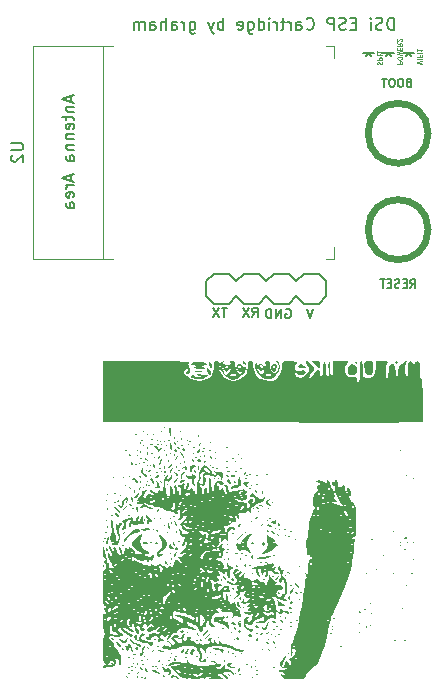
<source format=gbo>
G04 #@! TF.GenerationSoftware,KiCad,Pcbnew,8.0.1*
G04 #@! TF.CreationDate,2024-05-29T02:23:11-05:00*
G04 #@! TF.ProjectId,dsi_esp,6473695f-6573-4702-9e6b-696361645f70,1.0*
G04 #@! TF.SameCoordinates,Original*
G04 #@! TF.FileFunction,Legend,Bot*
G04 #@! TF.FilePolarity,Positive*
%FSLAX46Y46*%
G04 Gerber Fmt 4.6, Leading zero omitted, Abs format (unit mm)*
G04 Created by KiCad (PCBNEW 8.0.1) date 2024-05-29 02:23:11*
%MOMM*%
%LPD*%
G01*
G04 APERTURE LIST*
%ADD10C,0.150000*%
%ADD11C,0.175000*%
%ADD12C,0.200000*%
%ADD13C,0.032512*%
%ADD14C,0.203200*%
%ADD15C,0.120000*%
%ADD16C,0.609600*%
%ADD17C,0.000000*%
G04 APERTURE END LIST*
D10*
X126725125Y-65094295D02*
X126267982Y-65094295D01*
X126496554Y-65894295D02*
X126496554Y-65094295D01*
X126077506Y-65094295D02*
X125544172Y-65894295D01*
X125544172Y-65094295D02*
X126077506Y-65894295D01*
X128853696Y-65894295D02*
X129120363Y-65513342D01*
X129310839Y-65894295D02*
X129310839Y-65094295D01*
X129310839Y-65094295D02*
X129006077Y-65094295D01*
X129006077Y-65094295D02*
X128929887Y-65132390D01*
X128929887Y-65132390D02*
X128891792Y-65170485D01*
X128891792Y-65170485D02*
X128853696Y-65246676D01*
X128853696Y-65246676D02*
X128853696Y-65360961D01*
X128853696Y-65360961D02*
X128891792Y-65437152D01*
X128891792Y-65437152D02*
X128929887Y-65475247D01*
X128929887Y-65475247D02*
X129006077Y-65513342D01*
X129006077Y-65513342D02*
X129310839Y-65513342D01*
X128587030Y-65094295D02*
X128053696Y-65894295D01*
X128053696Y-65094295D02*
X128587030Y-65894295D01*
X131691792Y-65232390D02*
X131767982Y-65194295D01*
X131767982Y-65194295D02*
X131882268Y-65194295D01*
X131882268Y-65194295D02*
X131996554Y-65232390D01*
X131996554Y-65232390D02*
X132072744Y-65308580D01*
X132072744Y-65308580D02*
X132110839Y-65384771D01*
X132110839Y-65384771D02*
X132148935Y-65537152D01*
X132148935Y-65537152D02*
X132148935Y-65651438D01*
X132148935Y-65651438D02*
X132110839Y-65803819D01*
X132110839Y-65803819D02*
X132072744Y-65880009D01*
X132072744Y-65880009D02*
X131996554Y-65956200D01*
X131996554Y-65956200D02*
X131882268Y-65994295D01*
X131882268Y-65994295D02*
X131806077Y-65994295D01*
X131806077Y-65994295D02*
X131691792Y-65956200D01*
X131691792Y-65956200D02*
X131653696Y-65918104D01*
X131653696Y-65918104D02*
X131653696Y-65651438D01*
X131653696Y-65651438D02*
X131806077Y-65651438D01*
X131310839Y-65994295D02*
X131310839Y-65194295D01*
X131310839Y-65194295D02*
X130853696Y-65994295D01*
X130853696Y-65994295D02*
X130853696Y-65194295D01*
X130472744Y-65994295D02*
X130472744Y-65194295D01*
X130472744Y-65194295D02*
X130282268Y-65194295D01*
X130282268Y-65194295D02*
X130167982Y-65232390D01*
X130167982Y-65232390D02*
X130091792Y-65308580D01*
X130091792Y-65308580D02*
X130053697Y-65384771D01*
X130053697Y-65384771D02*
X130015601Y-65537152D01*
X130015601Y-65537152D02*
X130015601Y-65651438D01*
X130015601Y-65651438D02*
X130053697Y-65803819D01*
X130053697Y-65803819D02*
X130091792Y-65880009D01*
X130091792Y-65880009D02*
X130167982Y-65956200D01*
X130167982Y-65956200D02*
X130282268Y-65994295D01*
X130282268Y-65994295D02*
X130472744Y-65994295D01*
X134025125Y-65194295D02*
X133758458Y-65994295D01*
X133758458Y-65994295D02*
X133491792Y-65194295D01*
D11*
X142084869Y-46038566D02*
X141984869Y-46071900D01*
X141984869Y-46071900D02*
X141951535Y-46105233D01*
X141951535Y-46105233D02*
X141918202Y-46171900D01*
X141918202Y-46171900D02*
X141918202Y-46271900D01*
X141918202Y-46271900D02*
X141951535Y-46338566D01*
X141951535Y-46338566D02*
X141984869Y-46371900D01*
X141984869Y-46371900D02*
X142051535Y-46405233D01*
X142051535Y-46405233D02*
X142318202Y-46405233D01*
X142318202Y-46405233D02*
X142318202Y-45705233D01*
X142318202Y-45705233D02*
X142084869Y-45705233D01*
X142084869Y-45705233D02*
X142018202Y-45738566D01*
X142018202Y-45738566D02*
X141984869Y-45771900D01*
X141984869Y-45771900D02*
X141951535Y-45838566D01*
X141951535Y-45838566D02*
X141951535Y-45905233D01*
X141951535Y-45905233D02*
X141984869Y-45971900D01*
X141984869Y-45971900D02*
X142018202Y-46005233D01*
X142018202Y-46005233D02*
X142084869Y-46038566D01*
X142084869Y-46038566D02*
X142318202Y-46038566D01*
X141484869Y-45705233D02*
X141351535Y-45705233D01*
X141351535Y-45705233D02*
X141284869Y-45738566D01*
X141284869Y-45738566D02*
X141218202Y-45805233D01*
X141218202Y-45805233D02*
X141184869Y-45938566D01*
X141184869Y-45938566D02*
X141184869Y-46171900D01*
X141184869Y-46171900D02*
X141218202Y-46305233D01*
X141218202Y-46305233D02*
X141284869Y-46371900D01*
X141284869Y-46371900D02*
X141351535Y-46405233D01*
X141351535Y-46405233D02*
X141484869Y-46405233D01*
X141484869Y-46405233D02*
X141551535Y-46371900D01*
X141551535Y-46371900D02*
X141618202Y-46305233D01*
X141618202Y-46305233D02*
X141651535Y-46171900D01*
X141651535Y-46171900D02*
X141651535Y-45938566D01*
X141651535Y-45938566D02*
X141618202Y-45805233D01*
X141618202Y-45805233D02*
X141551535Y-45738566D01*
X141551535Y-45738566D02*
X141484869Y-45705233D01*
X140751536Y-45705233D02*
X140618202Y-45705233D01*
X140618202Y-45705233D02*
X140551536Y-45738566D01*
X140551536Y-45738566D02*
X140484869Y-45805233D01*
X140484869Y-45805233D02*
X140451536Y-45938566D01*
X140451536Y-45938566D02*
X140451536Y-46171900D01*
X140451536Y-46171900D02*
X140484869Y-46305233D01*
X140484869Y-46305233D02*
X140551536Y-46371900D01*
X140551536Y-46371900D02*
X140618202Y-46405233D01*
X140618202Y-46405233D02*
X140751536Y-46405233D01*
X140751536Y-46405233D02*
X140818202Y-46371900D01*
X140818202Y-46371900D02*
X140884869Y-46305233D01*
X140884869Y-46305233D02*
X140918202Y-46171900D01*
X140918202Y-46171900D02*
X140918202Y-45938566D01*
X140918202Y-45938566D02*
X140884869Y-45805233D01*
X140884869Y-45805233D02*
X140818202Y-45738566D01*
X140818202Y-45738566D02*
X140751536Y-45705233D01*
X140251536Y-45705233D02*
X139851536Y-45705233D01*
X140051536Y-46405233D02*
X140051536Y-45705233D01*
D12*
X140830326Y-41567219D02*
X140830326Y-40567219D01*
X140830326Y-40567219D02*
X140592231Y-40567219D01*
X140592231Y-40567219D02*
X140449374Y-40614838D01*
X140449374Y-40614838D02*
X140354136Y-40710076D01*
X140354136Y-40710076D02*
X140306517Y-40805314D01*
X140306517Y-40805314D02*
X140258898Y-40995790D01*
X140258898Y-40995790D02*
X140258898Y-41138647D01*
X140258898Y-41138647D02*
X140306517Y-41329123D01*
X140306517Y-41329123D02*
X140354136Y-41424361D01*
X140354136Y-41424361D02*
X140449374Y-41519600D01*
X140449374Y-41519600D02*
X140592231Y-41567219D01*
X140592231Y-41567219D02*
X140830326Y-41567219D01*
X139877945Y-41519600D02*
X139735088Y-41567219D01*
X139735088Y-41567219D02*
X139496993Y-41567219D01*
X139496993Y-41567219D02*
X139401755Y-41519600D01*
X139401755Y-41519600D02*
X139354136Y-41471980D01*
X139354136Y-41471980D02*
X139306517Y-41376742D01*
X139306517Y-41376742D02*
X139306517Y-41281504D01*
X139306517Y-41281504D02*
X139354136Y-41186266D01*
X139354136Y-41186266D02*
X139401755Y-41138647D01*
X139401755Y-41138647D02*
X139496993Y-41091028D01*
X139496993Y-41091028D02*
X139687469Y-41043409D01*
X139687469Y-41043409D02*
X139782707Y-40995790D01*
X139782707Y-40995790D02*
X139830326Y-40948171D01*
X139830326Y-40948171D02*
X139877945Y-40852933D01*
X139877945Y-40852933D02*
X139877945Y-40757695D01*
X139877945Y-40757695D02*
X139830326Y-40662457D01*
X139830326Y-40662457D02*
X139782707Y-40614838D01*
X139782707Y-40614838D02*
X139687469Y-40567219D01*
X139687469Y-40567219D02*
X139449374Y-40567219D01*
X139449374Y-40567219D02*
X139306517Y-40614838D01*
X138877945Y-41567219D02*
X138877945Y-40900552D01*
X138877945Y-40567219D02*
X138925564Y-40614838D01*
X138925564Y-40614838D02*
X138877945Y-40662457D01*
X138877945Y-40662457D02*
X138830326Y-40614838D01*
X138830326Y-40614838D02*
X138877945Y-40567219D01*
X138877945Y-40567219D02*
X138877945Y-40662457D01*
X137639850Y-41043409D02*
X137306517Y-41043409D01*
X137163660Y-41567219D02*
X137639850Y-41567219D01*
X137639850Y-41567219D02*
X137639850Y-40567219D01*
X137639850Y-40567219D02*
X137163660Y-40567219D01*
X136782707Y-41519600D02*
X136639850Y-41567219D01*
X136639850Y-41567219D02*
X136401755Y-41567219D01*
X136401755Y-41567219D02*
X136306517Y-41519600D01*
X136306517Y-41519600D02*
X136258898Y-41471980D01*
X136258898Y-41471980D02*
X136211279Y-41376742D01*
X136211279Y-41376742D02*
X136211279Y-41281504D01*
X136211279Y-41281504D02*
X136258898Y-41186266D01*
X136258898Y-41186266D02*
X136306517Y-41138647D01*
X136306517Y-41138647D02*
X136401755Y-41091028D01*
X136401755Y-41091028D02*
X136592231Y-41043409D01*
X136592231Y-41043409D02*
X136687469Y-40995790D01*
X136687469Y-40995790D02*
X136735088Y-40948171D01*
X136735088Y-40948171D02*
X136782707Y-40852933D01*
X136782707Y-40852933D02*
X136782707Y-40757695D01*
X136782707Y-40757695D02*
X136735088Y-40662457D01*
X136735088Y-40662457D02*
X136687469Y-40614838D01*
X136687469Y-40614838D02*
X136592231Y-40567219D01*
X136592231Y-40567219D02*
X136354136Y-40567219D01*
X136354136Y-40567219D02*
X136211279Y-40614838D01*
X135782707Y-41567219D02*
X135782707Y-40567219D01*
X135782707Y-40567219D02*
X135401755Y-40567219D01*
X135401755Y-40567219D02*
X135306517Y-40614838D01*
X135306517Y-40614838D02*
X135258898Y-40662457D01*
X135258898Y-40662457D02*
X135211279Y-40757695D01*
X135211279Y-40757695D02*
X135211279Y-40900552D01*
X135211279Y-40900552D02*
X135258898Y-40995790D01*
X135258898Y-40995790D02*
X135306517Y-41043409D01*
X135306517Y-41043409D02*
X135401755Y-41091028D01*
X135401755Y-41091028D02*
X135782707Y-41091028D01*
X133449374Y-41471980D02*
X133496993Y-41519600D01*
X133496993Y-41519600D02*
X133639850Y-41567219D01*
X133639850Y-41567219D02*
X133735088Y-41567219D01*
X133735088Y-41567219D02*
X133877945Y-41519600D01*
X133877945Y-41519600D02*
X133973183Y-41424361D01*
X133973183Y-41424361D02*
X134020802Y-41329123D01*
X134020802Y-41329123D02*
X134068421Y-41138647D01*
X134068421Y-41138647D02*
X134068421Y-40995790D01*
X134068421Y-40995790D02*
X134020802Y-40805314D01*
X134020802Y-40805314D02*
X133973183Y-40710076D01*
X133973183Y-40710076D02*
X133877945Y-40614838D01*
X133877945Y-40614838D02*
X133735088Y-40567219D01*
X133735088Y-40567219D02*
X133639850Y-40567219D01*
X133639850Y-40567219D02*
X133496993Y-40614838D01*
X133496993Y-40614838D02*
X133449374Y-40662457D01*
X132592231Y-41567219D02*
X132592231Y-41043409D01*
X132592231Y-41043409D02*
X132639850Y-40948171D01*
X132639850Y-40948171D02*
X132735088Y-40900552D01*
X132735088Y-40900552D02*
X132925564Y-40900552D01*
X132925564Y-40900552D02*
X133020802Y-40948171D01*
X132592231Y-41519600D02*
X132687469Y-41567219D01*
X132687469Y-41567219D02*
X132925564Y-41567219D01*
X132925564Y-41567219D02*
X133020802Y-41519600D01*
X133020802Y-41519600D02*
X133068421Y-41424361D01*
X133068421Y-41424361D02*
X133068421Y-41329123D01*
X133068421Y-41329123D02*
X133020802Y-41233885D01*
X133020802Y-41233885D02*
X132925564Y-41186266D01*
X132925564Y-41186266D02*
X132687469Y-41186266D01*
X132687469Y-41186266D02*
X132592231Y-41138647D01*
X132116040Y-41567219D02*
X132116040Y-40900552D01*
X132116040Y-41091028D02*
X132068421Y-40995790D01*
X132068421Y-40995790D02*
X132020802Y-40948171D01*
X132020802Y-40948171D02*
X131925564Y-40900552D01*
X131925564Y-40900552D02*
X131830326Y-40900552D01*
X131639849Y-40900552D02*
X131258897Y-40900552D01*
X131496992Y-40567219D02*
X131496992Y-41424361D01*
X131496992Y-41424361D02*
X131449373Y-41519600D01*
X131449373Y-41519600D02*
X131354135Y-41567219D01*
X131354135Y-41567219D02*
X131258897Y-41567219D01*
X130925563Y-41567219D02*
X130925563Y-40900552D01*
X130925563Y-41091028D02*
X130877944Y-40995790D01*
X130877944Y-40995790D02*
X130830325Y-40948171D01*
X130830325Y-40948171D02*
X130735087Y-40900552D01*
X130735087Y-40900552D02*
X130639849Y-40900552D01*
X130306515Y-41567219D02*
X130306515Y-40900552D01*
X130306515Y-40567219D02*
X130354134Y-40614838D01*
X130354134Y-40614838D02*
X130306515Y-40662457D01*
X130306515Y-40662457D02*
X130258896Y-40614838D01*
X130258896Y-40614838D02*
X130306515Y-40567219D01*
X130306515Y-40567219D02*
X130306515Y-40662457D01*
X129401754Y-41567219D02*
X129401754Y-40567219D01*
X129401754Y-41519600D02*
X129496992Y-41567219D01*
X129496992Y-41567219D02*
X129687468Y-41567219D01*
X129687468Y-41567219D02*
X129782706Y-41519600D01*
X129782706Y-41519600D02*
X129830325Y-41471980D01*
X129830325Y-41471980D02*
X129877944Y-41376742D01*
X129877944Y-41376742D02*
X129877944Y-41091028D01*
X129877944Y-41091028D02*
X129830325Y-40995790D01*
X129830325Y-40995790D02*
X129782706Y-40948171D01*
X129782706Y-40948171D02*
X129687468Y-40900552D01*
X129687468Y-40900552D02*
X129496992Y-40900552D01*
X129496992Y-40900552D02*
X129401754Y-40948171D01*
X128496992Y-40900552D02*
X128496992Y-41710076D01*
X128496992Y-41710076D02*
X128544611Y-41805314D01*
X128544611Y-41805314D02*
X128592230Y-41852933D01*
X128592230Y-41852933D02*
X128687468Y-41900552D01*
X128687468Y-41900552D02*
X128830325Y-41900552D01*
X128830325Y-41900552D02*
X128925563Y-41852933D01*
X128496992Y-41519600D02*
X128592230Y-41567219D01*
X128592230Y-41567219D02*
X128782706Y-41567219D01*
X128782706Y-41567219D02*
X128877944Y-41519600D01*
X128877944Y-41519600D02*
X128925563Y-41471980D01*
X128925563Y-41471980D02*
X128973182Y-41376742D01*
X128973182Y-41376742D02*
X128973182Y-41091028D01*
X128973182Y-41091028D02*
X128925563Y-40995790D01*
X128925563Y-40995790D02*
X128877944Y-40948171D01*
X128877944Y-40948171D02*
X128782706Y-40900552D01*
X128782706Y-40900552D02*
X128592230Y-40900552D01*
X128592230Y-40900552D02*
X128496992Y-40948171D01*
X127639849Y-41519600D02*
X127735087Y-41567219D01*
X127735087Y-41567219D02*
X127925563Y-41567219D01*
X127925563Y-41567219D02*
X128020801Y-41519600D01*
X128020801Y-41519600D02*
X128068420Y-41424361D01*
X128068420Y-41424361D02*
X128068420Y-41043409D01*
X128068420Y-41043409D02*
X128020801Y-40948171D01*
X128020801Y-40948171D02*
X127925563Y-40900552D01*
X127925563Y-40900552D02*
X127735087Y-40900552D01*
X127735087Y-40900552D02*
X127639849Y-40948171D01*
X127639849Y-40948171D02*
X127592230Y-41043409D01*
X127592230Y-41043409D02*
X127592230Y-41138647D01*
X127592230Y-41138647D02*
X128068420Y-41233885D01*
X126401753Y-41567219D02*
X126401753Y-40567219D01*
X126401753Y-40948171D02*
X126306515Y-40900552D01*
X126306515Y-40900552D02*
X126116039Y-40900552D01*
X126116039Y-40900552D02*
X126020801Y-40948171D01*
X126020801Y-40948171D02*
X125973182Y-40995790D01*
X125973182Y-40995790D02*
X125925563Y-41091028D01*
X125925563Y-41091028D02*
X125925563Y-41376742D01*
X125925563Y-41376742D02*
X125973182Y-41471980D01*
X125973182Y-41471980D02*
X126020801Y-41519600D01*
X126020801Y-41519600D02*
X126116039Y-41567219D01*
X126116039Y-41567219D02*
X126306515Y-41567219D01*
X126306515Y-41567219D02*
X126401753Y-41519600D01*
X125592229Y-40900552D02*
X125354134Y-41567219D01*
X125116039Y-40900552D02*
X125354134Y-41567219D01*
X125354134Y-41567219D02*
X125449372Y-41805314D01*
X125449372Y-41805314D02*
X125496991Y-41852933D01*
X125496991Y-41852933D02*
X125592229Y-41900552D01*
X123544610Y-40900552D02*
X123544610Y-41710076D01*
X123544610Y-41710076D02*
X123592229Y-41805314D01*
X123592229Y-41805314D02*
X123639848Y-41852933D01*
X123639848Y-41852933D02*
X123735086Y-41900552D01*
X123735086Y-41900552D02*
X123877943Y-41900552D01*
X123877943Y-41900552D02*
X123973181Y-41852933D01*
X123544610Y-41519600D02*
X123639848Y-41567219D01*
X123639848Y-41567219D02*
X123830324Y-41567219D01*
X123830324Y-41567219D02*
X123925562Y-41519600D01*
X123925562Y-41519600D02*
X123973181Y-41471980D01*
X123973181Y-41471980D02*
X124020800Y-41376742D01*
X124020800Y-41376742D02*
X124020800Y-41091028D01*
X124020800Y-41091028D02*
X123973181Y-40995790D01*
X123973181Y-40995790D02*
X123925562Y-40948171D01*
X123925562Y-40948171D02*
X123830324Y-40900552D01*
X123830324Y-40900552D02*
X123639848Y-40900552D01*
X123639848Y-40900552D02*
X123544610Y-40948171D01*
X123068419Y-41567219D02*
X123068419Y-40900552D01*
X123068419Y-41091028D02*
X123020800Y-40995790D01*
X123020800Y-40995790D02*
X122973181Y-40948171D01*
X122973181Y-40948171D02*
X122877943Y-40900552D01*
X122877943Y-40900552D02*
X122782705Y-40900552D01*
X122020800Y-41567219D02*
X122020800Y-41043409D01*
X122020800Y-41043409D02*
X122068419Y-40948171D01*
X122068419Y-40948171D02*
X122163657Y-40900552D01*
X122163657Y-40900552D02*
X122354133Y-40900552D01*
X122354133Y-40900552D02*
X122449371Y-40948171D01*
X122020800Y-41519600D02*
X122116038Y-41567219D01*
X122116038Y-41567219D02*
X122354133Y-41567219D01*
X122354133Y-41567219D02*
X122449371Y-41519600D01*
X122449371Y-41519600D02*
X122496990Y-41424361D01*
X122496990Y-41424361D02*
X122496990Y-41329123D01*
X122496990Y-41329123D02*
X122449371Y-41233885D01*
X122449371Y-41233885D02*
X122354133Y-41186266D01*
X122354133Y-41186266D02*
X122116038Y-41186266D01*
X122116038Y-41186266D02*
X122020800Y-41138647D01*
X121544609Y-41567219D02*
X121544609Y-40567219D01*
X121116038Y-41567219D02*
X121116038Y-41043409D01*
X121116038Y-41043409D02*
X121163657Y-40948171D01*
X121163657Y-40948171D02*
X121258895Y-40900552D01*
X121258895Y-40900552D02*
X121401752Y-40900552D01*
X121401752Y-40900552D02*
X121496990Y-40948171D01*
X121496990Y-40948171D02*
X121544609Y-40995790D01*
X120211276Y-41567219D02*
X120211276Y-41043409D01*
X120211276Y-41043409D02*
X120258895Y-40948171D01*
X120258895Y-40948171D02*
X120354133Y-40900552D01*
X120354133Y-40900552D02*
X120544609Y-40900552D01*
X120544609Y-40900552D02*
X120639847Y-40948171D01*
X120211276Y-41519600D02*
X120306514Y-41567219D01*
X120306514Y-41567219D02*
X120544609Y-41567219D01*
X120544609Y-41567219D02*
X120639847Y-41519600D01*
X120639847Y-41519600D02*
X120687466Y-41424361D01*
X120687466Y-41424361D02*
X120687466Y-41329123D01*
X120687466Y-41329123D02*
X120639847Y-41233885D01*
X120639847Y-41233885D02*
X120544609Y-41186266D01*
X120544609Y-41186266D02*
X120306514Y-41186266D01*
X120306514Y-41186266D02*
X120211276Y-41138647D01*
X119735085Y-41567219D02*
X119735085Y-40900552D01*
X119735085Y-40995790D02*
X119687466Y-40948171D01*
X119687466Y-40948171D02*
X119592228Y-40900552D01*
X119592228Y-40900552D02*
X119449371Y-40900552D01*
X119449371Y-40900552D02*
X119354133Y-40948171D01*
X119354133Y-40948171D02*
X119306514Y-41043409D01*
X119306514Y-41043409D02*
X119306514Y-41567219D01*
X119306514Y-41043409D02*
X119258895Y-40948171D01*
X119258895Y-40948171D02*
X119163657Y-40900552D01*
X119163657Y-40900552D02*
X119020800Y-40900552D01*
X119020800Y-40900552D02*
X118925561Y-40948171D01*
X118925561Y-40948171D02*
X118877942Y-41043409D01*
X118877942Y-41043409D02*
X118877942Y-41567219D01*
D11*
X142218202Y-63405233D02*
X142451535Y-63071900D01*
X142618202Y-63405233D02*
X142618202Y-62705233D01*
X142618202Y-62705233D02*
X142351535Y-62705233D01*
X142351535Y-62705233D02*
X142284869Y-62738566D01*
X142284869Y-62738566D02*
X142251535Y-62771900D01*
X142251535Y-62771900D02*
X142218202Y-62838566D01*
X142218202Y-62838566D02*
X142218202Y-62938566D01*
X142218202Y-62938566D02*
X142251535Y-63005233D01*
X142251535Y-63005233D02*
X142284869Y-63038566D01*
X142284869Y-63038566D02*
X142351535Y-63071900D01*
X142351535Y-63071900D02*
X142618202Y-63071900D01*
X141918202Y-63038566D02*
X141684869Y-63038566D01*
X141584869Y-63405233D02*
X141918202Y-63405233D01*
X141918202Y-63405233D02*
X141918202Y-62705233D01*
X141918202Y-62705233D02*
X141584869Y-62705233D01*
X141318202Y-63371900D02*
X141218202Y-63405233D01*
X141218202Y-63405233D02*
X141051536Y-63405233D01*
X141051536Y-63405233D02*
X140984869Y-63371900D01*
X140984869Y-63371900D02*
X140951536Y-63338566D01*
X140951536Y-63338566D02*
X140918202Y-63271900D01*
X140918202Y-63271900D02*
X140918202Y-63205233D01*
X140918202Y-63205233D02*
X140951536Y-63138566D01*
X140951536Y-63138566D02*
X140984869Y-63105233D01*
X140984869Y-63105233D02*
X141051536Y-63071900D01*
X141051536Y-63071900D02*
X141184869Y-63038566D01*
X141184869Y-63038566D02*
X141251536Y-63005233D01*
X141251536Y-63005233D02*
X141284869Y-62971900D01*
X141284869Y-62971900D02*
X141318202Y-62905233D01*
X141318202Y-62905233D02*
X141318202Y-62838566D01*
X141318202Y-62838566D02*
X141284869Y-62771900D01*
X141284869Y-62771900D02*
X141251536Y-62738566D01*
X141251536Y-62738566D02*
X141184869Y-62705233D01*
X141184869Y-62705233D02*
X141018202Y-62705233D01*
X141018202Y-62705233D02*
X140918202Y-62738566D01*
X140618202Y-63038566D02*
X140384869Y-63038566D01*
X140284869Y-63405233D02*
X140618202Y-63405233D01*
X140618202Y-63405233D02*
X140618202Y-62705233D01*
X140618202Y-62705233D02*
X140284869Y-62705233D01*
X140084869Y-62705233D02*
X139684869Y-62705233D01*
X139884869Y-63405233D02*
X139884869Y-62705233D01*
D10*
X108464819Y-51188095D02*
X109274342Y-51188095D01*
X109274342Y-51188095D02*
X109369580Y-51235714D01*
X109369580Y-51235714D02*
X109417200Y-51283333D01*
X109417200Y-51283333D02*
X109464819Y-51378571D01*
X109464819Y-51378571D02*
X109464819Y-51569047D01*
X109464819Y-51569047D02*
X109417200Y-51664285D01*
X109417200Y-51664285D02*
X109369580Y-51711904D01*
X109369580Y-51711904D02*
X109274342Y-51759523D01*
X109274342Y-51759523D02*
X108464819Y-51759523D01*
X108560057Y-52188095D02*
X108512438Y-52235714D01*
X108512438Y-52235714D02*
X108464819Y-52330952D01*
X108464819Y-52330952D02*
X108464819Y-52569047D01*
X108464819Y-52569047D02*
X108512438Y-52664285D01*
X108512438Y-52664285D02*
X108560057Y-52711904D01*
X108560057Y-52711904D02*
X108655295Y-52759523D01*
X108655295Y-52759523D02*
X108750533Y-52759523D01*
X108750533Y-52759523D02*
X108893390Y-52711904D01*
X108893390Y-52711904D02*
X109464819Y-52140476D01*
X109464819Y-52140476D02*
X109464819Y-52759523D01*
X113479104Y-47188094D02*
X113479104Y-47664284D01*
X113764819Y-47092856D02*
X112764819Y-47426189D01*
X112764819Y-47426189D02*
X113764819Y-47759522D01*
X113098152Y-48092856D02*
X113764819Y-48092856D01*
X113193390Y-48092856D02*
X113145771Y-48140475D01*
X113145771Y-48140475D02*
X113098152Y-48235713D01*
X113098152Y-48235713D02*
X113098152Y-48378570D01*
X113098152Y-48378570D02*
X113145771Y-48473808D01*
X113145771Y-48473808D02*
X113241009Y-48521427D01*
X113241009Y-48521427D02*
X113764819Y-48521427D01*
X113098152Y-48854761D02*
X113098152Y-49235713D01*
X112764819Y-48997618D02*
X113621961Y-48997618D01*
X113621961Y-48997618D02*
X113717200Y-49045237D01*
X113717200Y-49045237D02*
X113764819Y-49140475D01*
X113764819Y-49140475D02*
X113764819Y-49235713D01*
X113717200Y-49949999D02*
X113764819Y-49854761D01*
X113764819Y-49854761D02*
X113764819Y-49664285D01*
X113764819Y-49664285D02*
X113717200Y-49569047D01*
X113717200Y-49569047D02*
X113621961Y-49521428D01*
X113621961Y-49521428D02*
X113241009Y-49521428D01*
X113241009Y-49521428D02*
X113145771Y-49569047D01*
X113145771Y-49569047D02*
X113098152Y-49664285D01*
X113098152Y-49664285D02*
X113098152Y-49854761D01*
X113098152Y-49854761D02*
X113145771Y-49949999D01*
X113145771Y-49949999D02*
X113241009Y-49997618D01*
X113241009Y-49997618D02*
X113336247Y-49997618D01*
X113336247Y-49997618D02*
X113431485Y-49521428D01*
X113098152Y-50426190D02*
X113764819Y-50426190D01*
X113193390Y-50426190D02*
X113145771Y-50473809D01*
X113145771Y-50473809D02*
X113098152Y-50569047D01*
X113098152Y-50569047D02*
X113098152Y-50711904D01*
X113098152Y-50711904D02*
X113145771Y-50807142D01*
X113145771Y-50807142D02*
X113241009Y-50854761D01*
X113241009Y-50854761D02*
X113764819Y-50854761D01*
X113098152Y-51330952D02*
X113764819Y-51330952D01*
X113193390Y-51330952D02*
X113145771Y-51378571D01*
X113145771Y-51378571D02*
X113098152Y-51473809D01*
X113098152Y-51473809D02*
X113098152Y-51616666D01*
X113098152Y-51616666D02*
X113145771Y-51711904D01*
X113145771Y-51711904D02*
X113241009Y-51759523D01*
X113241009Y-51759523D02*
X113764819Y-51759523D01*
X113764819Y-52664285D02*
X113241009Y-52664285D01*
X113241009Y-52664285D02*
X113145771Y-52616666D01*
X113145771Y-52616666D02*
X113098152Y-52521428D01*
X113098152Y-52521428D02*
X113098152Y-52330952D01*
X113098152Y-52330952D02*
X113145771Y-52235714D01*
X113717200Y-52664285D02*
X113764819Y-52569047D01*
X113764819Y-52569047D02*
X113764819Y-52330952D01*
X113764819Y-52330952D02*
X113717200Y-52235714D01*
X113717200Y-52235714D02*
X113621961Y-52188095D01*
X113621961Y-52188095D02*
X113526723Y-52188095D01*
X113526723Y-52188095D02*
X113431485Y-52235714D01*
X113431485Y-52235714D02*
X113383866Y-52330952D01*
X113383866Y-52330952D02*
X113383866Y-52569047D01*
X113383866Y-52569047D02*
X113336247Y-52664285D01*
X113479104Y-53854762D02*
X113479104Y-54330952D01*
X113764819Y-53759524D02*
X112764819Y-54092857D01*
X112764819Y-54092857D02*
X113764819Y-54426190D01*
X113764819Y-54759524D02*
X113098152Y-54759524D01*
X113288628Y-54759524D02*
X113193390Y-54807143D01*
X113193390Y-54807143D02*
X113145771Y-54854762D01*
X113145771Y-54854762D02*
X113098152Y-54950000D01*
X113098152Y-54950000D02*
X113098152Y-55045238D01*
X113717200Y-55759524D02*
X113764819Y-55664286D01*
X113764819Y-55664286D02*
X113764819Y-55473810D01*
X113764819Y-55473810D02*
X113717200Y-55378572D01*
X113717200Y-55378572D02*
X113621961Y-55330953D01*
X113621961Y-55330953D02*
X113241009Y-55330953D01*
X113241009Y-55330953D02*
X113145771Y-55378572D01*
X113145771Y-55378572D02*
X113098152Y-55473810D01*
X113098152Y-55473810D02*
X113098152Y-55664286D01*
X113098152Y-55664286D02*
X113145771Y-55759524D01*
X113145771Y-55759524D02*
X113241009Y-55807143D01*
X113241009Y-55807143D02*
X113336247Y-55807143D01*
X113336247Y-55807143D02*
X113431485Y-55330953D01*
X113764819Y-56664286D02*
X113241009Y-56664286D01*
X113241009Y-56664286D02*
X113145771Y-56616667D01*
X113145771Y-56616667D02*
X113098152Y-56521429D01*
X113098152Y-56521429D02*
X113098152Y-56330953D01*
X113098152Y-56330953D02*
X113145771Y-56235715D01*
X113717200Y-56664286D02*
X113764819Y-56569048D01*
X113764819Y-56569048D02*
X113764819Y-56330953D01*
X113764819Y-56330953D02*
X113717200Y-56235715D01*
X113717200Y-56235715D02*
X113621961Y-56188096D01*
X113621961Y-56188096D02*
X113526723Y-56188096D01*
X113526723Y-56188096D02*
X113431485Y-56235715D01*
X113431485Y-56235715D02*
X113383866Y-56330953D01*
X113383866Y-56330953D02*
X113383866Y-56569048D01*
X113383866Y-56569048D02*
X113336247Y-56664286D01*
D13*
X139463751Y-44496394D02*
X139445946Y-44442981D01*
X139445946Y-44442981D02*
X139445946Y-44353960D01*
X139445946Y-44353960D02*
X139463751Y-44318352D01*
X139463751Y-44318352D02*
X139481555Y-44300548D01*
X139481555Y-44300548D02*
X139517163Y-44282743D01*
X139517163Y-44282743D02*
X139552771Y-44282743D01*
X139552771Y-44282743D02*
X139588380Y-44300548D01*
X139588380Y-44300548D02*
X139606184Y-44318352D01*
X139606184Y-44318352D02*
X139623988Y-44353960D01*
X139623988Y-44353960D02*
X139641792Y-44425177D01*
X139641792Y-44425177D02*
X139659597Y-44460785D01*
X139659597Y-44460785D02*
X139677401Y-44478590D01*
X139677401Y-44478590D02*
X139713009Y-44496394D01*
X139713009Y-44496394D02*
X139748618Y-44496394D01*
X139748618Y-44496394D02*
X139784226Y-44478590D01*
X139784226Y-44478590D02*
X139802030Y-44460785D01*
X139802030Y-44460785D02*
X139819834Y-44425177D01*
X139819834Y-44425177D02*
X139819834Y-44336156D01*
X139819834Y-44336156D02*
X139802030Y-44282743D01*
X139445946Y-44122506D02*
X139819834Y-44122506D01*
X139819834Y-44122506D02*
X139819834Y-43980072D01*
X139819834Y-43980072D02*
X139802030Y-43944464D01*
X139802030Y-43944464D02*
X139784226Y-43926659D01*
X139784226Y-43926659D02*
X139748618Y-43908855D01*
X139748618Y-43908855D02*
X139695205Y-43908855D01*
X139695205Y-43908855D02*
X139659597Y-43926659D01*
X139659597Y-43926659D02*
X139641792Y-43944464D01*
X139641792Y-43944464D02*
X139623988Y-43980072D01*
X139623988Y-43980072D02*
X139623988Y-44122506D01*
X139445946Y-43748618D02*
X139819834Y-43748618D01*
X139445946Y-43374729D02*
X139445946Y-43588380D01*
X139445946Y-43481555D02*
X139819834Y-43481555D01*
X139819834Y-43481555D02*
X139766422Y-43517163D01*
X139766422Y-43517163D02*
X139730813Y-43552771D01*
X139730813Y-43552771D02*
X139713009Y-43588380D01*
X143219834Y-44514198D02*
X142845946Y-44425177D01*
X142845946Y-44425177D02*
X143113009Y-44353960D01*
X143113009Y-44353960D02*
X142845946Y-44282743D01*
X142845946Y-44282743D02*
X143219834Y-44193723D01*
X142845946Y-44051289D02*
X143219834Y-44051289D01*
X143041792Y-43748617D02*
X143041792Y-43873247D01*
X142845946Y-43873247D02*
X143219834Y-43873247D01*
X143219834Y-43873247D02*
X143219834Y-43695205D01*
X142845946Y-43552772D02*
X143219834Y-43552772D01*
X142845946Y-43178883D02*
X142845946Y-43392534D01*
X142845946Y-43285709D02*
X143219834Y-43285709D01*
X143219834Y-43285709D02*
X143166422Y-43321317D01*
X143166422Y-43321317D02*
X143130813Y-43356925D01*
X143130813Y-43356925D02*
X143113009Y-43392534D01*
X141145946Y-44455590D02*
X141519834Y-44455590D01*
X141519834Y-44455590D02*
X141519834Y-44313156D01*
X141519834Y-44313156D02*
X141502030Y-44277548D01*
X141502030Y-44277548D02*
X141484226Y-44259743D01*
X141484226Y-44259743D02*
X141448618Y-44241939D01*
X141448618Y-44241939D02*
X141395205Y-44241939D01*
X141395205Y-44241939D02*
X141359597Y-44259743D01*
X141359597Y-44259743D02*
X141341792Y-44277548D01*
X141341792Y-44277548D02*
X141323988Y-44313156D01*
X141323988Y-44313156D02*
X141323988Y-44455590D01*
X141519834Y-44010485D02*
X141519834Y-43939268D01*
X141519834Y-43939268D02*
X141502030Y-43903660D01*
X141502030Y-43903660D02*
X141466422Y-43868051D01*
X141466422Y-43868051D02*
X141395205Y-43850247D01*
X141395205Y-43850247D02*
X141270576Y-43850247D01*
X141270576Y-43850247D02*
X141199359Y-43868051D01*
X141199359Y-43868051D02*
X141163751Y-43903660D01*
X141163751Y-43903660D02*
X141145946Y-43939268D01*
X141145946Y-43939268D02*
X141145946Y-44010485D01*
X141145946Y-44010485D02*
X141163751Y-44046093D01*
X141163751Y-44046093D02*
X141199359Y-44081702D01*
X141199359Y-44081702D02*
X141270576Y-44099506D01*
X141270576Y-44099506D02*
X141395205Y-44099506D01*
X141395205Y-44099506D02*
X141466422Y-44081702D01*
X141466422Y-44081702D02*
X141502030Y-44046093D01*
X141502030Y-44046093D02*
X141519834Y-44010485D01*
X141519834Y-43725618D02*
X141145946Y-43636597D01*
X141145946Y-43636597D02*
X141413009Y-43565380D01*
X141413009Y-43565380D02*
X141145946Y-43494163D01*
X141145946Y-43494163D02*
X141519834Y-43405143D01*
X141341792Y-43262709D02*
X141341792Y-43138079D01*
X141145946Y-43084667D02*
X141145946Y-43262709D01*
X141145946Y-43262709D02*
X141519834Y-43262709D01*
X141519834Y-43262709D02*
X141519834Y-43084667D01*
X141145946Y-42710778D02*
X141323988Y-42835408D01*
X141145946Y-42924429D02*
X141519834Y-42924429D01*
X141519834Y-42924429D02*
X141519834Y-42781995D01*
X141519834Y-42781995D02*
X141502030Y-42746387D01*
X141502030Y-42746387D02*
X141484226Y-42728582D01*
X141484226Y-42728582D02*
X141448618Y-42710778D01*
X141448618Y-42710778D02*
X141395205Y-42710778D01*
X141395205Y-42710778D02*
X141359597Y-42728582D01*
X141359597Y-42728582D02*
X141341792Y-42746387D01*
X141341792Y-42746387D02*
X141323988Y-42781995D01*
X141323988Y-42781995D02*
X141323988Y-42924429D01*
X141484226Y-42568345D02*
X141502030Y-42550541D01*
X141502030Y-42550541D02*
X141519834Y-42514932D01*
X141519834Y-42514932D02*
X141519834Y-42425911D01*
X141519834Y-42425911D02*
X141502030Y-42390303D01*
X141502030Y-42390303D02*
X141484226Y-42372499D01*
X141484226Y-42372499D02*
X141448618Y-42354694D01*
X141448618Y-42354694D02*
X141413009Y-42354694D01*
X141413009Y-42354694D02*
X141359597Y-42372499D01*
X141359597Y-42372499D02*
X141145946Y-42586149D01*
X141145946Y-42586149D02*
X141145946Y-42354694D01*
D14*
X125585000Y-62230000D02*
X126855000Y-62230000D01*
X124950000Y-62865000D02*
X125585000Y-62230000D01*
X125585000Y-64770000D02*
X124950000Y-64135000D01*
X129395000Y-62230000D02*
X130030000Y-62865000D01*
X128125000Y-62230000D02*
X129395000Y-62230000D01*
X127490000Y-62865000D02*
X128125000Y-62230000D01*
X128125000Y-64770000D02*
X127490000Y-64135000D01*
X129395000Y-64770000D02*
X128125000Y-64770000D01*
X130030000Y-64135000D02*
X129395000Y-64770000D01*
X127490000Y-62865000D02*
X126855000Y-62230000D01*
X126855000Y-64770000D02*
X127490000Y-64135000D01*
X126855000Y-64770000D02*
X125585000Y-64770000D01*
X133205000Y-62230000D02*
X134475000Y-62230000D01*
X132570000Y-62865000D02*
X133205000Y-62230000D01*
X133205000Y-64770000D02*
X132570000Y-64135000D01*
X131935000Y-62230000D02*
X132570000Y-62865000D01*
X130665000Y-62230000D02*
X131935000Y-62230000D01*
X130030000Y-62865000D02*
X130665000Y-62230000D01*
X130665000Y-64770000D02*
X130030000Y-64135000D01*
X131935000Y-64770000D02*
X130665000Y-64770000D01*
X132570000Y-64135000D02*
X131935000Y-64770000D01*
X135110000Y-64135000D02*
X135110000Y-62865000D01*
X135110000Y-62865000D02*
X134475000Y-62230000D01*
X134475000Y-64770000D02*
X135110000Y-64135000D01*
X134475000Y-64770000D02*
X133205000Y-64770000D01*
X124950000Y-64135000D02*
X124950000Y-62865000D01*
D15*
X110310000Y-60950000D02*
X110310000Y-42950000D01*
X116250000Y-42950000D02*
X116250000Y-60950000D01*
X117060000Y-42950000D02*
X110310000Y-42950000D01*
X117060000Y-60950000D02*
X110310000Y-60950000D01*
X135810000Y-42950000D02*
X135060000Y-42950000D01*
X135810000Y-43950000D02*
X135810000Y-42950000D01*
X135810000Y-59950000D02*
X135810000Y-60950000D01*
X135810000Y-60950000D02*
X135060000Y-60950000D01*
D16*
X143740000Y-58500000D02*
G75*
G02*
X138660000Y-58500000I-2540000J0D01*
G01*
X138660000Y-58500000D02*
G75*
G02*
X143740000Y-58500000I2540000J0D01*
G01*
D14*
X138466200Y-43840000D02*
X138700000Y-43530000D01*
X138700000Y-43530000D02*
X138240000Y-43530000D01*
X138700000Y-43530000D02*
X139160000Y-43530000D01*
X138918400Y-43840000D02*
X138725400Y-43545400D01*
X141866200Y-43840000D02*
X142100000Y-43530000D01*
X142100000Y-43530000D02*
X141640000Y-43530000D01*
X142100000Y-43530000D02*
X142560000Y-43530000D01*
X142318400Y-43840000D02*
X142125400Y-43545400D01*
D17*
G36*
X116317536Y-84845498D02*
G01*
X116257346Y-84905687D01*
X116197156Y-84845498D01*
X116257346Y-84785308D01*
X116317536Y-84845498D01*
G37*
G36*
X116437915Y-84604739D02*
G01*
X116377725Y-84664929D01*
X116317536Y-84604739D01*
X116377725Y-84544550D01*
X116437915Y-84604739D01*
G37*
G36*
X116678673Y-80872986D02*
G01*
X116618483Y-80933175D01*
X116558294Y-80872986D01*
X116618483Y-80812796D01*
X116678673Y-80872986D01*
G37*
G36*
X116919431Y-82197156D02*
G01*
X116859242Y-82257346D01*
X116799052Y-82197156D01*
X116859242Y-82136967D01*
X116919431Y-82197156D01*
G37*
G36*
X117039810Y-82678673D02*
G01*
X116979621Y-82738863D01*
X116919431Y-82678673D01*
X116979621Y-82618483D01*
X117039810Y-82678673D01*
G37*
G36*
X117039810Y-95198104D02*
G01*
X116979621Y-95258294D01*
X116919431Y-95198104D01*
X116979621Y-95137915D01*
X117039810Y-95198104D01*
G37*
G36*
X117160190Y-79428436D02*
G01*
X117100000Y-79488626D01*
X117039810Y-79428436D01*
X117100000Y-79368246D01*
X117160190Y-79428436D01*
G37*
G36*
X117280569Y-81595261D02*
G01*
X117220379Y-81655450D01*
X117160190Y-81595261D01*
X117220379Y-81535071D01*
X117280569Y-81595261D01*
G37*
G36*
X117280569Y-82799052D02*
G01*
X117220379Y-82859242D01*
X117160190Y-82799052D01*
X117220379Y-82738863D01*
X117280569Y-82799052D01*
G37*
G36*
X117641706Y-79909953D02*
G01*
X117581517Y-79970142D01*
X117521327Y-79909953D01*
X117581517Y-79849763D01*
X117641706Y-79909953D01*
G37*
G36*
X117762085Y-80271090D02*
G01*
X117701896Y-80331280D01*
X117641706Y-80271090D01*
X117701896Y-80210900D01*
X117762085Y-80271090D01*
G37*
G36*
X117762085Y-80993365D02*
G01*
X117701896Y-81053554D01*
X117641706Y-80993365D01*
X117701896Y-80933175D01*
X117762085Y-80993365D01*
G37*
G36*
X118002844Y-79428436D02*
G01*
X117942654Y-79488626D01*
X117882464Y-79428436D01*
X117942654Y-79368246D01*
X118002844Y-79428436D01*
G37*
G36*
X118243602Y-77141232D02*
G01*
X118183412Y-77201422D01*
X118123223Y-77141232D01*
X118183412Y-77081043D01*
X118243602Y-77141232D01*
G37*
G36*
X118243602Y-95077725D02*
G01*
X118183412Y-95137915D01*
X118123223Y-95077725D01*
X118183412Y-95017536D01*
X118243602Y-95077725D01*
G37*
G36*
X118363981Y-79669194D02*
G01*
X118303792Y-79729384D01*
X118243602Y-79669194D01*
X118303792Y-79609005D01*
X118363981Y-79669194D01*
G37*
G36*
X118484360Y-79909953D02*
G01*
X118424171Y-79970142D01*
X118363981Y-79909953D01*
X118424171Y-79849763D01*
X118484360Y-79909953D01*
G37*
G36*
X118484360Y-82678673D02*
G01*
X118424171Y-82738863D01*
X118363981Y-82678673D01*
X118424171Y-82618483D01*
X118484360Y-82678673D01*
G37*
G36*
X118484360Y-94716588D02*
G01*
X118424171Y-94776777D01*
X118363981Y-94716588D01*
X118424171Y-94656398D01*
X118484360Y-94716588D01*
G37*
G36*
X118484360Y-95559242D02*
G01*
X118424171Y-95619431D01*
X118363981Y-95559242D01*
X118424171Y-95499052D01*
X118484360Y-95559242D01*
G37*
G36*
X118484360Y-96040758D02*
G01*
X118424171Y-96100948D01*
X118363981Y-96040758D01*
X118424171Y-95980569D01*
X118484360Y-96040758D01*
G37*
G36*
X118725119Y-76780095D02*
G01*
X118664929Y-76840284D01*
X118604739Y-76780095D01*
X118664929Y-76719905D01*
X118725119Y-76780095D01*
G37*
G36*
X118725119Y-95438863D02*
G01*
X118664929Y-95499052D01*
X118604739Y-95438863D01*
X118664929Y-95378673D01*
X118725119Y-95438863D01*
G37*
G36*
X118725119Y-95800000D02*
G01*
X118664929Y-95860190D01*
X118604739Y-95800000D01*
X118664929Y-95739810D01*
X118725119Y-95800000D01*
G37*
G36*
X118845498Y-95198104D02*
G01*
X118785308Y-95258294D01*
X118725119Y-95198104D01*
X118785308Y-95137915D01*
X118845498Y-95198104D01*
G37*
G36*
X119086256Y-75817062D02*
G01*
X119026066Y-75877251D01*
X118965877Y-75817062D01*
X119026066Y-75756872D01*
X119086256Y-75817062D01*
G37*
G36*
X119086256Y-78345024D02*
G01*
X119026066Y-78405213D01*
X118965877Y-78345024D01*
X119026066Y-78284834D01*
X119086256Y-78345024D01*
G37*
G36*
X119206635Y-77141232D02*
G01*
X119146446Y-77201422D01*
X119086256Y-77141232D01*
X119146446Y-77081043D01*
X119206635Y-77141232D01*
G37*
G36*
X119206635Y-77622749D02*
G01*
X119146446Y-77682938D01*
X119086256Y-77622749D01*
X119146446Y-77562559D01*
X119206635Y-77622749D01*
G37*
G36*
X119567773Y-76298578D02*
G01*
X119507583Y-76358768D01*
X119447393Y-76298578D01*
X119507583Y-76238389D01*
X119567773Y-76298578D01*
G37*
G36*
X119567773Y-94957346D02*
G01*
X119507583Y-95017536D01*
X119447393Y-94957346D01*
X119507583Y-94897156D01*
X119567773Y-94957346D01*
G37*
G36*
X119567773Y-96401896D02*
G01*
X119507583Y-96462085D01*
X119447393Y-96401896D01*
X119507583Y-96341706D01*
X119567773Y-96401896D01*
G37*
G36*
X119688152Y-75576303D02*
G01*
X119627962Y-75636493D01*
X119567773Y-75576303D01*
X119627962Y-75516114D01*
X119688152Y-75576303D01*
G37*
G36*
X119808531Y-82197156D02*
G01*
X119748341Y-82257346D01*
X119688152Y-82197156D01*
X119748341Y-82136967D01*
X119808531Y-82197156D01*
G37*
G36*
X119808531Y-94596208D02*
G01*
X119748341Y-94656398D01*
X119688152Y-94596208D01*
X119748341Y-94536019D01*
X119808531Y-94596208D01*
G37*
G36*
X120049289Y-75817062D02*
G01*
X119989100Y-75877251D01*
X119928910Y-75817062D01*
X119989100Y-75756872D01*
X120049289Y-75817062D01*
G37*
G36*
X120049289Y-78465403D02*
G01*
X119989100Y-78525592D01*
X119928910Y-78465403D01*
X119989100Y-78405213D01*
X120049289Y-78465403D01*
G37*
G36*
X120049289Y-79789573D02*
G01*
X119989100Y-79849763D01*
X119928910Y-79789573D01*
X119989100Y-79729384D01*
X120049289Y-79789573D01*
G37*
G36*
X120049289Y-94836967D02*
G01*
X119989100Y-94897156D01*
X119928910Y-94836967D01*
X119989100Y-94776777D01*
X120049289Y-94836967D01*
G37*
G36*
X120169668Y-80150711D02*
G01*
X120109479Y-80210900D01*
X120049289Y-80150711D01*
X120109479Y-80090521D01*
X120169668Y-80150711D01*
G37*
G36*
X120290047Y-78465403D02*
G01*
X120229858Y-78525592D01*
X120169668Y-78465403D01*
X120229858Y-78405213D01*
X120290047Y-78465403D01*
G37*
G36*
X120290047Y-79308057D02*
G01*
X120229858Y-79368246D01*
X120169668Y-79308057D01*
X120229858Y-79247867D01*
X120290047Y-79308057D01*
G37*
G36*
X120530806Y-75817062D02*
G01*
X120470616Y-75877251D01*
X120410427Y-75817062D01*
X120470616Y-75756872D01*
X120530806Y-75817062D01*
G37*
G36*
X120651185Y-77743128D02*
G01*
X120590995Y-77803317D01*
X120530806Y-77743128D01*
X120590995Y-77682938D01*
X120651185Y-77743128D01*
G37*
G36*
X120651185Y-77983886D02*
G01*
X120590995Y-78044076D01*
X120530806Y-77983886D01*
X120590995Y-77923697D01*
X120651185Y-77983886D01*
G37*
G36*
X120651185Y-82919431D02*
G01*
X120590995Y-82979621D01*
X120530806Y-82919431D01*
X120590995Y-82859242D01*
X120651185Y-82919431D01*
G37*
G36*
X120771564Y-95438863D02*
G01*
X120711374Y-95499052D01*
X120651185Y-95438863D01*
X120711374Y-95378673D01*
X120771564Y-95438863D01*
G37*
G36*
X120891943Y-76298578D02*
G01*
X120831754Y-76358768D01*
X120771564Y-76298578D01*
X120831754Y-76238389D01*
X120891943Y-76298578D01*
G37*
G36*
X121132701Y-76418957D02*
G01*
X121072512Y-76479147D01*
X121012322Y-76418957D01*
X121072512Y-76358768D01*
X121132701Y-76418957D01*
G37*
G36*
X121132701Y-82919431D02*
G01*
X121072512Y-82979621D01*
X121012322Y-82919431D01*
X121072512Y-82859242D01*
X121132701Y-82919431D01*
G37*
G36*
X121253081Y-75576303D02*
G01*
X121192891Y-75636493D01*
X121132701Y-75576303D01*
X121192891Y-75516114D01*
X121253081Y-75576303D01*
G37*
G36*
X121253081Y-76659716D02*
G01*
X121192891Y-76719905D01*
X121132701Y-76659716D01*
X121192891Y-76599526D01*
X121253081Y-76659716D01*
G37*
G36*
X121253081Y-78946919D02*
G01*
X121192891Y-79007109D01*
X121132701Y-78946919D01*
X121192891Y-78886730D01*
X121253081Y-78946919D01*
G37*
G36*
X121493839Y-75215166D02*
G01*
X121433649Y-75275355D01*
X121373460Y-75215166D01*
X121433649Y-75154976D01*
X121493839Y-75215166D01*
G37*
G36*
X121493839Y-76418957D02*
G01*
X121433649Y-76479147D01*
X121373460Y-76418957D01*
X121433649Y-76358768D01*
X121493839Y-76418957D01*
G37*
G36*
X121493839Y-77141232D02*
G01*
X121433649Y-77201422D01*
X121373460Y-77141232D01*
X121433649Y-77081043D01*
X121493839Y-77141232D01*
G37*
G36*
X121493839Y-79308057D02*
G01*
X121433649Y-79368246D01*
X121373460Y-79308057D01*
X121433649Y-79247867D01*
X121493839Y-79308057D01*
G37*
G36*
X121493839Y-83521327D02*
G01*
X121433649Y-83581517D01*
X121373460Y-83521327D01*
X121433649Y-83461137D01*
X121493839Y-83521327D01*
G37*
G36*
X121614218Y-96522275D02*
G01*
X121554028Y-96582464D01*
X121493839Y-96522275D01*
X121554028Y-96462085D01*
X121614218Y-96522275D01*
G37*
G36*
X121734597Y-84123223D02*
G01*
X121674408Y-84183412D01*
X121614218Y-84123223D01*
X121674408Y-84063033D01*
X121734597Y-84123223D01*
G37*
G36*
X121734597Y-84484360D02*
G01*
X121674408Y-84544550D01*
X121614218Y-84484360D01*
X121674408Y-84424171D01*
X121734597Y-84484360D01*
G37*
G36*
X121854976Y-76298578D02*
G01*
X121794787Y-76358768D01*
X121734597Y-76298578D01*
X121794787Y-76238389D01*
X121854976Y-76298578D01*
G37*
G36*
X121854976Y-94957346D02*
G01*
X121794787Y-95017536D01*
X121734597Y-94957346D01*
X121794787Y-94897156D01*
X121854976Y-94957346D01*
G37*
G36*
X121975355Y-82558294D02*
G01*
X121915166Y-82618483D01*
X121854976Y-82558294D01*
X121915166Y-82498104D01*
X121975355Y-82558294D01*
G37*
G36*
X121975355Y-82919431D02*
G01*
X121915166Y-82979621D01*
X121854976Y-82919431D01*
X121915166Y-82859242D01*
X121975355Y-82919431D01*
G37*
G36*
X121975355Y-94716588D02*
G01*
X121915166Y-94776777D01*
X121854976Y-94716588D01*
X121915166Y-94656398D01*
X121975355Y-94716588D01*
G37*
G36*
X122095735Y-79909953D02*
G01*
X122035545Y-79970142D01*
X121975355Y-79909953D01*
X122035545Y-79849763D01*
X122095735Y-79909953D01*
G37*
G36*
X122095735Y-94355450D02*
G01*
X122035545Y-94415640D01*
X121975355Y-94355450D01*
X122035545Y-94295261D01*
X122095735Y-94355450D01*
G37*
G36*
X122456872Y-75696682D02*
G01*
X122396683Y-75756872D01*
X122336493Y-75696682D01*
X122396683Y-75636493D01*
X122456872Y-75696682D01*
G37*
G36*
X122456872Y-94235071D02*
G01*
X122396683Y-94295261D01*
X122336493Y-94235071D01*
X122396683Y-94174881D01*
X122456872Y-94235071D01*
G37*
G36*
X122456872Y-94596208D02*
G01*
X122396683Y-94656398D01*
X122336493Y-94596208D01*
X122396683Y-94536019D01*
X122456872Y-94596208D01*
G37*
G36*
X122577251Y-76418957D02*
G01*
X122517062Y-76479147D01*
X122456872Y-76418957D01*
X122517062Y-76358768D01*
X122577251Y-76418957D01*
G37*
G36*
X122697630Y-84845498D02*
G01*
X122637441Y-84905687D01*
X122577251Y-84845498D01*
X122637441Y-84785308D01*
X122697630Y-84845498D01*
G37*
G36*
X122697630Y-85086256D02*
G01*
X122637441Y-85146445D01*
X122577251Y-85086256D01*
X122637441Y-85026066D01*
X122697630Y-85086256D01*
G37*
G36*
X122818010Y-75576303D02*
G01*
X122757820Y-75636493D01*
X122697630Y-75576303D01*
X122757820Y-75516114D01*
X122818010Y-75576303D01*
G37*
G36*
X122938389Y-77983886D02*
G01*
X122878199Y-78044076D01*
X122818010Y-77983886D01*
X122878199Y-77923697D01*
X122938389Y-77983886D01*
G37*
G36*
X123299526Y-94716588D02*
G01*
X123239337Y-94776777D01*
X123179147Y-94716588D01*
X123239337Y-94656398D01*
X123299526Y-94716588D01*
G37*
G36*
X123419905Y-76298578D02*
G01*
X123359716Y-76358768D01*
X123299526Y-76298578D01*
X123359716Y-76238389D01*
X123419905Y-76298578D01*
G37*
G36*
X123419905Y-79067299D02*
G01*
X123359716Y-79127488D01*
X123299526Y-79067299D01*
X123359716Y-79007109D01*
X123419905Y-79067299D01*
G37*
G36*
X123419905Y-92549763D02*
G01*
X123359716Y-92609953D01*
X123299526Y-92549763D01*
X123359716Y-92489573D01*
X123419905Y-92549763D01*
G37*
G36*
X123540284Y-75937441D02*
G01*
X123480095Y-75997630D01*
X123419905Y-75937441D01*
X123480095Y-75877251D01*
X123540284Y-75937441D01*
G37*
G36*
X123540284Y-76659716D02*
G01*
X123480095Y-76719905D01*
X123419905Y-76659716D01*
X123480095Y-76599526D01*
X123540284Y-76659716D01*
G37*
G36*
X123540284Y-78224645D02*
G01*
X123480095Y-78284834D01*
X123419905Y-78224645D01*
X123480095Y-78164455D01*
X123540284Y-78224645D01*
G37*
G36*
X123660664Y-76418957D02*
G01*
X123600474Y-76479147D01*
X123540284Y-76418957D01*
X123600474Y-76358768D01*
X123660664Y-76418957D01*
G37*
G36*
X124142180Y-77743128D02*
G01*
X124081991Y-77803317D01*
X124021801Y-77743128D01*
X124081991Y-77682938D01*
X124142180Y-77743128D01*
G37*
G36*
X124142180Y-95077725D02*
G01*
X124081991Y-95137915D01*
X124021801Y-95077725D01*
X124081991Y-95017536D01*
X124142180Y-95077725D01*
G37*
G36*
X124262559Y-76539336D02*
G01*
X124202370Y-76599526D01*
X124142180Y-76539336D01*
X124202370Y-76479147D01*
X124262559Y-76539336D01*
G37*
G36*
X124744076Y-77261611D02*
G01*
X124683886Y-77321801D01*
X124623697Y-77261611D01*
X124683886Y-77201422D01*
X124744076Y-77261611D01*
G37*
G36*
X124984834Y-76539336D02*
G01*
X124924645Y-76599526D01*
X124864455Y-76539336D01*
X124924645Y-76479147D01*
X124984834Y-76539336D01*
G37*
G36*
X124984834Y-77381990D02*
G01*
X124924645Y-77442180D01*
X124864455Y-77381990D01*
X124924645Y-77321801D01*
X124984834Y-77381990D01*
G37*
G36*
X125105213Y-75937441D02*
G01*
X125045024Y-75997630D01*
X124984834Y-75937441D01*
X125045024Y-75877251D01*
X125105213Y-75937441D01*
G37*
G36*
X125105213Y-94716588D02*
G01*
X125045024Y-94776777D01*
X124984834Y-94716588D01*
X125045024Y-94656398D01*
X125105213Y-94716588D01*
G37*
G36*
X125345972Y-77141232D02*
G01*
X125285782Y-77201422D01*
X125225592Y-77141232D01*
X125285782Y-77081043D01*
X125345972Y-77141232D01*
G37*
G36*
X125586730Y-78585782D02*
G01*
X125526540Y-78645972D01*
X125466351Y-78585782D01*
X125526540Y-78525592D01*
X125586730Y-78585782D01*
G37*
G36*
X125707109Y-78224645D02*
G01*
X125646919Y-78284834D01*
X125586730Y-78224645D01*
X125646919Y-78164455D01*
X125707109Y-78224645D01*
G37*
G36*
X125827488Y-77863507D02*
G01*
X125767299Y-77923697D01*
X125707109Y-77863507D01*
X125767299Y-77803317D01*
X125827488Y-77863507D01*
G37*
G36*
X125947867Y-78706161D02*
G01*
X125887678Y-78766351D01*
X125827488Y-78706161D01*
X125887678Y-78645972D01*
X125947867Y-78706161D01*
G37*
G36*
X125947867Y-91947867D02*
G01*
X125887678Y-92008057D01*
X125827488Y-91947867D01*
X125887678Y-91887678D01*
X125947867Y-91947867D01*
G37*
G36*
X125947867Y-92188626D02*
G01*
X125887678Y-92248815D01*
X125827488Y-92188626D01*
X125887678Y-92128436D01*
X125947867Y-92188626D01*
G37*
G36*
X126068246Y-79548815D02*
G01*
X126008057Y-79609005D01*
X125947867Y-79548815D01*
X126008057Y-79488626D01*
X126068246Y-79548815D01*
G37*
G36*
X126068246Y-93031280D02*
G01*
X126008057Y-93091469D01*
X125947867Y-93031280D01*
X126008057Y-92971090D01*
X126068246Y-93031280D01*
G37*
G36*
X126309005Y-78826540D02*
G01*
X126248815Y-78886730D01*
X126188626Y-78826540D01*
X126248815Y-78766351D01*
X126309005Y-78826540D01*
G37*
G36*
X126549763Y-86410426D02*
G01*
X126489574Y-86470616D01*
X126429384Y-86410426D01*
X126489574Y-86350237D01*
X126549763Y-86410426D01*
G37*
G36*
X126790521Y-76900474D02*
G01*
X126730332Y-76960663D01*
X126670142Y-76900474D01*
X126730332Y-76840284D01*
X126790521Y-76900474D01*
G37*
G36*
X126790521Y-78104265D02*
G01*
X126730332Y-78164455D01*
X126670142Y-78104265D01*
X126730332Y-78044076D01*
X126790521Y-78104265D01*
G37*
G36*
X126790521Y-78585782D02*
G01*
X126730332Y-78645972D01*
X126670142Y-78585782D01*
X126730332Y-78525592D01*
X126790521Y-78585782D01*
G37*
G36*
X126790521Y-85808531D02*
G01*
X126730332Y-85868720D01*
X126670142Y-85808531D01*
X126730332Y-85748341D01*
X126790521Y-85808531D01*
G37*
G36*
X127151659Y-92549763D02*
G01*
X127091469Y-92609953D01*
X127031280Y-92549763D01*
X127091469Y-92489573D01*
X127151659Y-92549763D01*
G37*
G36*
X127272038Y-77863507D02*
G01*
X127211848Y-77923697D01*
X127151659Y-77863507D01*
X127211848Y-77803317D01*
X127272038Y-77863507D01*
G37*
G36*
X127272038Y-78826540D02*
G01*
X127211848Y-78886730D01*
X127151659Y-78826540D01*
X127211848Y-78766351D01*
X127272038Y-78826540D01*
G37*
G36*
X127272038Y-86771564D02*
G01*
X127211848Y-86831754D01*
X127151659Y-86771564D01*
X127211848Y-86711374D01*
X127272038Y-86771564D01*
G37*
G36*
X127272038Y-94355450D02*
G01*
X127211848Y-94415640D01*
X127151659Y-94355450D01*
X127211848Y-94295261D01*
X127272038Y-94355450D01*
G37*
G36*
X127392417Y-85086256D02*
G01*
X127332228Y-85146445D01*
X127272038Y-85086256D01*
X127332228Y-85026066D01*
X127392417Y-85086256D01*
G37*
G36*
X127392417Y-93151659D02*
G01*
X127332228Y-93211848D01*
X127272038Y-93151659D01*
X127332228Y-93091469D01*
X127392417Y-93151659D01*
G37*
G36*
X127512796Y-78104265D02*
G01*
X127452607Y-78164455D01*
X127392417Y-78104265D01*
X127452607Y-78044076D01*
X127512796Y-78104265D01*
G37*
G36*
X127512796Y-92790521D02*
G01*
X127452607Y-92850711D01*
X127392417Y-92790521D01*
X127452607Y-92730332D01*
X127512796Y-92790521D01*
G37*
G36*
X127512796Y-94596208D02*
G01*
X127452607Y-94656398D01*
X127392417Y-94596208D01*
X127452607Y-94536019D01*
X127512796Y-94596208D01*
G37*
G36*
X127512796Y-96040758D02*
G01*
X127452607Y-96100948D01*
X127392417Y-96040758D01*
X127452607Y-95980569D01*
X127512796Y-96040758D01*
G37*
G36*
X127512796Y-96522275D02*
G01*
X127452607Y-96582464D01*
X127392417Y-96522275D01*
X127452607Y-96462085D01*
X127512796Y-96522275D01*
G37*
G36*
X127633175Y-95077725D02*
G01*
X127572986Y-95137915D01*
X127512796Y-95077725D01*
X127572986Y-95017536D01*
X127633175Y-95077725D01*
G37*
G36*
X127753555Y-77502370D02*
G01*
X127693365Y-77562559D01*
X127633175Y-77502370D01*
X127693365Y-77442180D01*
X127753555Y-77502370D01*
G37*
G36*
X127873934Y-79067299D02*
G01*
X127813744Y-79127488D01*
X127753555Y-79067299D01*
X127813744Y-79007109D01*
X127873934Y-79067299D01*
G37*
G36*
X127873934Y-92790521D02*
G01*
X127813744Y-92850711D01*
X127753555Y-92790521D01*
X127813744Y-92730332D01*
X127873934Y-92790521D01*
G37*
G36*
X127873934Y-93392417D02*
G01*
X127813744Y-93452607D01*
X127753555Y-93392417D01*
X127813744Y-93332227D01*
X127873934Y-93392417D01*
G37*
G36*
X127873934Y-96161137D02*
G01*
X127813744Y-96221327D01*
X127753555Y-96161137D01*
X127813744Y-96100948D01*
X127873934Y-96161137D01*
G37*
G36*
X127873934Y-96522275D02*
G01*
X127813744Y-96582464D01*
X127753555Y-96522275D01*
X127813744Y-96462085D01*
X127873934Y-96522275D01*
G37*
G36*
X127994313Y-77863507D02*
G01*
X127934123Y-77923697D01*
X127873934Y-77863507D01*
X127934123Y-77803317D01*
X127994313Y-77863507D01*
G37*
G36*
X127994313Y-94355450D02*
G01*
X127934123Y-94415640D01*
X127873934Y-94355450D01*
X127934123Y-94295261D01*
X127994313Y-94355450D01*
G37*
G36*
X128235071Y-83400948D02*
G01*
X128174882Y-83461137D01*
X128114692Y-83400948D01*
X128174882Y-83340758D01*
X128235071Y-83400948D01*
G37*
G36*
X128235071Y-92790521D02*
G01*
X128174882Y-92850711D01*
X128114692Y-92790521D01*
X128174882Y-92730332D01*
X128235071Y-92790521D01*
G37*
G36*
X128355450Y-84123223D02*
G01*
X128295261Y-84183412D01*
X128235071Y-84123223D01*
X128295261Y-84063033D01*
X128355450Y-84123223D01*
G37*
G36*
X128475829Y-79308057D02*
G01*
X128415640Y-79368246D01*
X128355450Y-79308057D01*
X128415640Y-79247867D01*
X128475829Y-79308057D01*
G37*
G36*
X128475829Y-95318483D02*
G01*
X128415640Y-95378673D01*
X128355450Y-95318483D01*
X128415640Y-95258294D01*
X128475829Y-95318483D01*
G37*
G36*
X128475829Y-95679621D02*
G01*
X128415640Y-95739810D01*
X128355450Y-95679621D01*
X128415640Y-95619431D01*
X128475829Y-95679621D01*
G37*
G36*
X128596209Y-93272038D02*
G01*
X128536019Y-93332227D01*
X128475829Y-93272038D01*
X128536019Y-93211848D01*
X128596209Y-93272038D01*
G37*
G36*
X128716588Y-79187678D02*
G01*
X128656398Y-79247867D01*
X128596209Y-79187678D01*
X128656398Y-79127488D01*
X128716588Y-79187678D01*
G37*
G36*
X128716588Y-80391469D02*
G01*
X128656398Y-80451659D01*
X128596209Y-80391469D01*
X128656398Y-80331280D01*
X128716588Y-80391469D01*
G37*
G36*
X128716588Y-86891943D02*
G01*
X128656398Y-86952133D01*
X128596209Y-86891943D01*
X128656398Y-86831754D01*
X128716588Y-86891943D01*
G37*
G36*
X128836967Y-80150711D02*
G01*
X128776777Y-80210900D01*
X128716588Y-80150711D01*
X128776777Y-80090521D01*
X128836967Y-80150711D01*
G37*
G36*
X128836967Y-83160190D02*
G01*
X128776777Y-83220379D01*
X128716588Y-83160190D01*
X128776777Y-83100000D01*
X128836967Y-83160190D01*
G37*
G36*
X128836967Y-95920379D02*
G01*
X128776777Y-95980569D01*
X128716588Y-95920379D01*
X128776777Y-95860190D01*
X128836967Y-95920379D01*
G37*
G36*
X128957346Y-78826540D02*
G01*
X128897156Y-78886730D01*
X128836967Y-78826540D01*
X128897156Y-78766351D01*
X128957346Y-78826540D01*
G37*
G36*
X128957346Y-87614218D02*
G01*
X128897156Y-87674408D01*
X128836967Y-87614218D01*
X128897156Y-87554028D01*
X128957346Y-87614218D01*
G37*
G36*
X128957346Y-93392417D02*
G01*
X128897156Y-93452607D01*
X128836967Y-93392417D01*
X128897156Y-93332227D01*
X128957346Y-93392417D01*
G37*
G36*
X128957346Y-96401896D02*
G01*
X128897156Y-96462085D01*
X128836967Y-96401896D01*
X128897156Y-96341706D01*
X128957346Y-96401896D01*
G37*
G36*
X129198104Y-94957346D02*
G01*
X129137915Y-95017536D01*
X129077725Y-94957346D01*
X129137915Y-94897156D01*
X129198104Y-94957346D01*
G37*
G36*
X129198104Y-95438863D02*
G01*
X129137915Y-95499052D01*
X129077725Y-95438863D01*
X129137915Y-95378673D01*
X129198104Y-95438863D01*
G37*
G36*
X129318483Y-79308057D02*
G01*
X129258294Y-79368246D01*
X129198104Y-79308057D01*
X129258294Y-79247867D01*
X129318483Y-79308057D01*
G37*
G36*
X129318483Y-80030332D02*
G01*
X129258294Y-80090521D01*
X129198104Y-80030332D01*
X129258294Y-79970142D01*
X129318483Y-80030332D01*
G37*
G36*
X129318483Y-80271090D02*
G01*
X129258294Y-80331280D01*
X129198104Y-80271090D01*
X129258294Y-80210900D01*
X129318483Y-80271090D01*
G37*
G36*
X129318483Y-92670142D02*
G01*
X129258294Y-92730332D01*
X129198104Y-92670142D01*
X129258294Y-92609953D01*
X129318483Y-92670142D01*
G37*
G36*
X129318483Y-94235071D02*
G01*
X129258294Y-94295261D01*
X129198104Y-94235071D01*
X129258294Y-94174881D01*
X129318483Y-94235071D01*
G37*
G36*
X129318483Y-95800000D02*
G01*
X129258294Y-95860190D01*
X129198104Y-95800000D01*
X129258294Y-95739810D01*
X129318483Y-95800000D01*
G37*
G36*
X129318483Y-96161137D02*
G01*
X129258294Y-96221327D01*
X129198104Y-96161137D01*
X129258294Y-96100948D01*
X129318483Y-96161137D01*
G37*
G36*
X129438863Y-82317536D02*
G01*
X129378673Y-82377725D01*
X129318483Y-82317536D01*
X129378673Y-82257346D01*
X129438863Y-82317536D01*
G37*
G36*
X129800000Y-93994313D02*
G01*
X129739810Y-94054502D01*
X129679621Y-93994313D01*
X129739810Y-93934123D01*
X129800000Y-93994313D01*
G37*
G36*
X129920379Y-88095735D02*
G01*
X129860190Y-88155924D01*
X129800000Y-88095735D01*
X129860190Y-88035545D01*
X129920379Y-88095735D01*
G37*
G36*
X130040758Y-94235071D02*
G01*
X129980569Y-94295261D01*
X129920379Y-94235071D01*
X129980569Y-94174881D01*
X130040758Y-94235071D01*
G37*
G36*
X130040758Y-95679621D02*
G01*
X129980569Y-95739810D01*
X129920379Y-95679621D01*
X129980569Y-95619431D01*
X130040758Y-95679621D01*
G37*
G36*
X130161137Y-76539336D02*
G01*
X130100948Y-76599526D01*
X130040758Y-76539336D01*
X130100948Y-76479147D01*
X130161137Y-76539336D01*
G37*
G36*
X130161137Y-79187678D02*
G01*
X130100948Y-79247867D01*
X130040758Y-79187678D01*
X130100948Y-79127488D01*
X130161137Y-79187678D01*
G37*
G36*
X130281517Y-82076777D02*
G01*
X130221327Y-82136967D01*
X130161137Y-82076777D01*
X130221327Y-82016588D01*
X130281517Y-82076777D01*
G37*
G36*
X130281517Y-93151659D02*
G01*
X130221327Y-93211848D01*
X130161137Y-93151659D01*
X130221327Y-93091469D01*
X130281517Y-93151659D01*
G37*
G36*
X130281517Y-95077725D02*
G01*
X130221327Y-95137915D01*
X130161137Y-95077725D01*
X130221327Y-95017536D01*
X130281517Y-95077725D01*
G37*
G36*
X130401896Y-82919431D02*
G01*
X130341706Y-82979621D01*
X130281517Y-82919431D01*
X130341706Y-82859242D01*
X130401896Y-82919431D01*
G37*
G36*
X130642654Y-81595261D02*
G01*
X130582464Y-81655450D01*
X130522275Y-81595261D01*
X130582464Y-81535071D01*
X130642654Y-81595261D01*
G37*
G36*
X130763033Y-86049289D02*
G01*
X130702844Y-86109479D01*
X130642654Y-86049289D01*
X130702844Y-85989099D01*
X130763033Y-86049289D01*
G37*
G36*
X130763033Y-86530806D02*
G01*
X130702844Y-86590995D01*
X130642654Y-86530806D01*
X130702844Y-86470616D01*
X130763033Y-86530806D01*
G37*
G36*
X130763033Y-92309005D02*
G01*
X130702844Y-92369194D01*
X130642654Y-92309005D01*
X130702844Y-92248815D01*
X130763033Y-92309005D01*
G37*
G36*
X130763033Y-95559242D02*
G01*
X130702844Y-95619431D01*
X130642654Y-95559242D01*
X130702844Y-95499052D01*
X130763033Y-95559242D01*
G37*
G36*
X130883412Y-83762085D02*
G01*
X130823223Y-83822275D01*
X130763033Y-83762085D01*
X130823223Y-83701896D01*
X130883412Y-83762085D01*
G37*
G36*
X130883412Y-92910900D02*
G01*
X130823223Y-92971090D01*
X130763033Y-92910900D01*
X130823223Y-92850711D01*
X130883412Y-92910900D01*
G37*
G36*
X130883412Y-93873934D02*
G01*
X130823223Y-93934123D01*
X130763033Y-93873934D01*
X130823223Y-93813744D01*
X130883412Y-93873934D01*
G37*
G36*
X131003792Y-86771564D02*
G01*
X130943602Y-86831754D01*
X130883412Y-86771564D01*
X130943602Y-86711374D01*
X131003792Y-86771564D01*
G37*
G36*
X131003792Y-92068246D02*
G01*
X130943602Y-92128436D01*
X130883412Y-92068246D01*
X130943602Y-92008057D01*
X131003792Y-92068246D01*
G37*
G36*
X131244550Y-91947867D02*
G01*
X131184360Y-92008057D01*
X131124171Y-91947867D01*
X131184360Y-91887678D01*
X131244550Y-91947867D01*
G37*
G36*
X131364929Y-92309005D02*
G01*
X131304739Y-92369194D01*
X131244550Y-92309005D01*
X131304739Y-92248815D01*
X131364929Y-92309005D01*
G37*
G36*
X131726066Y-84363981D02*
G01*
X131665877Y-84424171D01*
X131605687Y-84363981D01*
X131665877Y-84303791D01*
X131726066Y-84363981D01*
G37*
G36*
X131726066Y-87734597D02*
G01*
X131665877Y-87794787D01*
X131605687Y-87734597D01*
X131665877Y-87674408D01*
X131726066Y-87734597D01*
G37*
G36*
X131966825Y-94355450D02*
G01*
X131906635Y-94415640D01*
X131846446Y-94355450D01*
X131906635Y-94295261D01*
X131966825Y-94355450D01*
G37*
G36*
X132087204Y-87975355D02*
G01*
X132027014Y-88035545D01*
X131966825Y-87975355D01*
X132027014Y-87915166D01*
X132087204Y-87975355D01*
G37*
G36*
X132207583Y-84002844D02*
G01*
X132147393Y-84063033D01*
X132087204Y-84002844D01*
X132147393Y-83942654D01*
X132207583Y-84002844D01*
G37*
G36*
X132207583Y-88577251D02*
G01*
X132147393Y-88637441D01*
X132087204Y-88577251D01*
X132147393Y-88517062D01*
X132207583Y-88577251D01*
G37*
G36*
X132207583Y-90864455D02*
G01*
X132147393Y-90924645D01*
X132087204Y-90864455D01*
X132147393Y-90804265D01*
X132207583Y-90864455D01*
G37*
G36*
X132207583Y-91707109D02*
G01*
X132147393Y-91767299D01*
X132087204Y-91707109D01*
X132147393Y-91646919D01*
X132207583Y-91707109D01*
G37*
G36*
X132207583Y-92068246D02*
G01*
X132147393Y-92128436D01*
X132087204Y-92068246D01*
X132147393Y-92008057D01*
X132207583Y-92068246D01*
G37*
G36*
X132327962Y-88216114D02*
G01*
X132267773Y-88276303D01*
X132207583Y-88216114D01*
X132267773Y-88155924D01*
X132327962Y-88216114D01*
G37*
G36*
X132568720Y-84725118D02*
G01*
X132508531Y-84785308D01*
X132448341Y-84725118D01*
X132508531Y-84664929D01*
X132568720Y-84725118D01*
G37*
G36*
X132568720Y-90262559D02*
G01*
X132508531Y-90322749D01*
X132448341Y-90262559D01*
X132508531Y-90202370D01*
X132568720Y-90262559D01*
G37*
G36*
X132568720Y-91947867D02*
G01*
X132508531Y-92008057D01*
X132448341Y-91947867D01*
X132508531Y-91887678D01*
X132568720Y-91947867D01*
G37*
G36*
X132689100Y-91586730D02*
G01*
X132628910Y-91646919D01*
X132568720Y-91586730D01*
X132628910Y-91526540D01*
X132689100Y-91586730D01*
G37*
G36*
X132809479Y-88216114D02*
G01*
X132749289Y-88276303D01*
X132689100Y-88216114D01*
X132749289Y-88155924D01*
X132809479Y-88216114D01*
G37*
G36*
X132809479Y-90503317D02*
G01*
X132749289Y-90563507D01*
X132689100Y-90503317D01*
X132749289Y-90443128D01*
X132809479Y-90503317D01*
G37*
G36*
X132929858Y-87012322D02*
G01*
X132869668Y-87072512D01*
X132809479Y-87012322D01*
X132869668Y-86952133D01*
X132929858Y-87012322D01*
G37*
G36*
X132929858Y-89781043D02*
G01*
X132869668Y-89841232D01*
X132809479Y-89781043D01*
X132869668Y-89720853D01*
X132929858Y-89781043D01*
G37*
G36*
X133050237Y-89179147D02*
G01*
X132990047Y-89239336D01*
X132929858Y-89179147D01*
X132990047Y-89118957D01*
X133050237Y-89179147D01*
G37*
G36*
X133892891Y-82197156D02*
G01*
X133832701Y-82257346D01*
X133772512Y-82197156D01*
X133832701Y-82136967D01*
X133892891Y-82197156D01*
G37*
G36*
X135578199Y-92670142D02*
G01*
X135518010Y-92730332D01*
X135457820Y-92670142D01*
X135518010Y-92609953D01*
X135578199Y-92670142D01*
G37*
G36*
X135698578Y-92068246D02*
G01*
X135638389Y-92128436D01*
X135578199Y-92068246D01*
X135638389Y-92008057D01*
X135698578Y-92068246D01*
G37*
G36*
X135698578Y-92309005D02*
G01*
X135638389Y-92369194D01*
X135578199Y-92309005D01*
X135638389Y-92248815D01*
X135698578Y-92309005D01*
G37*
G36*
X136420853Y-93753554D02*
G01*
X136360664Y-93813744D01*
X136300474Y-93753554D01*
X136360664Y-93693365D01*
X136420853Y-93753554D01*
G37*
G36*
X137263507Y-92790521D02*
G01*
X137203318Y-92850711D01*
X137143128Y-92790521D01*
X137203318Y-92730332D01*
X137263507Y-92790521D01*
G37*
G36*
X137985782Y-91827488D02*
G01*
X137925592Y-91887678D01*
X137865403Y-91827488D01*
X137925592Y-91767299D01*
X137985782Y-91827488D01*
G37*
G36*
X137985782Y-92549763D02*
G01*
X137925592Y-92609953D01*
X137865403Y-92549763D01*
X137925592Y-92489573D01*
X137985782Y-92549763D01*
G37*
G36*
X138226540Y-92790521D02*
G01*
X138166351Y-92850711D01*
X138106161Y-92790521D01*
X138166351Y-92730332D01*
X138226540Y-92790521D01*
G37*
G36*
X138467299Y-90623697D02*
G01*
X138407109Y-90683886D01*
X138346919Y-90623697D01*
X138407109Y-90563507D01*
X138467299Y-90623697D01*
G37*
G36*
X138587678Y-87614218D02*
G01*
X138527488Y-87674408D01*
X138467299Y-87614218D01*
X138527488Y-87554028D01*
X138587678Y-87614218D01*
G37*
G36*
X138948815Y-89660663D02*
G01*
X138888626Y-89720853D01*
X138828436Y-89660663D01*
X138888626Y-89600474D01*
X138948815Y-89660663D01*
G37*
G36*
X138948815Y-90142180D02*
G01*
X138888626Y-90202370D01*
X138828436Y-90142180D01*
X138888626Y-90081990D01*
X138948815Y-90142180D01*
G37*
G36*
X139069194Y-84725118D02*
G01*
X139009005Y-84785308D01*
X138948815Y-84725118D01*
X139009005Y-84664929D01*
X139069194Y-84725118D01*
G37*
G36*
X139189574Y-85928910D02*
G01*
X139129384Y-85989099D01*
X139069194Y-85928910D01*
X139129384Y-85868720D01*
X139189574Y-85928910D01*
G37*
G36*
X139430332Y-87253081D02*
G01*
X139370142Y-87313270D01*
X139309953Y-87253081D01*
X139370142Y-87192891D01*
X139430332Y-87253081D01*
G37*
G36*
X140032228Y-86049289D02*
G01*
X139972038Y-86109479D01*
X139911848Y-86049289D01*
X139972038Y-85989099D01*
X140032228Y-86049289D01*
G37*
G36*
X140874882Y-84002844D02*
G01*
X140814692Y-84063033D01*
X140754502Y-84002844D01*
X140814692Y-83942654D01*
X140874882Y-84002844D01*
G37*
G36*
X140874882Y-87614218D02*
G01*
X140814692Y-87674408D01*
X140754502Y-87614218D01*
X140814692Y-87554028D01*
X140874882Y-87614218D01*
G37*
G36*
X140995261Y-93272038D02*
G01*
X140935071Y-93332227D01*
X140874882Y-93272038D01*
X140935071Y-93211848D01*
X140995261Y-93272038D01*
G37*
G36*
X141476777Y-77141232D02*
G01*
X141416588Y-77201422D01*
X141356398Y-77141232D01*
X141416588Y-77081043D01*
X141476777Y-77141232D01*
G37*
G36*
X141476777Y-84965877D02*
G01*
X141416588Y-85026066D01*
X141356398Y-84965877D01*
X141416588Y-84905687D01*
X141476777Y-84965877D01*
G37*
G36*
X141476777Y-85206635D02*
G01*
X141416588Y-85266825D01*
X141356398Y-85206635D01*
X141416588Y-85146445D01*
X141476777Y-85206635D01*
G37*
G36*
X141597156Y-88216114D02*
G01*
X141536967Y-88276303D01*
X141476777Y-88216114D01*
X141536967Y-88155924D01*
X141597156Y-88216114D01*
G37*
G36*
X141597156Y-89660663D02*
G01*
X141536967Y-89720853D01*
X141476777Y-89660663D01*
X141536967Y-89600474D01*
X141597156Y-89660663D01*
G37*
G36*
X141837915Y-85086256D02*
G01*
X141777725Y-85146445D01*
X141717536Y-85086256D01*
X141777725Y-85026066D01*
X141837915Y-85086256D01*
G37*
G36*
X141837915Y-85567772D02*
G01*
X141777725Y-85627962D01*
X141717536Y-85567772D01*
X141777725Y-85507583D01*
X141837915Y-85567772D01*
G37*
G36*
X141837915Y-93272038D02*
G01*
X141777725Y-93332227D01*
X141717536Y-93272038D01*
X141777725Y-93211848D01*
X141837915Y-93272038D01*
G37*
G36*
X141958294Y-79308057D02*
G01*
X141898104Y-79368246D01*
X141837915Y-79308057D01*
X141898104Y-79247867D01*
X141958294Y-79308057D01*
G37*
G36*
X141958294Y-88577251D02*
G01*
X141898104Y-88637441D01*
X141837915Y-88577251D01*
X141898104Y-88517062D01*
X141958294Y-88577251D01*
G37*
G36*
X141958294Y-89058768D02*
G01*
X141898104Y-89118957D01*
X141837915Y-89058768D01*
X141898104Y-88998578D01*
X141958294Y-89058768D01*
G37*
G36*
X142078673Y-84965877D02*
G01*
X142018483Y-85026066D01*
X141958294Y-84965877D01*
X142018483Y-84905687D01*
X142078673Y-84965877D01*
G37*
G36*
X142439810Y-87614218D02*
G01*
X142379621Y-87674408D01*
X142319431Y-87614218D01*
X142379621Y-87554028D01*
X142439810Y-87614218D01*
G37*
G36*
X142560190Y-79548815D02*
G01*
X142500000Y-79609005D01*
X142439810Y-79548815D01*
X142500000Y-79488626D01*
X142560190Y-79548815D01*
G37*
G36*
X142560190Y-84965877D02*
G01*
X142500000Y-85026066D01*
X142439810Y-84965877D01*
X142500000Y-84905687D01*
X142560190Y-84965877D01*
G37*
G36*
X142560190Y-86410426D02*
G01*
X142500000Y-86470616D01*
X142439810Y-86410426D01*
X142500000Y-86350237D01*
X142560190Y-86410426D01*
G37*
G36*
X116317536Y-86952133D02*
G01*
X116308848Y-87015861D01*
X116237283Y-87032385D01*
X116222876Y-87014742D01*
X116237283Y-86871880D01*
X116273491Y-86853047D01*
X116317536Y-86952133D01*
G37*
G36*
X116518168Y-84103160D02*
G01*
X116537000Y-84139367D01*
X116437915Y-84183412D01*
X116374186Y-84174725D01*
X116357662Y-84103160D01*
X116375306Y-84088752D01*
X116518168Y-84103160D01*
G37*
G36*
X116558294Y-81414692D02*
G01*
X116549606Y-81478420D01*
X116478041Y-81494945D01*
X116463634Y-81477301D01*
X116478041Y-81334439D01*
X116514249Y-81315606D01*
X116558294Y-81414692D01*
G37*
G36*
X116558294Y-83100000D02*
G01*
X116549606Y-83163728D01*
X116478041Y-83180253D01*
X116463634Y-83162609D01*
X116478041Y-83019747D01*
X116514249Y-83000914D01*
X116558294Y-83100000D01*
G37*
G36*
X116669169Y-83631675D02*
G01*
X116660658Y-83753770D01*
X116605944Y-83789672D01*
X116582089Y-83747084D01*
X116596440Y-83558945D01*
X116639770Y-83503226D01*
X116669169Y-83631675D01*
G37*
G36*
X116678673Y-82136967D02*
G01*
X116669986Y-82200695D01*
X116598420Y-82217220D01*
X116584013Y-82199576D01*
X116598420Y-82056714D01*
X116634628Y-82037881D01*
X116678673Y-82136967D01*
G37*
G36*
X117280569Y-80812796D02*
G01*
X117271881Y-80876525D01*
X117200316Y-80893049D01*
X117185909Y-80875405D01*
X117200316Y-80732543D01*
X117236524Y-80713710D01*
X117280569Y-80812796D01*
G37*
G36*
X117962717Y-85186572D02*
G01*
X117981550Y-85222780D01*
X117882464Y-85266825D01*
X117818736Y-85258137D01*
X117802212Y-85186572D01*
X117819855Y-85172165D01*
X117962717Y-85186572D01*
G37*
G36*
X117962717Y-93974250D02*
G01*
X117981550Y-94010457D01*
X117882464Y-94054502D01*
X117818736Y-94045815D01*
X117802212Y-93974250D01*
X117819855Y-93959843D01*
X117962717Y-93974250D01*
G37*
G36*
X118203476Y-80130648D02*
G01*
X118222308Y-80166856D01*
X118123223Y-80210900D01*
X118059494Y-80202213D01*
X118042970Y-80130648D01*
X118060614Y-80116241D01*
X118203476Y-80130648D01*
G37*
G36*
X118484360Y-79368246D02*
G01*
X118475673Y-79431975D01*
X118404107Y-79448499D01*
X118389700Y-79430856D01*
X118404107Y-79287994D01*
X118440315Y-79269161D01*
X118484360Y-79368246D01*
G37*
G36*
X118805371Y-82056714D02*
G01*
X118824204Y-82092922D01*
X118725119Y-82136967D01*
X118661390Y-82128279D01*
X118644866Y-82056714D01*
X118662509Y-82042307D01*
X118805371Y-82056714D01*
G37*
G36*
X118988448Y-94453786D02*
G01*
X119044167Y-94497116D01*
X118915719Y-94526515D01*
X118793623Y-94518004D01*
X118757721Y-94463290D01*
X118800310Y-94439435D01*
X118988448Y-94453786D01*
G37*
G36*
X118988448Y-94814924D02*
G01*
X119044167Y-94858254D01*
X118915719Y-94887653D01*
X118793623Y-94879141D01*
X118757721Y-94824427D01*
X118800310Y-94800573D01*
X118988448Y-94814924D01*
G37*
G36*
X118956373Y-80622196D02*
G01*
X118947862Y-80744292D01*
X118893148Y-80780193D01*
X118869293Y-80737605D01*
X118883644Y-80549467D01*
X118926974Y-80493747D01*
X118956373Y-80622196D01*
G37*
G36*
X119046130Y-95539178D02*
G01*
X119064963Y-95575386D01*
X118965877Y-95619431D01*
X118902148Y-95610744D01*
X118885624Y-95539178D01*
X118903268Y-95524771D01*
X119046130Y-95539178D01*
G37*
G36*
X119206635Y-95258294D02*
G01*
X119197948Y-95322022D01*
X119126382Y-95338547D01*
X119111975Y-95320903D01*
X119126382Y-95178041D01*
X119162590Y-95159208D01*
X119206635Y-95258294D01*
G37*
G36*
X119206635Y-96341706D02*
G01*
X119197948Y-96405434D01*
X119126382Y-96421959D01*
X119111975Y-96404315D01*
X119126382Y-96261453D01*
X119162590Y-96242620D01*
X119206635Y-96341706D01*
G37*
G36*
X119327014Y-78284834D02*
G01*
X119318327Y-78348562D01*
X119246761Y-78365087D01*
X119232354Y-78347443D01*
X119246761Y-78204581D01*
X119282969Y-78185748D01*
X119327014Y-78284834D01*
G37*
G36*
X119447393Y-76599526D02*
G01*
X119438706Y-76663254D01*
X119367141Y-76679779D01*
X119352734Y-76662135D01*
X119367141Y-76519273D01*
X119403349Y-76500440D01*
X119447393Y-76599526D01*
G37*
G36*
X119447393Y-77321801D02*
G01*
X119438706Y-77385529D01*
X119367141Y-77402054D01*
X119352734Y-77384410D01*
X119367141Y-77241548D01*
X119403349Y-77222715D01*
X119447393Y-77321801D01*
G37*
G36*
X119527646Y-77843444D02*
G01*
X119546479Y-77879652D01*
X119447393Y-77923697D01*
X119383665Y-77915009D01*
X119367141Y-77843444D01*
X119384784Y-77829037D01*
X119527646Y-77843444D01*
G37*
G36*
X119447393Y-79849763D02*
G01*
X119438706Y-79913491D01*
X119367141Y-79930016D01*
X119352734Y-79912372D01*
X119367141Y-79769510D01*
X119403349Y-79750677D01*
X119447393Y-79849763D01*
G37*
G36*
X119648025Y-95298420D02*
G01*
X119666858Y-95334628D01*
X119567773Y-95378673D01*
X119504044Y-95369985D01*
X119487520Y-95298420D01*
X119505163Y-95284013D01*
X119648025Y-95298420D01*
G37*
G36*
X119688152Y-76719905D02*
G01*
X119679464Y-76783634D01*
X119607899Y-76800158D01*
X119593492Y-76782514D01*
X119607899Y-76639652D01*
X119644107Y-76620819D01*
X119688152Y-76719905D01*
G37*
G36*
X119768404Y-78204581D02*
G01*
X119787237Y-78240789D01*
X119688152Y-78284834D01*
X119624423Y-78276147D01*
X119607899Y-78204581D01*
X119625543Y-78190174D01*
X119768404Y-78204581D01*
G37*
G36*
X119688152Y-80331280D02*
G01*
X119679464Y-80395008D01*
X119607899Y-80411532D01*
X119593492Y-80393889D01*
X119607899Y-80251027D01*
X119644107Y-80232194D01*
X119688152Y-80331280D01*
G37*
G36*
X119808531Y-83100000D02*
G01*
X119799843Y-83163728D01*
X119728278Y-83180253D01*
X119713871Y-83162609D01*
X119728278Y-83019747D01*
X119764486Y-83000914D01*
X119808531Y-83100000D01*
G37*
G36*
X119928910Y-78886730D02*
G01*
X119920222Y-78950458D01*
X119848657Y-78966983D01*
X119834250Y-78949339D01*
X119848657Y-78806477D01*
X119884865Y-78787644D01*
X119928910Y-78886730D01*
G37*
G36*
X119928910Y-80090521D02*
G01*
X119920222Y-80154250D01*
X119848657Y-80170774D01*
X119834250Y-80153130D01*
X119848657Y-80010269D01*
X119884865Y-79991436D01*
X119928910Y-80090521D01*
G37*
G36*
X120049289Y-76960663D02*
G01*
X120040602Y-77024392D01*
X119969036Y-77040916D01*
X119954629Y-77023273D01*
X119969036Y-76880411D01*
X120005244Y-76861578D01*
X120049289Y-76960663D01*
G37*
G36*
X120030282Y-77442180D02*
G01*
X120013502Y-77607776D01*
X119969564Y-77592654D01*
X119953665Y-77538164D01*
X119969564Y-77291706D01*
X120011364Y-77271286D01*
X120030282Y-77442180D01*
G37*
G36*
X120432998Y-76637672D02*
G01*
X120488717Y-76681003D01*
X120360269Y-76710402D01*
X120238173Y-76701890D01*
X120202271Y-76647176D01*
X120244860Y-76623322D01*
X120432998Y-76637672D01*
G37*
G36*
X120370300Y-84945814D02*
G01*
X120389133Y-84982021D01*
X120290047Y-85026066D01*
X120226319Y-85017379D01*
X120209795Y-84945814D01*
X120227438Y-84931407D01*
X120370300Y-84945814D01*
G37*
G36*
X120410427Y-76238389D02*
G01*
X120401739Y-76302117D01*
X120330174Y-76318641D01*
X120315767Y-76300998D01*
X120330174Y-76158136D01*
X120366382Y-76139303D01*
X120410427Y-76238389D01*
G37*
G36*
X120410427Y-77442180D02*
G01*
X120401739Y-77505908D01*
X120330174Y-77522433D01*
X120315767Y-77504789D01*
X120330174Y-77361927D01*
X120366382Y-77343094D01*
X120410427Y-77442180D01*
G37*
G36*
X120490679Y-95418799D02*
G01*
X120509512Y-95455007D01*
X120410427Y-95499052D01*
X120346698Y-95490365D01*
X120330174Y-95418799D01*
X120347817Y-95404392D01*
X120490679Y-95418799D01*
G37*
G36*
X120530806Y-83822275D02*
G01*
X120522118Y-83886003D01*
X120450553Y-83902528D01*
X120436146Y-83884884D01*
X120450553Y-83742022D01*
X120486761Y-83723189D01*
X120530806Y-83822275D01*
G37*
G36*
X120731438Y-93131596D02*
G01*
X120750271Y-93167803D01*
X120651185Y-93211848D01*
X120587457Y-93203161D01*
X120570932Y-93131596D01*
X120588576Y-93117189D01*
X120731438Y-93131596D01*
G37*
G36*
X120914514Y-79045255D02*
G01*
X120970234Y-79088585D01*
X120841785Y-79117984D01*
X120719689Y-79109473D01*
X120683788Y-79054759D01*
X120726376Y-79030905D01*
X120914514Y-79045255D01*
G37*
G36*
X120972196Y-76639652D02*
G01*
X120991029Y-76675860D01*
X120891943Y-76719905D01*
X120828215Y-76711218D01*
X120811690Y-76639652D01*
X120829334Y-76625245D01*
X120972196Y-76639652D01*
G37*
G36*
X120972196Y-93733491D02*
G01*
X120991029Y-93769699D01*
X120891943Y-93813744D01*
X120828215Y-93805057D01*
X120811690Y-93733491D01*
X120829334Y-93719084D01*
X120972196Y-93733491D01*
G37*
G36*
X120972196Y-95659558D02*
G01*
X120991029Y-95695766D01*
X120891943Y-95739810D01*
X120828215Y-95731123D01*
X120811690Y-95659558D01*
X120829334Y-95645151D01*
X120972196Y-95659558D01*
G37*
G36*
X121002819Y-77733096D02*
G01*
X120994307Y-77855192D01*
X120939593Y-77891094D01*
X120915739Y-77848505D01*
X120930090Y-77660367D01*
X120973420Y-77604648D01*
X121002819Y-77733096D01*
G37*
G36*
X121092575Y-78686098D02*
G01*
X121111408Y-78722306D01*
X121012322Y-78766351D01*
X120948594Y-78757663D01*
X120932070Y-78686098D01*
X120949713Y-78671691D01*
X121092575Y-78686098D01*
G37*
G36*
X121333333Y-95298420D02*
G01*
X121352166Y-95334628D01*
X121253081Y-95378673D01*
X121189352Y-95369985D01*
X121172828Y-95298420D01*
X121190471Y-95284013D01*
X121333333Y-95298420D01*
G37*
G36*
X121453713Y-96261453D02*
G01*
X121472545Y-96297661D01*
X121373460Y-96341706D01*
X121309731Y-96333019D01*
X121293207Y-96261453D01*
X121310851Y-96247046D01*
X121453713Y-96261453D01*
G37*
G36*
X121484335Y-78575750D02*
G01*
X121475824Y-78697846D01*
X121421110Y-78733748D01*
X121397255Y-78691159D01*
X121411606Y-78503021D01*
X121454936Y-78447302D01*
X121484335Y-78575750D01*
G37*
G36*
X121614218Y-76719905D02*
G01*
X121605531Y-76783634D01*
X121533965Y-76800158D01*
X121519558Y-76782514D01*
X121533965Y-76639652D01*
X121570173Y-76620819D01*
X121614218Y-76719905D01*
G37*
G36*
X121614218Y-95378673D02*
G01*
X121605531Y-95442401D01*
X121533965Y-95458926D01*
X121519558Y-95441282D01*
X121533965Y-95298420D01*
X121570173Y-95279587D01*
X121614218Y-95378673D01*
G37*
G36*
X121595211Y-77562559D02*
G01*
X121578431Y-77728156D01*
X121534493Y-77713033D01*
X121518594Y-77658543D01*
X121534493Y-77412085D01*
X121576293Y-77391665D01*
X121595211Y-77562559D01*
G37*
G36*
X121845473Y-77973855D02*
G01*
X121836961Y-78095951D01*
X121782247Y-78131852D01*
X121758393Y-78089264D01*
X121772744Y-77901126D01*
X121816074Y-77845406D01*
X121845473Y-77973855D01*
G37*
G36*
X121975355Y-77442180D02*
G01*
X121966668Y-77505908D01*
X121895103Y-77522433D01*
X121880696Y-77504789D01*
X121895103Y-77361927D01*
X121931311Y-77343094D01*
X121975355Y-77442180D01*
G37*
G36*
X121975355Y-85868720D02*
G01*
X121966668Y-85932449D01*
X121895103Y-85948973D01*
X121880696Y-85931329D01*
X121895103Y-85788468D01*
X121931311Y-85769635D01*
X121975355Y-85868720D01*
G37*
G36*
X121975355Y-86711374D02*
G01*
X121966668Y-86775103D01*
X121895103Y-86791627D01*
X121880696Y-86773983D01*
X121895103Y-86631122D01*
X121931311Y-86612289D01*
X121975355Y-86711374D01*
G37*
G36*
X122095735Y-83340758D02*
G01*
X122087047Y-83404487D01*
X122015482Y-83421011D01*
X122001075Y-83403367D01*
X122015482Y-83260505D01*
X122051690Y-83241673D01*
X122095735Y-83340758D01*
G37*
G36*
X122095735Y-86350237D02*
G01*
X122087047Y-86413965D01*
X122015482Y-86430490D01*
X122001075Y-86412846D01*
X122015482Y-86269984D01*
X122051690Y-86251151D01*
X122095735Y-86350237D01*
G37*
G36*
X122296367Y-82778989D02*
G01*
X122315199Y-82815197D01*
X122216114Y-82859242D01*
X122152385Y-82850554D01*
X122135861Y-82778989D01*
X122153505Y-82764582D01*
X122296367Y-82778989D01*
G37*
G36*
X122336493Y-76118009D02*
G01*
X122327805Y-76181738D01*
X122256240Y-76198262D01*
X122241833Y-76180619D01*
X122256240Y-76037757D01*
X122292448Y-76018924D01*
X122336493Y-76118009D01*
G37*
G36*
X122336493Y-77562559D02*
G01*
X122327805Y-77626288D01*
X122256240Y-77642812D01*
X122241833Y-77625168D01*
X122256240Y-77482306D01*
X122292448Y-77463474D01*
X122336493Y-77562559D01*
G37*
G36*
X122447368Y-78575750D02*
G01*
X122438857Y-78697846D01*
X122384143Y-78733748D01*
X122360288Y-78691159D01*
X122374639Y-78503021D01*
X122417969Y-78447302D01*
X122447368Y-78575750D01*
G37*
G36*
X122456872Y-84063033D02*
G01*
X122448185Y-84126761D01*
X122376619Y-84143286D01*
X122362212Y-84125642D01*
X122376619Y-83982780D01*
X122412827Y-83963947D01*
X122456872Y-84063033D01*
G37*
G36*
X122697630Y-78886730D02*
G01*
X122688943Y-78950458D01*
X122617378Y-78966983D01*
X122602971Y-78949339D01*
X122617378Y-78806477D01*
X122653586Y-78787644D01*
X122697630Y-78886730D01*
G37*
G36*
X122818010Y-78284834D02*
G01*
X122809322Y-78348562D01*
X122737757Y-78365087D01*
X122723350Y-78347443D01*
X122737757Y-78204581D01*
X122773965Y-78185748D01*
X122818010Y-78284834D01*
G37*
G36*
X122938389Y-76238389D02*
G01*
X122929701Y-76302117D01*
X122858136Y-76318641D01*
X122843729Y-76300998D01*
X122858136Y-76158136D01*
X122894344Y-76139303D01*
X122938389Y-76238389D01*
G37*
G36*
X123018641Y-76760032D02*
G01*
X123037474Y-76796239D01*
X122938389Y-76840284D01*
X122874660Y-76831597D01*
X122858136Y-76760032D01*
X122875780Y-76745625D01*
X123018641Y-76760032D01*
G37*
G36*
X123179147Y-78164455D02*
G01*
X123170459Y-78228183D01*
X123098894Y-78244708D01*
X123084487Y-78227064D01*
X123098894Y-78084202D01*
X123135102Y-78065369D01*
X123179147Y-78164455D01*
G37*
G36*
X123981675Y-76880411D02*
G01*
X124000508Y-76916619D01*
X123901422Y-76960663D01*
X123837693Y-76951976D01*
X123821169Y-76880411D01*
X123838813Y-76866004D01*
X123981675Y-76880411D01*
G37*
G36*
X123901422Y-77442180D02*
G01*
X123892734Y-77505908D01*
X123821169Y-77522433D01*
X123806762Y-77504789D01*
X123821169Y-77361927D01*
X123857377Y-77343094D01*
X123901422Y-77442180D01*
G37*
G36*
X124222433Y-93251975D02*
G01*
X124241266Y-93288183D01*
X124142180Y-93332227D01*
X124078452Y-93323540D01*
X124061927Y-93251975D01*
X124079571Y-93237568D01*
X124222433Y-93251975D01*
G37*
G36*
X124222433Y-94576145D02*
G01*
X124241266Y-94612353D01*
X124142180Y-94656398D01*
X124078452Y-94647711D01*
X124061927Y-94576145D01*
X124079571Y-94561738D01*
X124222433Y-94576145D01*
G37*
G36*
X124382938Y-75997630D02*
G01*
X124374251Y-76061359D01*
X124302686Y-76077883D01*
X124288279Y-76060239D01*
X124302686Y-75917378D01*
X124338894Y-75898545D01*
X124382938Y-75997630D01*
G37*
G36*
X124503318Y-77682938D02*
G01*
X124494630Y-77746667D01*
X124423065Y-77763191D01*
X124408658Y-77745547D01*
X124423065Y-77602686D01*
X124459273Y-77583853D01*
X124503318Y-77682938D01*
G37*
G36*
X124824329Y-77000790D02*
G01*
X124843162Y-77036998D01*
X124744076Y-77081043D01*
X124680348Y-77072355D01*
X124663823Y-77000790D01*
X124681467Y-76986383D01*
X124824329Y-77000790D01*
G37*
G36*
X124744076Y-91526540D02*
G01*
X124735388Y-91590269D01*
X124663823Y-91606793D01*
X124649416Y-91589149D01*
X124663823Y-91446287D01*
X124700031Y-91427455D01*
X124744076Y-91526540D01*
G37*
G36*
X124864455Y-77682938D02*
G01*
X124855768Y-77746667D01*
X124784202Y-77763191D01*
X124769795Y-77745547D01*
X124784202Y-77602686D01*
X124820410Y-77583853D01*
X124864455Y-77682938D01*
G37*
G36*
X125345972Y-76479147D02*
G01*
X125337284Y-76542875D01*
X125265719Y-76559400D01*
X125251312Y-76541756D01*
X125265719Y-76398894D01*
X125301927Y-76380061D01*
X125345972Y-76479147D01*
G37*
G36*
X125345972Y-78405213D02*
G01*
X125337284Y-78468942D01*
X125265719Y-78485466D01*
X125251312Y-78467822D01*
X125265719Y-78324960D01*
X125301927Y-78306128D01*
X125345972Y-78405213D01*
G37*
G36*
X125345972Y-94295261D02*
G01*
X125337284Y-94358989D01*
X125265719Y-94375513D01*
X125251312Y-94357870D01*
X125265719Y-94215008D01*
X125301927Y-94196175D01*
X125345972Y-94295261D01*
G37*
G36*
X125827488Y-77321801D02*
G01*
X125818801Y-77385529D01*
X125747235Y-77402054D01*
X125732828Y-77384410D01*
X125747235Y-77241548D01*
X125783443Y-77222715D01*
X125827488Y-77321801D01*
G37*
G36*
X125827488Y-94415640D02*
G01*
X125818801Y-94479368D01*
X125747235Y-94495893D01*
X125732828Y-94478249D01*
X125747235Y-94335387D01*
X125783443Y-94316554D01*
X125827488Y-94415640D01*
G37*
G36*
X126309005Y-88155924D02*
G01*
X126300317Y-88219652D01*
X126228752Y-88236177D01*
X126214345Y-88218533D01*
X126228752Y-88075671D01*
X126264960Y-88056838D01*
X126309005Y-88155924D01*
G37*
G36*
X126429384Y-92248815D02*
G01*
X126420696Y-92312543D01*
X126349131Y-92329068D01*
X126334724Y-92311424D01*
X126349131Y-92168562D01*
X126385339Y-92149729D01*
X126429384Y-92248815D01*
G37*
G36*
X126549763Y-95017536D02*
G01*
X126541076Y-95081264D01*
X126469510Y-95097788D01*
X126455103Y-95080145D01*
X126469510Y-94937283D01*
X126505718Y-94918450D01*
X126549763Y-95017536D01*
G37*
G36*
X126933472Y-78924876D02*
G01*
X126989191Y-78968206D01*
X126860743Y-78997605D01*
X126738647Y-78989094D01*
X126702745Y-78934380D01*
X126745333Y-78910525D01*
X126933472Y-78924876D01*
G37*
G36*
X126790521Y-85146445D02*
G01*
X126781834Y-85210174D01*
X126710269Y-85226698D01*
X126695862Y-85209055D01*
X126710269Y-85066193D01*
X126746477Y-85047360D01*
X126790521Y-85146445D01*
G37*
G36*
X126870774Y-85547709D02*
G01*
X126889607Y-85583917D01*
X126790521Y-85627962D01*
X126726793Y-85619275D01*
X126710269Y-85547709D01*
X126727912Y-85533302D01*
X126870774Y-85547709D01*
G37*
G36*
X126910901Y-86350237D02*
G01*
X126902213Y-86413965D01*
X126830648Y-86430490D01*
X126816241Y-86412846D01*
X126830648Y-86269984D01*
X126866856Y-86251151D01*
X126910901Y-86350237D01*
G37*
G36*
X126910901Y-94295261D02*
G01*
X126902213Y-94358989D01*
X126830648Y-94375513D01*
X126816241Y-94357870D01*
X126830648Y-94215008D01*
X126866856Y-94196175D01*
X126910901Y-94295261D01*
G37*
G36*
X127031280Y-89480095D02*
G01*
X127022592Y-89543823D01*
X126951027Y-89560348D01*
X126936620Y-89542704D01*
X126951027Y-89399842D01*
X126987235Y-89381009D01*
X127031280Y-89480095D01*
G37*
G36*
X127655746Y-85906867D02*
G01*
X127711466Y-85950197D01*
X127583017Y-85979596D01*
X127460921Y-85971084D01*
X127425020Y-85916370D01*
X127467608Y-85892516D01*
X127655746Y-85906867D01*
G37*
G36*
X127593049Y-78926856D02*
G01*
X127611882Y-78963064D01*
X127512796Y-79007109D01*
X127449068Y-78998421D01*
X127432543Y-78926856D01*
X127450187Y-78912449D01*
X127593049Y-78926856D01*
G37*
G36*
X127954186Y-78686098D02*
G01*
X127973019Y-78722306D01*
X127873934Y-78766351D01*
X127810205Y-78757663D01*
X127793681Y-78686098D01*
X127811325Y-78671691D01*
X127954186Y-78686098D01*
G37*
G36*
X127873934Y-86350237D02*
G01*
X127865246Y-86413965D01*
X127793681Y-86430490D01*
X127779274Y-86412846D01*
X127793681Y-86269984D01*
X127829889Y-86251151D01*
X127873934Y-86350237D01*
G37*
G36*
X128074566Y-85908847D02*
G01*
X128093399Y-85945055D01*
X127994313Y-85989099D01*
X127930584Y-85980412D01*
X127914060Y-85908847D01*
X127931704Y-85894440D01*
X128074566Y-85908847D01*
G37*
G36*
X128194945Y-90483254D02*
G01*
X128213778Y-90519462D01*
X128114692Y-90563507D01*
X128050964Y-90554820D01*
X128034439Y-90483254D01*
X128052083Y-90468847D01*
X128194945Y-90483254D01*
G37*
G36*
X128435703Y-79528752D02*
G01*
X128454536Y-79564960D01*
X128355450Y-79609005D01*
X128291722Y-79600317D01*
X128275198Y-79528752D01*
X128292841Y-79514345D01*
X128435703Y-79528752D01*
G37*
G36*
X128435703Y-86029226D02*
G01*
X128454536Y-86065434D01*
X128355450Y-86109479D01*
X128291722Y-86100791D01*
X128275198Y-86029226D01*
X128292841Y-86014819D01*
X128435703Y-86029226D01*
G37*
G36*
X128836967Y-95499052D02*
G01*
X128828279Y-95562780D01*
X128756714Y-95579305D01*
X128742307Y-95561661D01*
X128756714Y-95418799D01*
X128792922Y-95399966D01*
X128836967Y-95499052D01*
G37*
G36*
X129037599Y-82056714D02*
G01*
X129056432Y-82092922D01*
X128957346Y-82136967D01*
X128893618Y-82128279D01*
X128877093Y-82056714D01*
X128894737Y-82042307D01*
X129037599Y-82056714D01*
G37*
G36*
X129702192Y-86629142D02*
G01*
X129757912Y-86672472D01*
X129629463Y-86701871D01*
X129507367Y-86693359D01*
X129471465Y-86638645D01*
X129514054Y-86614791D01*
X129702192Y-86629142D01*
G37*
G36*
X129790496Y-80742575D02*
G01*
X129781985Y-80864671D01*
X129727271Y-80900573D01*
X129703416Y-80857984D01*
X129717767Y-80669846D01*
X129761097Y-80614126D01*
X129790496Y-80742575D01*
G37*
G36*
X130161137Y-83100000D02*
G01*
X130152450Y-83163728D01*
X130080885Y-83180253D01*
X130066478Y-83162609D01*
X130080885Y-83019747D01*
X130117093Y-83000914D01*
X130161137Y-83100000D01*
G37*
G36*
X130241390Y-83982780D02*
G01*
X130260223Y-84018988D01*
X130161137Y-84063033D01*
X130097409Y-84054346D01*
X130080885Y-83982780D01*
X130098528Y-83968373D01*
X130241390Y-83982780D01*
G37*
G36*
X130142130Y-80812796D02*
G01*
X130125350Y-80978393D01*
X130081413Y-80963270D01*
X130065513Y-80908780D01*
X130081413Y-80662322D01*
X130123213Y-80641902D01*
X130142130Y-80812796D01*
G37*
G36*
X130522275Y-92730332D02*
G01*
X130513587Y-92794060D01*
X130442022Y-92810584D01*
X130427615Y-92792941D01*
X130442022Y-92650079D01*
X130478230Y-92631246D01*
X130522275Y-92730332D01*
G37*
G36*
X130722907Y-87834913D02*
G01*
X130741740Y-87871121D01*
X130642654Y-87915166D01*
X130578926Y-87906478D01*
X130562401Y-87834913D01*
X130580045Y-87820506D01*
X130722907Y-87834913D01*
G37*
G36*
X131204423Y-92770458D02*
G01*
X131223256Y-92806666D01*
X131124171Y-92850711D01*
X131060442Y-92842023D01*
X131043918Y-92770458D01*
X131061562Y-92756051D01*
X131204423Y-92770458D01*
G37*
G36*
X131244550Y-83822275D02*
G01*
X131235862Y-83886003D01*
X131164297Y-83902528D01*
X131149890Y-83884884D01*
X131164297Y-83742022D01*
X131200505Y-83723189D01*
X131244550Y-83822275D01*
G37*
G36*
X131324803Y-91205529D02*
G01*
X131343635Y-91241737D01*
X131244550Y-91285782D01*
X131180821Y-91277094D01*
X131164297Y-91205529D01*
X131181941Y-91191122D01*
X131324803Y-91205529D01*
G37*
G36*
X131685940Y-83862401D02*
G01*
X131704773Y-83898609D01*
X131605687Y-83942654D01*
X131541959Y-83933966D01*
X131525434Y-83862401D01*
X131543078Y-83847994D01*
X131685940Y-83862401D01*
G37*
G36*
X131726066Y-91406161D02*
G01*
X131717379Y-91469889D01*
X131645814Y-91486414D01*
X131631407Y-91468770D01*
X131645814Y-91325908D01*
X131682022Y-91307075D01*
X131726066Y-91406161D01*
G37*
G36*
X132047077Y-84464297D02*
G01*
X132065910Y-84500505D01*
X131966825Y-84544550D01*
X131903096Y-84535862D01*
X131886572Y-84464297D01*
X131904216Y-84449890D01*
X132047077Y-84464297D01*
G37*
G36*
X135818957Y-91406161D02*
G01*
X135810270Y-91469889D01*
X135738705Y-91486414D01*
X135724298Y-91468770D01*
X135738705Y-91325908D01*
X135774913Y-91307075D01*
X135818957Y-91406161D01*
G37*
G36*
X138066035Y-90844392D02*
G01*
X138084868Y-90880600D01*
X137985782Y-90924645D01*
X137922054Y-90915957D01*
X137905529Y-90844392D01*
X137923173Y-90829985D01*
X138066035Y-90844392D01*
G37*
G36*
X138587678Y-92128436D02*
G01*
X138578990Y-92192164D01*
X138507425Y-92208689D01*
X138493018Y-92191045D01*
X138507425Y-92048183D01*
X138543633Y-92029350D01*
X138587678Y-92128436D01*
G37*
G36*
X139029068Y-90964771D02*
G01*
X139047901Y-91000979D01*
X138948815Y-91045024D01*
X138885087Y-91036336D01*
X138868562Y-90964771D01*
X138886206Y-90950364D01*
X139029068Y-90964771D01*
G37*
G36*
X138948815Y-92008057D02*
G01*
X138940128Y-92071785D01*
X138868562Y-92088310D01*
X138854155Y-92070666D01*
X138868562Y-91927804D01*
X138904770Y-91908971D01*
X138948815Y-92008057D01*
G37*
G36*
X141597156Y-90563507D02*
G01*
X141588469Y-90627235D01*
X141516904Y-90643760D01*
X141502497Y-90626116D01*
X141516904Y-90483254D01*
X141553112Y-90464421D01*
X141597156Y-90563507D01*
G37*
G36*
X117593012Y-81396092D02*
G01*
X117555852Y-81449568D01*
X117454033Y-81535071D01*
X117437204Y-81533899D01*
X117410694Y-81464216D01*
X117539927Y-81343007D01*
X117607200Y-81313717D01*
X117593012Y-81396092D01*
G37*
G36*
X118659006Y-78151940D02*
G01*
X118725119Y-78352128D01*
X118709687Y-78490617D01*
X118649857Y-78493290D01*
X118569816Y-78284668D01*
X118554446Y-78149721D01*
X118615966Y-78111204D01*
X118659006Y-78151940D01*
G37*
G36*
X119278320Y-95961969D02*
G01*
X119262327Y-95986474D01*
X119143385Y-96097340D01*
X119086256Y-96047863D01*
X119097016Y-96020786D01*
X119225235Y-95908884D01*
X119292508Y-95879594D01*
X119278320Y-95961969D01*
G37*
G36*
X119429156Y-80286096D02*
G01*
X119392154Y-80443650D01*
X119335537Y-80522977D01*
X119254671Y-80555898D01*
X119285474Y-80386277D01*
X119330681Y-80298508D01*
X119414130Y-80257889D01*
X119429156Y-80286096D01*
G37*
G36*
X119976370Y-77911272D02*
G01*
X120049289Y-78055926D01*
X120016705Y-78095460D01*
X119880862Y-78018727D01*
X119793397Y-77924449D01*
X119752474Y-77821358D01*
X119834170Y-77812376D01*
X119976370Y-77911272D01*
G37*
G36*
X120241353Y-78868130D02*
G01*
X120204193Y-78921606D01*
X120102374Y-79007109D01*
X120085546Y-79005937D01*
X120059035Y-78936254D01*
X120188268Y-78815045D01*
X120255541Y-78785755D01*
X120241353Y-78868130D01*
G37*
G36*
X120482111Y-94156282D02*
G01*
X120444951Y-94209758D01*
X120343133Y-94295261D01*
X120326304Y-94294089D01*
X120299794Y-94224406D01*
X120429026Y-94103197D01*
X120496300Y-94073907D01*
X120482111Y-94156282D01*
G37*
G36*
X120976735Y-79292533D02*
G01*
X120997273Y-79355723D01*
X120891943Y-79488626D01*
X120743575Y-79551186D01*
X120653866Y-79504666D01*
X120747488Y-79344171D01*
X120830371Y-79285612D01*
X120976735Y-79292533D01*
G37*
G36*
X120963628Y-82238746D02*
G01*
X120926468Y-82292222D01*
X120824649Y-82377725D01*
X120807820Y-82376553D01*
X120781310Y-82306870D01*
X120910543Y-82185661D01*
X120977816Y-82156371D01*
X120963628Y-82238746D01*
G37*
G36*
X122249064Y-84990313D02*
G01*
X122336493Y-85153550D01*
X122330137Y-85221060D01*
X122267323Y-85249445D01*
X122170182Y-85080004D01*
X122149087Y-84986105D01*
X122217493Y-84966729D01*
X122249064Y-84990313D01*
G37*
G36*
X122450014Y-85816057D02*
G01*
X122381811Y-86044635D01*
X122332510Y-86140972D01*
X122250397Y-86183889D01*
X122242046Y-86107317D01*
X122321798Y-85907844D01*
X122422011Y-85770452D01*
X122450014Y-85816057D01*
G37*
G36*
X122555714Y-77643219D02*
G01*
X122507016Y-77846277D01*
X122452741Y-77947560D01*
X122322594Y-78044076D01*
X122287481Y-77988120D01*
X122361011Y-77808792D01*
X122489768Y-77641048D01*
X122555714Y-77643219D01*
G37*
G36*
X123978887Y-78824413D02*
G01*
X124074251Y-78971822D01*
X124082821Y-78994661D01*
X124108078Y-79115283D01*
X124006863Y-79039210D01*
X123938173Y-78950699D01*
X123924670Y-78823355D01*
X123978887Y-78824413D01*
G37*
G36*
X124491205Y-77992793D02*
G01*
X124540319Y-78121285D01*
X124493522Y-78183194D01*
X124312786Y-78204164D01*
X124174305Y-78116458D01*
X124171631Y-77998301D01*
X124369712Y-77955799D01*
X124491205Y-77992793D01*
G37*
G36*
X124432266Y-77106166D02*
G01*
X124426736Y-77260920D01*
X124377120Y-77342033D01*
X124247982Y-77372981D01*
X124195763Y-77304820D01*
X124233642Y-77157593D01*
X124386265Y-77081043D01*
X124432266Y-77106166D01*
G37*
G36*
X124493254Y-76581665D02*
G01*
X124461778Y-76774903D01*
X124380333Y-76932487D01*
X124323204Y-76926015D01*
X124349307Y-76715131D01*
X124401234Y-76577364D01*
X124473288Y-76529370D01*
X124493254Y-76581665D01*
G37*
G36*
X125303058Y-77620622D02*
G01*
X125398422Y-77768031D01*
X125406991Y-77790869D01*
X125432249Y-77911491D01*
X125331034Y-77835419D01*
X125262344Y-77746907D01*
X125248841Y-77619563D01*
X125303058Y-77620622D01*
G37*
G36*
X127393517Y-91828814D02*
G01*
X127465719Y-91962117D01*
X127385936Y-92000275D01*
X127168902Y-91900882D01*
X127095996Y-91834942D01*
X127125167Y-91723482D01*
X127218328Y-91713152D01*
X127393517Y-91828814D01*
G37*
G36*
X127315836Y-88096426D02*
G01*
X127335618Y-88187832D01*
X127275364Y-88276303D01*
X127177710Y-88248542D01*
X127083329Y-88116546D01*
X127137081Y-87984365D01*
X127201598Y-87974802D01*
X127315836Y-88096426D01*
G37*
G36*
X127566734Y-86906201D02*
G01*
X127659129Y-86947889D01*
X127753555Y-87025201D01*
X127720191Y-87070048D01*
X127582212Y-87053301D01*
X127453459Y-86953512D01*
X127442469Y-86897788D01*
X127566734Y-86906201D01*
G37*
G36*
X127807631Y-95618463D02*
G01*
X127795607Y-95803855D01*
X127736729Y-95931062D01*
X127673700Y-95954142D01*
X127665646Y-95748150D01*
X127693053Y-95622741D01*
X127773286Y-95571436D01*
X127807631Y-95618463D01*
G37*
G36*
X127825182Y-84514455D02*
G01*
X127652640Y-84704127D01*
X127554329Y-84785308D01*
X127523351Y-84779319D01*
X127556190Y-84686359D01*
X127783649Y-84472923D01*
X128054502Y-84243602D01*
X127825182Y-84514455D01*
G37*
G36*
X128280233Y-69722432D02*
G01*
X128355450Y-69880138D01*
X128323335Y-69933510D01*
X128171972Y-69855879D01*
X128076021Y-69757523D01*
X128043584Y-69648517D01*
X128130784Y-69629695D01*
X128280233Y-69722432D01*
G37*
G36*
X128355450Y-86884839D02*
G01*
X128353096Y-86945617D01*
X128296231Y-87067191D01*
X128180022Y-86960451D01*
X128163664Y-86917045D01*
X128233108Y-86772778D01*
X128296223Y-86760854D01*
X128355450Y-86884839D01*
G37*
G36*
X128306756Y-79108889D02*
G01*
X128269596Y-79162364D01*
X128167777Y-79247867D01*
X128150948Y-79246695D01*
X128124438Y-79177012D01*
X128253671Y-79055803D01*
X128320944Y-79026514D01*
X128306756Y-79108889D01*
G37*
G36*
X129016322Y-85024103D02*
G01*
X129028246Y-85087218D01*
X128904261Y-85146445D01*
X128843483Y-85144091D01*
X128721908Y-85087227D01*
X128828649Y-84971018D01*
X128872054Y-84954659D01*
X129016322Y-85024103D01*
G37*
G36*
X128957346Y-86162564D02*
G01*
X128954991Y-86223342D01*
X128898127Y-86344916D01*
X128781918Y-86238176D01*
X128765560Y-86194770D01*
X128835003Y-86050503D01*
X128898119Y-86038579D01*
X128957346Y-86162564D01*
G37*
G36*
X129772166Y-92633694D02*
G01*
X129679621Y-92730332D01*
X129570573Y-92797824D01*
X129456682Y-92838602D01*
X129499052Y-92730332D01*
X129524820Y-92697547D01*
X129716820Y-92611796D01*
X129772166Y-92633694D01*
G37*
G36*
X129751306Y-83442538D02*
G01*
X129714146Y-83496014D01*
X129612327Y-83581517D01*
X129595498Y-83580345D01*
X129568988Y-83510662D01*
X129698220Y-83389453D01*
X129765494Y-83360163D01*
X129751306Y-83442538D01*
G37*
G36*
X131998926Y-87539091D02*
G01*
X132014479Y-87554945D01*
X132072175Y-87643129D01*
X131931538Y-87606478D01*
X131819196Y-87546445D01*
X131783071Y-87456898D01*
X131841095Y-87444005D01*
X131998926Y-87539091D01*
G37*
G36*
X132235457Y-90543229D02*
G01*
X132241043Y-90548902D01*
X132263385Y-90623208D01*
X132077554Y-90595863D01*
X131922422Y-90530701D01*
X131950368Y-90468677D01*
X132027355Y-90458370D01*
X132235457Y-90543229D01*
G37*
G36*
X132087204Y-89653559D02*
G01*
X132084849Y-89714337D01*
X132027985Y-89835912D01*
X131911776Y-89729171D01*
X131895418Y-89685766D01*
X131964861Y-89541498D01*
X132027977Y-89529574D01*
X132087204Y-89653559D01*
G37*
G36*
X116591170Y-85472033D02*
G01*
X116678673Y-85635066D01*
X116675227Y-85661942D01*
X116558294Y-85748341D01*
X116500765Y-85725372D01*
X116437915Y-85560668D01*
X116455237Y-85474683D01*
X116558294Y-85447393D01*
X116591170Y-85472033D01*
G37*
G36*
X116991826Y-92976629D02*
G01*
X117100000Y-93091469D01*
X117118810Y-93138100D01*
X117046915Y-93211848D01*
X117011973Y-93207222D01*
X116919431Y-93091469D01*
X116920811Y-93064226D01*
X116972516Y-92971090D01*
X116991826Y-92976629D01*
G37*
G36*
X117492697Y-93382424D02*
G01*
X117641706Y-93572986D01*
X117703641Y-93729255D01*
X117650177Y-93813744D01*
X117549957Y-93763548D01*
X117400948Y-93572986D01*
X117339013Y-93416716D01*
X117392477Y-93332227D01*
X117492697Y-93382424D01*
G37*
G36*
X118053489Y-84072485D02*
G01*
X118063033Y-84183412D01*
X118038326Y-84219437D01*
X117935550Y-84303791D01*
X117923536Y-84300662D01*
X117882464Y-84183412D01*
X117887363Y-84150418D01*
X118009948Y-84063033D01*
X118053489Y-84072485D01*
G37*
G36*
X118190369Y-96226744D02*
G01*
X118303792Y-96341706D01*
X118326214Y-96384327D01*
X118318000Y-96462085D01*
X118296835Y-96456669D01*
X118183412Y-96341706D01*
X118160990Y-96299086D01*
X118169204Y-96221327D01*
X118190369Y-96226744D01*
G37*
G36*
X118138578Y-82046682D02*
G01*
X118028399Y-82175082D01*
X117927914Y-82257346D01*
X117906791Y-82255370D01*
X117905977Y-82176939D01*
X118093128Y-82001233D01*
X118180350Y-81933986D01*
X118242687Y-81904094D01*
X118138578Y-82046682D01*
G37*
G36*
X118431127Y-77447597D02*
G01*
X118544550Y-77562559D01*
X118566972Y-77605180D01*
X118558759Y-77682938D01*
X118537594Y-77677522D01*
X118424171Y-77562559D01*
X118401749Y-77519939D01*
X118409962Y-77442180D01*
X118431127Y-77447597D01*
G37*
G36*
X118431127Y-80216317D02*
G01*
X118544550Y-80331280D01*
X118566972Y-80373900D01*
X118558759Y-80451659D01*
X118537594Y-80446242D01*
X118424171Y-80331280D01*
X118401749Y-80288659D01*
X118409962Y-80210900D01*
X118431127Y-80216317D01*
G37*
G36*
X118505461Y-81659944D02*
G01*
X118664929Y-81775829D01*
X118684214Y-81822039D01*
X118618948Y-81896208D01*
X118583639Y-81891714D01*
X118424171Y-81775829D01*
X118404886Y-81729619D01*
X118470151Y-81655450D01*
X118505461Y-81659944D01*
G37*
G36*
X118679381Y-81098629D02*
G01*
X118725119Y-81294313D01*
X118716531Y-81433769D01*
X118678969Y-81535071D01*
X118639742Y-81488789D01*
X118569860Y-81294313D01*
X118554087Y-81149422D01*
X118616009Y-81053554D01*
X118679381Y-81098629D01*
G37*
G36*
X119143785Y-93836713D02*
G01*
X119206635Y-94001417D01*
X119189313Y-94087402D01*
X119086256Y-94114692D01*
X119053380Y-94090053D01*
X118965877Y-93927019D01*
X118969322Y-93900143D01*
X119086256Y-93813744D01*
X119143785Y-93836713D01*
G37*
G36*
X119149823Y-82010201D02*
G01*
X119206635Y-82204261D01*
X119196989Y-82280353D01*
X119112052Y-82377725D01*
X119058518Y-82336725D01*
X119017468Y-82145805D01*
X119035582Y-82020921D01*
X119112052Y-81972341D01*
X119149823Y-82010201D01*
G37*
G36*
X119287403Y-80857392D02*
G01*
X119146446Y-81053554D01*
X118980457Y-81202633D01*
X118867037Y-81235599D01*
X118885109Y-81129338D01*
X119026066Y-80933175D01*
X119192055Y-80784097D01*
X119305475Y-80751131D01*
X119287403Y-80857392D01*
G37*
G36*
X119354852Y-79252493D02*
G01*
X119447393Y-79368246D01*
X119446013Y-79395489D01*
X119394308Y-79488626D01*
X119374998Y-79483086D01*
X119266825Y-79368246D01*
X119248015Y-79321616D01*
X119319910Y-79247867D01*
X119354852Y-79252493D01*
G37*
G36*
X119479926Y-95583842D02*
G01*
X119567773Y-95754019D01*
X119558498Y-95794497D01*
X119447393Y-95800000D01*
X119414861Y-95775400D01*
X119327014Y-95605222D01*
X119336289Y-95564744D01*
X119447393Y-95559242D01*
X119479926Y-95583842D01*
G37*
G36*
X119948466Y-84928260D02*
G01*
X120049289Y-85026066D01*
X120004143Y-85096034D01*
X119808531Y-85146445D01*
X119668596Y-85123872D01*
X119567773Y-85026066D01*
X119612919Y-84956099D01*
X119808531Y-84905687D01*
X119948466Y-84928260D01*
G37*
G36*
X119928910Y-96454981D02*
G01*
X119924284Y-96489923D01*
X119808531Y-96582464D01*
X119781288Y-96581084D01*
X119688152Y-96529379D01*
X119693691Y-96510069D01*
X119808531Y-96401896D01*
X119855161Y-96383086D01*
X119928910Y-96454981D01*
G37*
G36*
X119996056Y-93819161D02*
G01*
X120109479Y-93934123D01*
X120131901Y-93976744D01*
X120123688Y-94054502D01*
X120102523Y-94049086D01*
X119989100Y-93934123D01*
X119966678Y-93891503D01*
X119974891Y-93813744D01*
X119996056Y-93819161D01*
G37*
G36*
X120563895Y-78330779D02*
G01*
X120618282Y-78528194D01*
X120605780Y-78662175D01*
X120523520Y-78701658D01*
X120522122Y-78700783D01*
X120428017Y-78554741D01*
X120420503Y-78373571D01*
X120505189Y-78284834D01*
X120563895Y-78330779D01*
G37*
G36*
X120800338Y-84909185D02*
G01*
X120891943Y-85026066D01*
X120888445Y-85054840D01*
X120771564Y-85146445D01*
X120742790Y-85142947D01*
X120651185Y-85026066D01*
X120654683Y-84997293D01*
X120771564Y-84905687D01*
X120800338Y-84909185D01*
G37*
G36*
X120799401Y-83826901D02*
G01*
X120891943Y-83942654D01*
X120890563Y-83969897D01*
X120838858Y-84063033D01*
X120819548Y-84057494D01*
X120711374Y-83942654D01*
X120692565Y-83896024D01*
X120764460Y-83822275D01*
X120799401Y-83826901D01*
G37*
G36*
X121032445Y-94088843D02*
G01*
X121313270Y-94174881D01*
X121440496Y-94247471D01*
X121373460Y-94278339D01*
X121232957Y-94260920D01*
X120952133Y-94174881D01*
X120824907Y-94102292D01*
X120891943Y-94071424D01*
X121032445Y-94088843D01*
G37*
G36*
X121062968Y-94906608D02*
G01*
X121072512Y-95017536D01*
X121047804Y-95053561D01*
X120945028Y-95137915D01*
X120933015Y-95134785D01*
X120891943Y-95017536D01*
X120896842Y-94984541D01*
X121019427Y-94897156D01*
X121062968Y-94906608D01*
G37*
G36*
X121079468Y-79734801D02*
G01*
X121192891Y-79849763D01*
X121215313Y-79892383D01*
X121207100Y-79970142D01*
X121185935Y-79964725D01*
X121072512Y-79849763D01*
X121050090Y-79807142D01*
X121058303Y-79729384D01*
X121079468Y-79734801D01*
G37*
G36*
X121445855Y-78892269D02*
G01*
X121554028Y-79007109D01*
X121572838Y-79053739D01*
X121500943Y-79127488D01*
X121466002Y-79122862D01*
X121373460Y-79007109D01*
X121374840Y-78979866D01*
X121426545Y-78886730D01*
X121445855Y-78892269D01*
G37*
G36*
X121675625Y-86678976D02*
G01*
X121732754Y-86876588D01*
X121698927Y-86909703D01*
X121555354Y-86832854D01*
X121467447Y-86728374D01*
X121450022Y-86564503D01*
X121452770Y-86560297D01*
X121558670Y-86547466D01*
X121675625Y-86678976D01*
G37*
G36*
X122025422Y-78448376D02*
G01*
X121971379Y-78549488D01*
X121842097Y-78645972D01*
X121789450Y-78642145D01*
X121750969Y-78572587D01*
X121917922Y-78402926D01*
X121953580Y-78373836D01*
X122056289Y-78318418D01*
X122025422Y-78448376D01*
G37*
G36*
X122151786Y-78723102D02*
G01*
X122065016Y-78891184D01*
X121950809Y-79061409D01*
X121873863Y-79108641D01*
X121854976Y-78959799D01*
X121874902Y-78875456D01*
X122033784Y-78723494D01*
X122085680Y-78705342D01*
X122151786Y-78723102D01*
G37*
G36*
X122288509Y-76484686D02*
G01*
X122396683Y-76599526D01*
X122415492Y-76646156D01*
X122343597Y-76719905D01*
X122308656Y-76715279D01*
X122216114Y-76599526D01*
X122217494Y-76572283D01*
X122269199Y-76479147D01*
X122288509Y-76484686D01*
G37*
G36*
X122288509Y-94782317D02*
G01*
X122396683Y-94897156D01*
X122415492Y-94943787D01*
X122343597Y-95017536D01*
X122308656Y-95012910D01*
X122216114Y-94897156D01*
X122217494Y-94869914D01*
X122269199Y-94776777D01*
X122288509Y-94782317D01*
G37*
G36*
X122329844Y-83145040D02*
G01*
X122406052Y-83326832D01*
X122446568Y-83521327D01*
X122428972Y-83557483D01*
X122336493Y-83461137D01*
X122283261Y-83356979D01*
X122226418Y-83100000D01*
X122256933Y-83050569D01*
X122329844Y-83145040D01*
G37*
G36*
X122364330Y-77085669D02*
G01*
X122456872Y-77201422D01*
X122455492Y-77228665D01*
X122403787Y-77321801D01*
X122384477Y-77316262D01*
X122276303Y-77201422D01*
X122257494Y-77154791D01*
X122329389Y-77081043D01*
X122364330Y-77085669D01*
G37*
G36*
X122485646Y-85390702D02*
G01*
X122577251Y-85507583D01*
X122573753Y-85536357D01*
X122456872Y-85627962D01*
X122428098Y-85624464D01*
X122336493Y-85507583D01*
X122339991Y-85478809D01*
X122456872Y-85387204D01*
X122485646Y-85390702D01*
G37*
G36*
X122602520Y-79555059D02*
G01*
X122489130Y-79729384D01*
X122341913Y-79890025D01*
X122245315Y-79970142D01*
X122250521Y-79916104D01*
X122336493Y-79729384D01*
X122439119Y-79582519D01*
X122580308Y-79488626D01*
X122602520Y-79555059D01*
G37*
G36*
X122605089Y-76844910D02*
G01*
X122697630Y-76960663D01*
X122696250Y-76987906D01*
X122644545Y-77081043D01*
X122625235Y-77075503D01*
X122517062Y-76960663D01*
X122498252Y-76914033D01*
X122570147Y-76840284D01*
X122605089Y-76844910D01*
G37*
G36*
X122972368Y-92372640D02*
G01*
X123058768Y-92489573D01*
X123035799Y-92547103D01*
X122871095Y-92609953D01*
X122785110Y-92592630D01*
X122757820Y-92489573D01*
X122782459Y-92456698D01*
X122945493Y-92369194D01*
X122972368Y-92372640D01*
G37*
G36*
X123010784Y-76966203D02*
G01*
X123118957Y-77081043D01*
X123137767Y-77127673D01*
X123065872Y-77201422D01*
X123030930Y-77196796D01*
X122938389Y-77081043D01*
X122939769Y-77053800D01*
X122991474Y-76960663D01*
X123010784Y-76966203D01*
G37*
G36*
X123107780Y-93990079D02*
G01*
X123034250Y-94169407D01*
X122932661Y-94309885D01*
X122849828Y-94367205D01*
X122843212Y-94358580D01*
X122856563Y-94209492D01*
X122955359Y-94024646D01*
X123072667Y-93934123D01*
X123107780Y-93990079D01*
G37*
G36*
X123808880Y-77928323D02*
G01*
X123901422Y-78044076D01*
X123900042Y-78071319D01*
X123848337Y-78164455D01*
X123829027Y-78158916D01*
X123720853Y-78044076D01*
X123702044Y-77997445D01*
X123773938Y-77923697D01*
X123808880Y-77928323D01*
G37*
G36*
X124591947Y-70494187D02*
G01*
X124675770Y-70515559D01*
X124595881Y-70537130D01*
X124322749Y-70546139D01*
X124099331Y-70542197D01*
X123941611Y-70524025D01*
X123990051Y-70495830D01*
X124235939Y-70474384D01*
X124591947Y-70494187D01*
G37*
G36*
X124295091Y-92694742D02*
G01*
X124382938Y-92864920D01*
X124373664Y-92905398D01*
X124262559Y-92910900D01*
X124230027Y-92886300D01*
X124142180Y-92716123D01*
X124151455Y-92675645D01*
X124262559Y-92670142D01*
X124295091Y-92694742D01*
G37*
G36*
X124363520Y-78450016D02*
G01*
X124382938Y-78645972D01*
X124362511Y-78785807D01*
X124273829Y-78886730D01*
X124220928Y-78837926D01*
X124227680Y-78645972D01*
X124273555Y-78504469D01*
X124336789Y-78405213D01*
X124363520Y-78450016D01*
G37*
G36*
X124450084Y-93096886D02*
G01*
X124563507Y-93211848D01*
X124585929Y-93254469D01*
X124577716Y-93332227D01*
X124556551Y-93326811D01*
X124443128Y-93211848D01*
X124420706Y-93169228D01*
X124428919Y-93091469D01*
X124450084Y-93096886D01*
G37*
G36*
X124915100Y-78053528D02*
G01*
X124924645Y-78164455D01*
X124899937Y-78200480D01*
X124797161Y-78284834D01*
X124785147Y-78281704D01*
X124744076Y-78164455D01*
X124748975Y-78131460D01*
X124871559Y-78044076D01*
X124915100Y-78053528D01*
G37*
G36*
X125152648Y-92869016D02*
G01*
X125133893Y-92894858D01*
X124968363Y-93086349D01*
X124871143Y-93136525D01*
X124868077Y-93132233D01*
X124921497Y-93013869D01*
X125099147Y-92817272D01*
X125380652Y-92549763D01*
X125152648Y-92869016D01*
G37*
G36*
X126472547Y-87865100D02*
G01*
X126573658Y-87919143D01*
X126670142Y-88048424D01*
X126666315Y-88101071D01*
X126596758Y-88139552D01*
X126427097Y-87972600D01*
X126398007Y-87936942D01*
X126342589Y-87834232D01*
X126472547Y-87865100D01*
G37*
G36*
X126812916Y-79262600D02*
G01*
X126910901Y-79368246D01*
X126907658Y-79396807D01*
X126797626Y-79488626D01*
X126763852Y-79484034D01*
X126609953Y-79368246D01*
X126598628Y-79306226D01*
X126723227Y-79247867D01*
X126812916Y-79262600D01*
G37*
G36*
X126841167Y-91174855D02*
G01*
X126850711Y-91285782D01*
X126826003Y-91321807D01*
X126723227Y-91406161D01*
X126711214Y-91403031D01*
X126670142Y-91285782D01*
X126675041Y-91252787D01*
X126797626Y-91165403D01*
X126841167Y-91174855D01*
G37*
G36*
X126963742Y-79734190D02*
G01*
X127031280Y-79942853D01*
X127027924Y-80032752D01*
X126979874Y-80073785D01*
X126827782Y-79938614D01*
X126714607Y-79790019D01*
X126699393Y-79660006D01*
X126817206Y-79625927D01*
X126963742Y-79734190D01*
G37*
G36*
X126857667Y-96106365D02*
G01*
X126971090Y-96221327D01*
X126993512Y-96263947D01*
X126985299Y-96341706D01*
X126964134Y-96336289D01*
X126850711Y-96221327D01*
X126828289Y-96178706D01*
X126836502Y-96100948D01*
X126857667Y-96106365D01*
G37*
G36*
X127411759Y-79265543D02*
G01*
X127512796Y-79342451D01*
X127467804Y-79397341D01*
X127272038Y-79437034D01*
X127132317Y-79419359D01*
X127031280Y-79342451D01*
X127076272Y-79287561D01*
X127272038Y-79247867D01*
X127411759Y-79265543D01*
G37*
G36*
X127224054Y-84068573D02*
G01*
X127332228Y-84183412D01*
X127351037Y-84230043D01*
X127279142Y-84303791D01*
X127244201Y-84299165D01*
X127151659Y-84183412D01*
X127153039Y-84156169D01*
X127204744Y-84063033D01*
X127224054Y-84068573D01*
G37*
G36*
X127224054Y-88763359D02*
G01*
X127332228Y-88878199D01*
X127351037Y-88924829D01*
X127279142Y-88998578D01*
X127244201Y-88993952D01*
X127151659Y-88878199D01*
X127153039Y-88850956D01*
X127204744Y-88757820D01*
X127224054Y-88763359D01*
G37*
G36*
X127344433Y-79734923D02*
G01*
X127452607Y-79849763D01*
X127471416Y-79896393D01*
X127399522Y-79970142D01*
X127364580Y-79965516D01*
X127272038Y-79849763D01*
X127273418Y-79822520D01*
X127325123Y-79729384D01*
X127344433Y-79734923D01*
G37*
G36*
X127344433Y-92133975D02*
G01*
X127452607Y-92248815D01*
X127471416Y-92295445D01*
X127399522Y-92369194D01*
X127364580Y-92364568D01*
X127272038Y-92248815D01*
X127273418Y-92221572D01*
X127325123Y-92128436D01*
X127344433Y-92133975D01*
G37*
G36*
X127661949Y-92974588D02*
G01*
X127753555Y-93091469D01*
X127750056Y-93120243D01*
X127633175Y-93211848D01*
X127604402Y-93208350D01*
X127512796Y-93091469D01*
X127516294Y-93062696D01*
X127633175Y-92971090D01*
X127661949Y-92974588D01*
G37*
G36*
X127782328Y-92372692D02*
G01*
X127873934Y-92489573D01*
X127870436Y-92518347D01*
X127753555Y-92609953D01*
X127724781Y-92606454D01*
X127633175Y-92489573D01*
X127636673Y-92460800D01*
X127753555Y-92369194D01*
X127782328Y-92372692D01*
G37*
G36*
X127873934Y-83416998D02*
G01*
X127873048Y-83436322D01*
X127793681Y-83621643D01*
X127777004Y-83635974D01*
X127651232Y-83639700D01*
X127639510Y-83588283D01*
X127731485Y-83435055D01*
X127812859Y-83372240D01*
X127873934Y-83416998D01*
G37*
G36*
X127924579Y-89609926D02*
G01*
X127934123Y-89720853D01*
X127909416Y-89756878D01*
X127806640Y-89841232D01*
X127794626Y-89838102D01*
X127753555Y-89720853D01*
X127758453Y-89687858D01*
X127881038Y-89600474D01*
X127924579Y-89609926D01*
G37*
G36*
X128738983Y-92745065D02*
G01*
X128836967Y-92850711D01*
X128833725Y-92879272D01*
X128723692Y-92971090D01*
X128689919Y-92966498D01*
X128536019Y-92850711D01*
X128524694Y-92788691D01*
X128649294Y-92730332D01*
X128738983Y-92745065D01*
G37*
G36*
X129144871Y-80577455D02*
G01*
X129258294Y-80692417D01*
X129280716Y-80735038D01*
X129272503Y-80812796D01*
X129251338Y-80807379D01*
X129137915Y-80692417D01*
X129115493Y-80649797D01*
X129123706Y-80572038D01*
X129144871Y-80577455D01*
G37*
G36*
X129340879Y-92022790D02*
G01*
X129438863Y-92128436D01*
X129435620Y-92156997D01*
X129325588Y-92248815D01*
X129291814Y-92244223D01*
X129137915Y-92128436D01*
X129126590Y-92066416D01*
X129251189Y-92008057D01*
X129340879Y-92022790D01*
G37*
G36*
X129318483Y-82852137D02*
G01*
X129313858Y-82887079D01*
X129198104Y-82979621D01*
X129170861Y-82978241D01*
X129077725Y-82926536D01*
X129083265Y-82907226D01*
X129198104Y-82799052D01*
X129244735Y-82780242D01*
X129318483Y-82852137D01*
G37*
G36*
X129270499Y-81901748D02*
G01*
X129378673Y-82016588D01*
X129397483Y-82063218D01*
X129325588Y-82136967D01*
X129290646Y-82132341D01*
X129198104Y-82016588D01*
X129199484Y-81989345D01*
X129251189Y-81896208D01*
X129270499Y-81901748D01*
G37*
G36*
X129369129Y-93100921D02*
G01*
X129378673Y-93211848D01*
X129353966Y-93247873D01*
X129251189Y-93332227D01*
X129239176Y-93329098D01*
X129198104Y-93211848D01*
X129203003Y-93178854D01*
X129325588Y-93091469D01*
X129369129Y-93100921D01*
G37*
G36*
X129702441Y-81788965D02*
G01*
X129800000Y-81892430D01*
X129774438Y-81942243D01*
X129619431Y-81939741D01*
X129532994Y-81900761D01*
X129438863Y-81823140D01*
X129458820Y-81801585D01*
X129619431Y-81775829D01*
X129702441Y-81788965D01*
G37*
G36*
X129920379Y-85079151D02*
G01*
X129905646Y-85168841D01*
X129800000Y-85266825D01*
X129771439Y-85263582D01*
X129679621Y-85153550D01*
X129684213Y-85119776D01*
X129800000Y-84965877D01*
X129862020Y-84954552D01*
X129920379Y-85079151D01*
G37*
G36*
X130113153Y-93337767D02*
G01*
X130221327Y-93452607D01*
X130240137Y-93499237D01*
X130168242Y-93572986D01*
X130133300Y-93568360D01*
X130040758Y-93452607D01*
X130042139Y-93425364D01*
X130093843Y-93332227D01*
X130113153Y-93337767D01*
G37*
G36*
X130228283Y-93939540D02*
G01*
X130341706Y-94054502D01*
X130364128Y-94097123D01*
X130355915Y-94174881D01*
X130334750Y-94169465D01*
X130221327Y-94054502D01*
X130198905Y-94011882D01*
X130207118Y-93934123D01*
X130228283Y-93939540D01*
G37*
G36*
X130296872Y-92519668D02*
G01*
X130259343Y-92566275D01*
X130099315Y-92720915D01*
X130040758Y-92684882D01*
X130084701Y-92622718D01*
X130251422Y-92474218D01*
X130338644Y-92406972D01*
X130400981Y-92377080D01*
X130296872Y-92519668D01*
G37*
G36*
X130582464Y-84019501D02*
G01*
X130667329Y-84064315D01*
X130763033Y-84192513D01*
X130737779Y-84235563D01*
X130582464Y-84226945D01*
X130497600Y-84182130D01*
X130401896Y-84053932D01*
X130427150Y-84010883D01*
X130582464Y-84019501D01*
G37*
G36*
X130670491Y-93336853D02*
G01*
X130763033Y-93452607D01*
X130761653Y-93479849D01*
X130709948Y-93572986D01*
X130690638Y-93567446D01*
X130582464Y-93452607D01*
X130563655Y-93405976D01*
X130635550Y-93332227D01*
X130670491Y-93336853D01*
G37*
G36*
X130950558Y-84188829D02*
G01*
X131063981Y-84303791D01*
X131086403Y-84346412D01*
X131078190Y-84424171D01*
X131057025Y-84418754D01*
X130943602Y-84303791D01*
X130921180Y-84261171D01*
X130929393Y-84183412D01*
X130950558Y-84188829D01*
G37*
G36*
X131053858Y-87958329D02*
G01*
X130999815Y-88059440D01*
X130870533Y-88155924D01*
X130817886Y-88152097D01*
X130779405Y-88082540D01*
X130946358Y-87912879D01*
X130982016Y-87883789D01*
X131084725Y-87828371D01*
X131053858Y-87958329D01*
G37*
G36*
X131076187Y-89124497D02*
G01*
X131184360Y-89239336D01*
X131203170Y-89285967D01*
X131131275Y-89359716D01*
X131096333Y-89355090D01*
X131003792Y-89239336D01*
X131005172Y-89212094D01*
X131056877Y-89118957D01*
X131076187Y-89124497D01*
G37*
G36*
X131157046Y-83305208D02*
G01*
X131244550Y-83468242D01*
X131241104Y-83495117D01*
X131124171Y-83581517D01*
X131066641Y-83558548D01*
X131003792Y-83393843D01*
X131021114Y-83307859D01*
X131124171Y-83280569D01*
X131157046Y-83305208D01*
G37*
G36*
X131265651Y-91531034D02*
G01*
X131425119Y-91646919D01*
X131444403Y-91693129D01*
X131379138Y-91767299D01*
X131343828Y-91762804D01*
X131184360Y-91646919D01*
X131165076Y-91600709D01*
X131230341Y-91526540D01*
X131265651Y-91531034D01*
G37*
G36*
X132258228Y-89971063D02*
G01*
X132267773Y-90081990D01*
X132243065Y-90118016D01*
X132140289Y-90202370D01*
X132128275Y-90199240D01*
X132087204Y-90081990D01*
X132092103Y-90048996D01*
X132214687Y-89961611D01*
X132258228Y-89971063D01*
G37*
G36*
X132353111Y-88865067D02*
G01*
X132286611Y-89057681D01*
X132167132Y-89261295D01*
X132052874Y-89358776D01*
X132022556Y-89318328D01*
X132069732Y-89158962D01*
X132183293Y-88963480D01*
X132317353Y-88824566D01*
X132353111Y-88865067D01*
G37*
G36*
X132609202Y-88501707D02*
G01*
X132726575Y-88618709D01*
X132809479Y-88772560D01*
X132792540Y-88860923D01*
X132702278Y-88833704D01*
X132553247Y-88607346D01*
X132484618Y-88473475D01*
X132475749Y-88404065D01*
X132609202Y-88501707D01*
G37*
G36*
X132596558Y-89123583D02*
G01*
X132689100Y-89239336D01*
X132687719Y-89266579D01*
X132636014Y-89359716D01*
X132616704Y-89354176D01*
X132508531Y-89239336D01*
X132489721Y-89192706D01*
X132561616Y-89118957D01*
X132596558Y-89123583D01*
G37*
G36*
X137652482Y-69622161D02*
G01*
X137745024Y-69737915D01*
X137743644Y-69765157D01*
X137691939Y-69858294D01*
X137672629Y-69852754D01*
X137564455Y-69737915D01*
X137545645Y-69691284D01*
X137617540Y-69617536D01*
X137652482Y-69622161D01*
G37*
G36*
X141147243Y-69635930D02*
G01*
X141175829Y-69737915D01*
X141151157Y-69774334D01*
X141055450Y-69858294D01*
X141038038Y-69852629D01*
X140935071Y-69737915D01*
X140925430Y-69674157D01*
X141055450Y-69617536D01*
X141147243Y-69635930D01*
G37*
G36*
X141958294Y-84537445D02*
G01*
X141953668Y-84572387D01*
X141837915Y-84664929D01*
X141810672Y-84663549D01*
X141717536Y-84611844D01*
X141723075Y-84592534D01*
X141837915Y-84484360D01*
X141884545Y-84465551D01*
X141958294Y-84537445D01*
G37*
G36*
X117333212Y-82451676D02*
G01*
X117404727Y-82490805D01*
X117568431Y-82687981D01*
X117583783Y-82733153D01*
X117574559Y-82851041D01*
X117465734Y-82809751D01*
X117311287Y-82622937D01*
X117273064Y-82560012D01*
X117226801Y-82436449D01*
X117333212Y-82451676D01*
G37*
G36*
X120229941Y-83822409D02*
G01*
X120179252Y-83907268D01*
X119961046Y-83968854D01*
X119688035Y-83982965D01*
X119493378Y-83949824D01*
X119472191Y-83877730D01*
X119581063Y-83824443D01*
X119830923Y-83779523D01*
X120087194Y-83775927D01*
X120229941Y-83822409D01*
G37*
G36*
X119899860Y-95558961D02*
G01*
X119873146Y-95633733D01*
X119944694Y-95819019D01*
X120005353Y-95913679D01*
X119956529Y-95980569D01*
X119808619Y-95890107D01*
X119758470Y-95699934D01*
X119843883Y-95543797D01*
X119903764Y-95515607D01*
X119899860Y-95558961D01*
G37*
G36*
X120402418Y-79543865D02*
G01*
X120476519Y-79642261D01*
X120521302Y-79886962D01*
X120498096Y-80041043D01*
X120443062Y-79970142D01*
X120402807Y-79887554D01*
X120245389Y-79705834D01*
X120173780Y-79604432D01*
X120242451Y-79517321D01*
X120402418Y-79543865D01*
G37*
G36*
X120605675Y-95817918D02*
G01*
X120891943Y-95990491D01*
X121192891Y-96235819D01*
X120831754Y-96064521D01*
X120831429Y-96064367D01*
X120523498Y-95923730D01*
X120290047Y-95826020D01*
X120206804Y-95773367D01*
X120350237Y-95751991D01*
X120605675Y-95817918D01*
G37*
G36*
X121225537Y-78036186D02*
G01*
X121136273Y-78278160D01*
X121076488Y-78384394D01*
X120974593Y-78515860D01*
X120963188Y-78436683D01*
X121051137Y-78159245D01*
X121067447Y-78117544D01*
X121167235Y-77926362D01*
X121229056Y-77911813D01*
X121225537Y-78036186D01*
G37*
G36*
X121818925Y-83399812D02*
G01*
X121854976Y-83648811D01*
X121852623Y-83756713D01*
X121822089Y-83925653D01*
X121769053Y-83867087D01*
X121709852Y-83587874D01*
X121707749Y-83573005D01*
X121702709Y-83351175D01*
X121756379Y-83294031D01*
X121818925Y-83399812D01*
G37*
G36*
X121946245Y-75371406D02*
G01*
X121975355Y-75643597D01*
X121968771Y-75843421D01*
X121935272Y-75983879D01*
X121885488Y-75895765D01*
X121833115Y-75584747D01*
X121827055Y-75524595D01*
X121829611Y-75293753D01*
X121880134Y-75230714D01*
X121946245Y-75371406D01*
G37*
G36*
X121939477Y-76588650D02*
G01*
X122022267Y-76900474D01*
X122044905Y-77009303D01*
X122052655Y-77148996D01*
X121980856Y-77081043D01*
X121921426Y-76964490D01*
X121856820Y-76669747D01*
X121857172Y-76617228D01*
X121881922Y-76490716D01*
X121939477Y-76588650D01*
G37*
G36*
X122834998Y-77289337D02*
G01*
X122987509Y-77502370D01*
X122994584Y-77513272D01*
X123097361Y-77718491D01*
X123080866Y-77803317D01*
X122974145Y-77723371D01*
X122839913Y-77502370D01*
X122757593Y-77295135D01*
X122746556Y-77201422D01*
X122834998Y-77289337D01*
G37*
G36*
X125084681Y-70231157D02*
G01*
X125244102Y-70367566D01*
X125370905Y-70570189D01*
X125388893Y-70728889D01*
X125305621Y-70771421D01*
X125147028Y-70635987D01*
X125064219Y-70508339D01*
X124985566Y-70303076D01*
X125036425Y-70219431D01*
X125084681Y-70231157D01*
G37*
G36*
X125312270Y-69674433D02*
G01*
X125418458Y-69874263D01*
X125466351Y-70108898D01*
X125459577Y-70173026D01*
X125385499Y-70227763D01*
X125277583Y-70128751D01*
X125196130Y-69918483D01*
X125181040Y-69717906D01*
X125229406Y-69617536D01*
X125312270Y-69674433D01*
G37*
G36*
X133265936Y-70022401D02*
G01*
X133375567Y-70150324D01*
X133328455Y-70208247D01*
X133076033Y-70219431D01*
X132956411Y-70213059D01*
X132735758Y-70140977D01*
X132701354Y-70022017D01*
X132879003Y-69898244D01*
X133036727Y-69895132D01*
X133265936Y-70022401D01*
G37*
G36*
X122294063Y-79049457D02*
G01*
X122398895Y-79077129D01*
X122547213Y-79217772D01*
X122555358Y-79282028D01*
X122459799Y-79368246D01*
X122413242Y-79360067D01*
X122391052Y-79256978D01*
X122400275Y-79192588D01*
X122275417Y-79088662D01*
X122172230Y-79047691D01*
X122294063Y-79049457D01*
G37*
G36*
X123279220Y-79646046D02*
G01*
X123126044Y-79779746D01*
X122972173Y-79891605D01*
X122769599Y-79962970D01*
X122697630Y-79849763D01*
X122700776Y-79821281D01*
X122808164Y-79729384D01*
X122897934Y-79719119D01*
X123139207Y-79659367D01*
X123245129Y-79628272D01*
X123279220Y-79646046D01*
G37*
G36*
X125083514Y-92370643D02*
G01*
X125091619Y-92459823D01*
X124950438Y-92646133D01*
X124935372Y-92661684D01*
X124745257Y-92839177D01*
X124645451Y-92898614D01*
X124652403Y-92797859D01*
X124769833Y-92617386D01*
X124932033Y-92445661D01*
X125069679Y-92369194D01*
X125083514Y-92370643D01*
G37*
G36*
X130599746Y-91610062D02*
G01*
X130661752Y-91676300D01*
X130861095Y-91688991D01*
X130882115Y-91682349D01*
X130992524Y-91661286D01*
X130889160Y-91748000D01*
X130787186Y-91803506D01*
X130598135Y-91793625D01*
X130531779Y-91609720D01*
X130546318Y-91529663D01*
X130599746Y-91610062D01*
G37*
G36*
X134422979Y-69627120D02*
G01*
X134579195Y-69707692D01*
X134615166Y-69918483D01*
X134590523Y-70116295D01*
X134515771Y-70219431D01*
X134506014Y-70218285D01*
X134351304Y-70122101D01*
X134133649Y-69918483D01*
X133850923Y-69617536D01*
X134233045Y-69617536D01*
X134422979Y-69627120D01*
G37*
G36*
X116732138Y-84448106D02*
G01*
X116735085Y-84604739D01*
X116711989Y-84678668D01*
X116622262Y-84965877D01*
X116605776Y-85015888D01*
X116537741Y-85142748D01*
X116509484Y-85058091D01*
X116532616Y-84785308D01*
X116533316Y-84780599D01*
X116600960Y-84528705D01*
X116688558Y-84424171D01*
X116732138Y-84448106D01*
G37*
G36*
X119086256Y-79729384D02*
G01*
X119151057Y-79891723D01*
X119090491Y-79970142D01*
X119029196Y-79944956D01*
X118965877Y-79776694D01*
X118937484Y-79669280D01*
X118779056Y-79654936D01*
X118685157Y-79676032D01*
X118665781Y-79607626D01*
X118733659Y-79528304D01*
X118907249Y-79517217D01*
X119086256Y-79729384D01*
G37*
G36*
X121949219Y-85176540D02*
G01*
X121989122Y-85287493D01*
X122104561Y-85387204D01*
X122125435Y-85389132D01*
X122216114Y-85496313D01*
X122173735Y-85548551D01*
X121989341Y-85546120D01*
X121835407Y-85451606D01*
X121833998Y-85226347D01*
X121855388Y-85151937D01*
X121906701Y-85053984D01*
X121949219Y-85176540D01*
G37*
G36*
X123176653Y-79026972D02*
G01*
X123082508Y-79110268D01*
X123014453Y-79166487D01*
X122946290Y-79319088D01*
X122948090Y-79329685D01*
X122943140Y-79548815D01*
X122924149Y-79587469D01*
X122857340Y-79514749D01*
X122831008Y-79332773D01*
X122912203Y-79106854D01*
X123085085Y-79008952D01*
X123176653Y-79026972D01*
G37*
G36*
X123503644Y-93984185D02*
G01*
X123530746Y-94035281D01*
X123449250Y-94141454D01*
X123391867Y-94174550D01*
X123366070Y-94305542D01*
X123381654Y-94343393D01*
X123306631Y-94415640D01*
X123266593Y-94412373D01*
X123187054Y-94306990D01*
X123294824Y-94057989D01*
X123371133Y-93978577D01*
X123503644Y-93984185D01*
G37*
G36*
X127661657Y-89964757D02*
G01*
X127753555Y-90072145D01*
X127766165Y-90164233D01*
X127836283Y-90403188D01*
X127863356Y-90479397D01*
X127860443Y-90558747D01*
X127715904Y-90458483D01*
X127684117Y-90430656D01*
X127543741Y-90227540D01*
X127521977Y-90042459D01*
X127633175Y-89961611D01*
X127661657Y-89964757D01*
G37*
G36*
X130281517Y-83461137D02*
G01*
X130291147Y-83507789D01*
X130401896Y-83521327D01*
X130448526Y-83502517D01*
X130522275Y-83574412D01*
X130519781Y-83609379D01*
X130418291Y-83694713D01*
X130178380Y-83594721D01*
X130093342Y-83517564D01*
X130148285Y-83408891D01*
X130206532Y-83386521D01*
X130281517Y-83461137D01*
G37*
G36*
X117259888Y-82004020D02*
G01*
X117461137Y-82159472D01*
X117479963Y-82176022D01*
X117679840Y-82378884D01*
X117762085Y-82514065D01*
X117759315Y-82524085D01*
X117659594Y-82488789D01*
X117461137Y-82328078D01*
X117434307Y-82302912D01*
X117239844Y-82098465D01*
X117160190Y-81973485D01*
X117161999Y-81966762D01*
X117259888Y-82004020D01*
G37*
G36*
X122381845Y-96267057D02*
G01*
X122577251Y-96401896D01*
X122655605Y-96524247D01*
X122591991Y-96582464D01*
X122550114Y-96576110D01*
X122456872Y-96453973D01*
X122409978Y-96390383D01*
X122216114Y-96401896D01*
X122069074Y-96423537D01*
X121975355Y-96349818D01*
X121998514Y-96282737D01*
X122156412Y-96224524D01*
X122381845Y-96267057D01*
G37*
G36*
X123343058Y-78706161D02*
G01*
X123361982Y-78798491D01*
X123295748Y-78886730D01*
X123270336Y-78883922D01*
X123179147Y-78770129D01*
X123142476Y-78716389D01*
X122968483Y-78721295D01*
X122932957Y-78732537D01*
X122829299Y-78750548D01*
X122938389Y-78659170D01*
X123063013Y-78578034D01*
X123234557Y-78546611D01*
X123343058Y-78706161D01*
G37*
G36*
X123973389Y-94065038D02*
G01*
X123884179Y-94188086D01*
X123812812Y-94242918D01*
X123818242Y-94293417D01*
X123849512Y-94303319D01*
X123840019Y-94417603D01*
X123788056Y-94481278D01*
X123675341Y-94494883D01*
X123618937Y-94366069D01*
X123666378Y-94164204D01*
X123773451Y-94033720D01*
X123920314Y-94005989D01*
X123973389Y-94065038D01*
G37*
G36*
X128444207Y-79866509D02*
G01*
X128610767Y-79892950D01*
X128572786Y-79931458D01*
X128471210Y-79986195D01*
X128435191Y-80158253D01*
X128471881Y-80299672D01*
X128400644Y-80294834D01*
X128202813Y-80090521D01*
X128192509Y-80078473D01*
X128075871Y-79921165D01*
X128128802Y-79864144D01*
X128386723Y-79863727D01*
X128444207Y-79866509D01*
G37*
G36*
X137577803Y-70000620D02*
G01*
X137693191Y-70175184D01*
X137696243Y-70517781D01*
X137670708Y-70606687D01*
X137544592Y-70781669D01*
X137289403Y-70798823D01*
X137171647Y-70779626D01*
X137003154Y-70671886D01*
X136962559Y-70413120D01*
X136985912Y-70215172D01*
X137123769Y-69964916D01*
X137338999Y-69881376D01*
X137577803Y-70000620D01*
G37*
G36*
X120824275Y-79762479D02*
G01*
X120938170Y-79940047D01*
X120982112Y-80058254D01*
X121072495Y-80271090D01*
X121022632Y-80359771D01*
X120806376Y-80410403D01*
X120677180Y-80415403D01*
X120578667Y-80393430D01*
X120686887Y-80313692D01*
X120824783Y-80174718D01*
X120768124Y-79963715D01*
X120713098Y-79815819D01*
X120753289Y-79729384D01*
X120824275Y-79762479D01*
G37*
G36*
X126276394Y-93978068D02*
G01*
X126446819Y-94077425D01*
X126393927Y-94234049D01*
X126269406Y-94327567D01*
X126208192Y-94214389D01*
X126171687Y-94135987D01*
X126027623Y-94089194D01*
X125904587Y-94101938D01*
X125646919Y-94046304D01*
X125540176Y-93997338D01*
X125553774Y-93957655D01*
X125787548Y-93942584D01*
X125894504Y-93941672D01*
X126276394Y-93978068D01*
G37*
G36*
X130371454Y-81318107D02*
G01*
X130282103Y-81411782D01*
X130221603Y-81454218D01*
X130184508Y-81556844D01*
X130342293Y-81701988D01*
X130482647Y-81808031D01*
X130509378Y-81864241D01*
X130341706Y-81857215D01*
X130196232Y-81826509D01*
X130017550Y-81719677D01*
X130007276Y-81557407D01*
X130133483Y-81377771D01*
X130326351Y-81296156D01*
X130371454Y-81318107D01*
G37*
G36*
X130483323Y-86133068D02*
G01*
X130409536Y-86240281D01*
X130390371Y-86257427D01*
X130184286Y-86342455D01*
X129878343Y-86397182D01*
X129556216Y-86415918D01*
X129301578Y-86392974D01*
X129198104Y-86322658D01*
X129264939Y-86263195D01*
X129484005Y-86229858D01*
X129797048Y-86207114D01*
X130169213Y-86149996D01*
X130390380Y-86112631D01*
X130483323Y-86133068D01*
G37*
G36*
X124090153Y-78485224D02*
G01*
X123982817Y-78585162D01*
X123868479Y-78693087D01*
X123781043Y-78869906D01*
X123774375Y-78913601D01*
X123653559Y-79007109D01*
X123608388Y-78996137D01*
X123603733Y-78881457D01*
X123625830Y-78808305D01*
X123561303Y-78610604D01*
X123534416Y-78571695D01*
X123568365Y-78485358D01*
X123812904Y-78451512D01*
X124009423Y-78449876D01*
X124090153Y-78485224D01*
G37*
G36*
X130873909Y-83190284D02*
G01*
X130853291Y-83359493D01*
X130763033Y-83461137D01*
X130730039Y-83456238D01*
X130642654Y-83333654D01*
X130627481Y-83285284D01*
X130503675Y-83292064D01*
X130435593Y-83321443D01*
X130451804Y-83237015D01*
X130497618Y-83183872D01*
X130640690Y-83158976D01*
X130689584Y-83171296D01*
X130803438Y-83070655D01*
X130846063Y-83038654D01*
X130873909Y-83190284D01*
G37*
G36*
X131232041Y-90061079D02*
G01*
X131446013Y-90235099D01*
X131620924Y-90253142D01*
X131683665Y-90224021D01*
X131689772Y-90284086D01*
X131685281Y-90290441D01*
X131512988Y-90370151D01*
X131219750Y-90403002D01*
X131165609Y-90402550D01*
X130968831Y-90387296D01*
X130960918Y-90357103D01*
X131034004Y-90271230D01*
X131042056Y-90046124D01*
X130985501Y-89781043D01*
X131232041Y-90061079D01*
G37*
G36*
X118337653Y-93097023D02*
G01*
X118214645Y-93333861D01*
X118210141Y-93341060D01*
X118061148Y-93533719D01*
X117926774Y-93530861D01*
X117729827Y-93332227D01*
X117720578Y-93321300D01*
X117610976Y-93135776D01*
X117670456Y-93096825D01*
X117857938Y-93235473D01*
X117871373Y-93248443D01*
X118014886Y-93298553D01*
X118179133Y-93145189D01*
X118249395Y-93059623D01*
X118346982Y-92993637D01*
X118337653Y-93097023D01*
G37*
G36*
X119635464Y-78676066D02*
G01*
X119623014Y-78728879D01*
X119623527Y-78977209D01*
X119700068Y-79156025D01*
X119821145Y-79179882D01*
X119881700Y-79179762D01*
X119928910Y-79327703D01*
X119918657Y-79440573D01*
X119848288Y-79445523D01*
X119667178Y-79280396D01*
X119554374Y-79157807D01*
X119473278Y-78967917D01*
X119550522Y-78742033D01*
X119551681Y-78739827D01*
X119635541Y-78608374D01*
X119635464Y-78676066D01*
G37*
G36*
X138826959Y-69619672D02*
G01*
X138992231Y-69663058D01*
X139057628Y-69814057D01*
X139069194Y-70139178D01*
X139066573Y-70273849D01*
X139038284Y-70580751D01*
X138988942Y-70741074D01*
X138925253Y-70779445D01*
X138702034Y-70821327D01*
X138524828Y-70730501D01*
X138395774Y-70431396D01*
X138348563Y-69948578D01*
X138357904Y-69786266D01*
X138451631Y-69648209D01*
X138708057Y-69617536D01*
X138826959Y-69619672D01*
G37*
G36*
X127939531Y-91914536D02*
G01*
X127910941Y-92111996D01*
X127804104Y-92168269D01*
X127787785Y-92160330D01*
X127695204Y-92017242D01*
X127665560Y-91802327D01*
X127683106Y-91707109D01*
X127753555Y-91707109D01*
X127813744Y-91767299D01*
X127873934Y-91707109D01*
X127813744Y-91646919D01*
X127753555Y-91707109D01*
X127683106Y-91707109D01*
X127699758Y-91616739D01*
X127798697Y-91561634D01*
X127888612Y-91666617D01*
X127896928Y-91707109D01*
X127939531Y-91914536D01*
G37*
G36*
X119804702Y-93776545D02*
G01*
X119800979Y-93819120D01*
X119686188Y-93995526D01*
X119648297Y-94029050D01*
X119636362Y-94188473D01*
X119652263Y-94280483D01*
X119563396Y-94481103D01*
X119459878Y-94595504D01*
X119355239Y-94636767D01*
X119327014Y-94468725D01*
X119347132Y-94376903D01*
X119467850Y-94368093D01*
X119546976Y-94392486D01*
X119536308Y-94266519D01*
X119527061Y-94106903D01*
X119632402Y-93855540D01*
X119744576Y-93744652D01*
X119804702Y-93776545D01*
G37*
G36*
X120007655Y-82735665D02*
G01*
X120189273Y-82915506D01*
X120339948Y-83138629D01*
X120396462Y-83333362D01*
X120373513Y-83430418D01*
X120325779Y-83302007D01*
X120293221Y-83190291D01*
X120229134Y-83151081D01*
X120090784Y-83302007D01*
X119989444Y-83419459D01*
X119943813Y-83414996D01*
X119980691Y-83200247D01*
X119995894Y-82978013D01*
X119898608Y-82825495D01*
X119841807Y-82794284D01*
X119826521Y-82687194D01*
X119858310Y-82670778D01*
X120007655Y-82735665D01*
G37*
G36*
X120793151Y-76859421D02*
G01*
X120891943Y-76973543D01*
X120925617Y-77035816D01*
X121095857Y-77028552D01*
X121191649Y-76996379D01*
X121217116Y-77028472D01*
X121077200Y-77196241D01*
X120894335Y-77360234D01*
X120722812Y-77440337D01*
X120680057Y-77416649D01*
X120771564Y-77317670D01*
X120833069Y-77272398D01*
X120872571Y-77166201D01*
X120718461Y-77018565D01*
X120626716Y-76946008D01*
X120562767Y-76859194D01*
X120688366Y-76840284D01*
X120793151Y-76859421D01*
G37*
G36*
X130247486Y-91741061D02*
G01*
X130247500Y-91741098D01*
X130226742Y-91942814D01*
X130097336Y-92211032D01*
X129970508Y-92388984D01*
X129869045Y-92440096D01*
X129774037Y-92318525D01*
X129720634Y-92187878D01*
X129728776Y-92039154D01*
X129756077Y-92022641D01*
X129800000Y-92108373D01*
X129808095Y-92186660D01*
X129885161Y-92252331D01*
X130001037Y-92151582D01*
X130102740Y-91917772D01*
X130105990Y-91905801D01*
X130183336Y-91727225D01*
X130247486Y-91741061D01*
G37*
G36*
X118582812Y-93684565D02*
G01*
X118707080Y-93934123D01*
X118715901Y-93960172D01*
X118767123Y-94197688D01*
X118732896Y-94295261D01*
X118650647Y-94234226D01*
X118547872Y-94024408D01*
X118462925Y-93753554D01*
X118383358Y-94021278D01*
X118303792Y-94289001D01*
X118169325Y-94001104D01*
X118128711Y-93910100D01*
X118097811Y-93769868D01*
X118199420Y-93776355D01*
X118277794Y-93790240D01*
X118363981Y-93706244D01*
X118373629Y-93624594D01*
X118455772Y-93570835D01*
X118582812Y-93684565D01*
G37*
G36*
X127285086Y-95164191D02*
G01*
X127344809Y-95184493D01*
X127181754Y-95222870D01*
X127123291Y-95236455D01*
X126939114Y-95338282D01*
X126943234Y-95447844D01*
X127144554Y-95499052D01*
X127282498Y-95517185D01*
X127447825Y-95611694D01*
X127445327Y-95638118D01*
X127314807Y-95645857D01*
X127087916Y-95604333D01*
X126853881Y-95532819D01*
X126701929Y-95450586D01*
X126687341Y-95433682D01*
X126696161Y-95300596D01*
X126866148Y-95191587D01*
X127128668Y-95154308D01*
X127285086Y-95164191D01*
G37*
G36*
X118732295Y-93312198D02*
G01*
X118733691Y-93313693D01*
X118941321Y-93479961D01*
X119093432Y-93508361D01*
X119134879Y-93492141D01*
X119206635Y-93572986D01*
X119216265Y-93619637D01*
X119327014Y-93633175D01*
X119373645Y-93614366D01*
X119447393Y-93686260D01*
X119443790Y-93739288D01*
X119386973Y-93802871D01*
X119220761Y-93764994D01*
X118893785Y-93619459D01*
X118829970Y-93586861D01*
X118583981Y-93406481D01*
X118484360Y-93235623D01*
X118489797Y-93173516D01*
X118557930Y-93150940D01*
X118732295Y-93312198D01*
G37*
G36*
X121258418Y-95506346D02*
G01*
X121430400Y-95614174D01*
X121491418Y-95661948D01*
X121690412Y-95656822D01*
X121721201Y-95646997D01*
X121918723Y-95686464D01*
X122016404Y-95857810D01*
X121953730Y-96066816D01*
X121846949Y-96177498D01*
X121751887Y-96201198D01*
X121781150Y-96032887D01*
X121794055Y-95996001D01*
X121775057Y-95895998D01*
X121583366Y-95927462D01*
X121426574Y-95958890D01*
X121401683Y-95917141D01*
X121411504Y-95825681D01*
X121281304Y-95665257D01*
X121180108Y-95562227D01*
X121215881Y-95502881D01*
X121258418Y-95506346D01*
G37*
G36*
X130886169Y-70334659D02*
G01*
X130857789Y-70385445D01*
X130727456Y-70519237D01*
X130574069Y-70453222D01*
X130444380Y-70293199D01*
X130426387Y-70099052D01*
X130582464Y-70099052D01*
X130607172Y-70135077D01*
X130709948Y-70219431D01*
X130721962Y-70216301D01*
X130763033Y-70099052D01*
X130758134Y-70066058D01*
X130635550Y-69978673D01*
X130592009Y-69988125D01*
X130582464Y-70099052D01*
X130426387Y-70099052D01*
X130422886Y-70061273D01*
X130590556Y-69898721D01*
X130611556Y-69891185D01*
X130843588Y-69897879D01*
X130948764Y-70065816D01*
X130941026Y-70099052D01*
X130886169Y-70334659D01*
G37*
G36*
X123787803Y-79154837D02*
G01*
X123971133Y-79300382D01*
X124063251Y-79425667D01*
X124012970Y-79554273D01*
X123944984Y-79678709D01*
X123959427Y-79944107D01*
X123989826Y-80078655D01*
X123978005Y-80178960D01*
X123855957Y-80102742D01*
X123768447Y-79987651D01*
X123748907Y-79759873D01*
X123768226Y-79635604D01*
X123642828Y-79636284D01*
X123505592Y-79634013D01*
X123318073Y-79473591D01*
X123247150Y-79346930D01*
X123276279Y-79281912D01*
X123495142Y-79322590D01*
X123520361Y-79328769D01*
X123725226Y-79350669D01*
X123731704Y-79265424D01*
X123693225Y-79144394D01*
X123787803Y-79154837D01*
G37*
G36*
X127835281Y-79507470D02*
G01*
X127893169Y-79835121D01*
X127900664Y-79927966D01*
X127887485Y-80195059D01*
X127797611Y-80248242D01*
X127733463Y-80238655D01*
X127570115Y-80335925D01*
X127493591Y-80409318D01*
X127379213Y-80314037D01*
X127305296Y-80223192D01*
X127273881Y-80301185D01*
X127263971Y-80356646D01*
X127141627Y-80451659D01*
X127090967Y-80437253D01*
X127061974Y-80301185D01*
X127160450Y-80205753D01*
X127403049Y-80150711D01*
X127553390Y-80136844D01*
X127663960Y-80030996D01*
X127682387Y-79759479D01*
X127701102Y-79460114D01*
X127761655Y-79379021D01*
X127835281Y-79507470D01*
G37*
G36*
X119327014Y-84016884D02*
G01*
X119283511Y-84140506D01*
X119086256Y-84148533D01*
X118941572Y-84131104D01*
X118845498Y-84186570D01*
X118795649Y-84262934D01*
X118597401Y-84366310D01*
X118410828Y-84481185D01*
X118218661Y-84731785D01*
X118104690Y-84909269D01*
X117989989Y-84957932D01*
X117982018Y-84951979D01*
X117993387Y-84811127D01*
X118188186Y-84529215D01*
X118569173Y-84102167D01*
X118690476Y-84002844D01*
X119086256Y-84002844D01*
X119146446Y-84063033D01*
X119206635Y-84002844D01*
X119146446Y-83942654D01*
X119086256Y-84002844D01*
X118690476Y-84002844D01*
X118766262Y-83940791D01*
X119032853Y-83833562D01*
X119242239Y-83856398D01*
X119319598Y-84002844D01*
X119327014Y-84016884D01*
G37*
G36*
X123901422Y-70783211D02*
G01*
X123931146Y-70860356D01*
X124114673Y-70965378D01*
X124377146Y-70995794D01*
X124614611Y-70930182D01*
X124656906Y-70902808D01*
X124718076Y-70843045D01*
X124563507Y-70873020D01*
X124404637Y-70889897D01*
X124150643Y-70828200D01*
X124115567Y-70802751D01*
X124138826Y-70750678D01*
X124391401Y-70753616D01*
X124631252Y-70773218D01*
X124944636Y-70805711D01*
X125073476Y-70844808D01*
X125054552Y-70908528D01*
X124924645Y-71014893D01*
X124697214Y-71124456D01*
X124222523Y-71141565D01*
X124087402Y-71122536D01*
X123772910Y-71047203D01*
X123670742Y-70943566D01*
X123758973Y-70795245D01*
X123845655Y-70726882D01*
X123901422Y-70783211D01*
G37*
G36*
X130496091Y-84580564D02*
G01*
X130541063Y-84607248D01*
X130769029Y-84758799D01*
X130810639Y-84848634D01*
X130690424Y-84919546D01*
X130598825Y-84956887D01*
X130547411Y-85002702D01*
X130725834Y-85017605D01*
X130897155Y-85051382D01*
X131076176Y-85176540D01*
X131106856Y-85240673D01*
X131068337Y-85241849D01*
X130954798Y-85246860D01*
X130778184Y-85396999D01*
X130585765Y-85586519D01*
X130281517Y-85801404D01*
X130029204Y-85911457D01*
X129752327Y-85977297D01*
X129633161Y-85965077D01*
X129658730Y-85879242D01*
X129857373Y-85680219D01*
X130067009Y-85449339D01*
X130147828Y-85209547D01*
X130132040Y-84851260D01*
X130073420Y-84331182D01*
X130496091Y-84580564D01*
G37*
G36*
X118298430Y-81263560D02*
G01*
X118317445Y-81372625D01*
X118240416Y-81585295D01*
X118239039Y-81586658D01*
X118159648Y-81630226D01*
X118198819Y-81474881D01*
X118229396Y-81388750D01*
X118229896Y-81300310D01*
X118086897Y-81398237D01*
X117979098Y-81520372D01*
X117954343Y-81674363D01*
X117967861Y-81765649D01*
X117875674Y-81964580D01*
X117777262Y-82050233D01*
X117654647Y-82050992D01*
X117629693Y-82021689D01*
X117461137Y-81859629D01*
X117457867Y-81813774D01*
X117629821Y-81842025D01*
X117714796Y-81864137D01*
X117858701Y-81861141D01*
X117843215Y-81726801D01*
X117842266Y-81553106D01*
X117996266Y-81300890D01*
X118104333Y-81198649D01*
X118223581Y-81145962D01*
X118298430Y-81263560D01*
G37*
G36*
X124572294Y-69698234D02*
G01*
X124924645Y-69828707D01*
X125056976Y-69913275D01*
X125055495Y-69963399D01*
X124834360Y-69975012D01*
X124607283Y-70009473D01*
X124503318Y-70095274D01*
X124528879Y-70145087D01*
X124683886Y-70142584D01*
X124776812Y-70125778D01*
X124864455Y-70204626D01*
X124798449Y-70265919D01*
X124573499Y-70302334D01*
X124274707Y-70295708D01*
X123992554Y-70249335D01*
X123817522Y-70166509D01*
X123803445Y-70117528D01*
X123941576Y-70140144D01*
X124080210Y-70166646D01*
X124109656Y-70069039D01*
X124044218Y-69993204D01*
X123835217Y-69959280D01*
X123796701Y-69965907D01*
X123681423Y-69953554D01*
X123763703Y-69818998D01*
X123872557Y-69738310D01*
X124188948Y-69667829D01*
X124572294Y-69698234D01*
G37*
G36*
X121666031Y-85134889D02*
G01*
X121546605Y-85450451D01*
X121235801Y-85671332D01*
X121127323Y-85716254D01*
X120924877Y-85849239D01*
X120934633Y-85949829D01*
X121162796Y-85990874D01*
X121329732Y-85996848D01*
X121335193Y-86036370D01*
X121132701Y-86146541D01*
X120976457Y-86219351D01*
X120844926Y-86219423D01*
X120789942Y-86059059D01*
X120817651Y-85860775D01*
X121000606Y-85613243D01*
X121196589Y-85349641D01*
X121222713Y-85086256D01*
X121373460Y-85086256D01*
X121433649Y-85146445D01*
X121493839Y-85086256D01*
X121433649Y-85026066D01*
X121373460Y-85086256D01*
X121222713Y-85086256D01*
X121234155Y-84970892D01*
X121065686Y-84571335D01*
X120970070Y-84398398D01*
X120996889Y-84313040D01*
X121156342Y-84373025D01*
X121415912Y-84577758D01*
X121583486Y-84788968D01*
X121654426Y-85086256D01*
X121666031Y-85134889D01*
G37*
G36*
X119687693Y-92710256D02*
G01*
X119773015Y-92778779D01*
X119641139Y-92874628D01*
X119539064Y-92947623D01*
X119447393Y-93088115D01*
X119475778Y-93138487D01*
X119662405Y-93250480D01*
X119942152Y-93352618D01*
X120218979Y-93413271D01*
X120396847Y-93400810D01*
X120452816Y-93413998D01*
X120442689Y-93582996D01*
X120384324Y-93716432D01*
X120303441Y-93721481D01*
X120185304Y-93632296D01*
X119928910Y-93537475D01*
X119637733Y-93466880D01*
X119248455Y-93358557D01*
X119023297Y-93261413D01*
X118915382Y-93151739D01*
X118877833Y-93005823D01*
X118892667Y-92825087D01*
X119020706Y-92805122D01*
X119093529Y-92856426D01*
X119125965Y-93041242D01*
X119109405Y-93124559D01*
X119180706Y-93211848D01*
X119277940Y-93138624D01*
X119375381Y-92915149D01*
X119471470Y-92711115D01*
X119642366Y-92692327D01*
X119687693Y-92710256D01*
G37*
G36*
X126475068Y-91670093D02*
G01*
X126594206Y-91720439D01*
X126761380Y-91725458D01*
X126762838Y-91724610D01*
X126828818Y-91791590D01*
X126863645Y-92022175D01*
X126865741Y-92240203D01*
X126825360Y-92283290D01*
X126706345Y-92130720D01*
X126550978Y-91979590D01*
X126309283Y-91887678D01*
X126178510Y-91870149D01*
X126011306Y-91772556D01*
X125957147Y-91726529D01*
X125763443Y-91725246D01*
X125624985Y-91710331D01*
X125601835Y-91586730D01*
X126068246Y-91586730D01*
X126128436Y-91646919D01*
X126188626Y-91586730D01*
X126128436Y-91526540D01*
X126068246Y-91586730D01*
X125601835Y-91586730D01*
X125594668Y-91548463D01*
X125693905Y-91303025D01*
X125765490Y-91222950D01*
X125876892Y-91268330D01*
X125972512Y-91331979D01*
X126253077Y-91284162D01*
X126279269Y-91274693D01*
X126495977Y-91249043D01*
X126554601Y-91332491D01*
X126413925Y-91475905D01*
X126356571Y-91549557D01*
X126393115Y-91586730D01*
X126475068Y-91670093D01*
G37*
G36*
X128426911Y-85294205D02*
G01*
X128441496Y-85327014D01*
X128544766Y-85559323D01*
X128641890Y-85668572D01*
X128716588Y-85799932D01*
X128693455Y-85857269D01*
X128557502Y-85830655D01*
X128270113Y-85660604D01*
X128186384Y-85607968D01*
X127989582Y-85528676D01*
X127901504Y-85605439D01*
X127833135Y-85681935D01*
X127697444Y-85636603D01*
X127569527Y-85474104D01*
X127531942Y-85327014D01*
X127994313Y-85327014D01*
X128054502Y-85387204D01*
X128114692Y-85327014D01*
X128054502Y-85266825D01*
X127994313Y-85327014D01*
X127531942Y-85327014D01*
X127512796Y-85252085D01*
X127563178Y-85064802D01*
X127682755Y-85050059D01*
X127790953Y-85236730D01*
X127795273Y-85252509D01*
X127836606Y-85302871D01*
X127859970Y-85122477D01*
X127863275Y-85090847D01*
X127917766Y-84965877D01*
X127994313Y-84965877D01*
X128054502Y-85026066D01*
X128114692Y-84965877D01*
X128054502Y-84905687D01*
X127994313Y-84965877D01*
X127917766Y-84965877D01*
X127967733Y-84851284D01*
X128173680Y-84591023D01*
X128422066Y-84365125D01*
X128653843Y-84228649D01*
X128809959Y-84236657D01*
X128817120Y-84324920D01*
X128682348Y-84480271D01*
X128556900Y-84619938D01*
X128435653Y-84944236D01*
X128435112Y-84965877D01*
X128426911Y-85294205D01*
G37*
G36*
X116997808Y-83061111D02*
G01*
X117065571Y-83293815D01*
X117106063Y-83643727D01*
X117123912Y-83849004D01*
X117180133Y-84142475D01*
X117251940Y-84274185D01*
X117312272Y-84364231D01*
X117311926Y-84594828D01*
X117311982Y-84793401D01*
X117410069Y-84971514D01*
X117503884Y-85001227D01*
X117486852Y-84869100D01*
X117465414Y-84756645D01*
X117532430Y-84597877D01*
X117581793Y-84527697D01*
X117499709Y-84337933D01*
X117487083Y-84321341D01*
X117380982Y-84062021D01*
X117327093Y-83716660D01*
X117324394Y-83629361D01*
X117333194Y-83434829D01*
X117364588Y-83431043D01*
X117394240Y-83486693D01*
X117544238Y-83581517D01*
X117596696Y-83558142D01*
X117600526Y-83407078D01*
X117585881Y-83304920D01*
X117708026Y-83299579D01*
X117847374Y-83366827D01*
X117848709Y-83460970D01*
X117680380Y-83646025D01*
X117607845Y-83727265D01*
X117540172Y-83921293D01*
X117613045Y-84205103D01*
X117637253Y-84274148D01*
X117680230Y-84711816D01*
X117497381Y-85104927D01*
X117418342Y-85168011D01*
X117185025Y-85204422D01*
X117076066Y-85183509D01*
X116919431Y-85153812D01*
X116916441Y-85128149D01*
X117039810Y-85026066D01*
X117065150Y-85009507D01*
X117153485Y-84926662D01*
X117022450Y-84907530D01*
X116878550Y-84833953D01*
X116840386Y-84574645D01*
X116871487Y-84336043D01*
X116934179Y-84183412D01*
X116954970Y-84130990D01*
X116960691Y-83894612D01*
X116924078Y-83547556D01*
X116901876Y-83380454D01*
X116894354Y-83091887D01*
X116955125Y-83011582D01*
X116997808Y-83061111D01*
G37*
G36*
X119273888Y-82681678D02*
G01*
X119237993Y-82909517D01*
X119231782Y-82943341D01*
X119222079Y-83159316D01*
X119309561Y-83170976D01*
X119362616Y-83124745D01*
X119447393Y-82912327D01*
X119460689Y-82835711D01*
X119575885Y-82738863D01*
X119640874Y-82789377D01*
X119623192Y-82994650D01*
X119599855Y-83157386D01*
X119705364Y-83365211D01*
X119731643Y-83384884D01*
X119744308Y-83442789D01*
X119537678Y-83427065D01*
X119308648Y-83413836D01*
X119206635Y-83457767D01*
X119194517Y-83493942D01*
X119054106Y-83542051D01*
X118849031Y-83511560D01*
X118696867Y-83412835D01*
X118641331Y-83367939D01*
X118606583Y-83491232D01*
X118587345Y-83602444D01*
X118484360Y-83701896D01*
X118381805Y-83632970D01*
X118384951Y-83448677D01*
X118508436Y-83244455D01*
X118526898Y-83225362D01*
X118564278Y-83126327D01*
X118389476Y-83100000D01*
X118217234Y-83136605D01*
X118143715Y-83310663D01*
X118149275Y-83415946D01*
X118142296Y-83731990D01*
X118101125Y-83843278D01*
X117918578Y-83942654D01*
X117787820Y-83914945D01*
X117858389Y-83798199D01*
X117895422Y-83755617D01*
X117991000Y-83528339D01*
X117976302Y-83312773D01*
X117852370Y-83210602D01*
X117851100Y-83210515D01*
X117827327Y-83169346D01*
X117963176Y-83084099D01*
X118189995Y-82984852D01*
X118439133Y-82901684D01*
X118641939Y-82864671D01*
X118754592Y-82878537D01*
X118800355Y-82955274D01*
X118785577Y-83026065D01*
X118851597Y-83226127D01*
X118859992Y-83239318D01*
X118944167Y-83335835D01*
X118964033Y-83213292D01*
X118999040Y-83054573D01*
X119135068Y-82794255D01*
X119236738Y-82664981D01*
X119273888Y-82681678D01*
G37*
G36*
X129847701Y-70268758D02*
G01*
X129728904Y-70421792D01*
X129523433Y-70433846D01*
X129328126Y-70249526D01*
X129252548Y-70140812D01*
X129201765Y-70133382D01*
X129253192Y-70280981D01*
X129392029Y-70523869D01*
X129585954Y-70819836D01*
X129604932Y-70795710D01*
X129920379Y-70795710D01*
X129942671Y-70843392D01*
X130104147Y-70901662D01*
X130319781Y-70893098D01*
X130466819Y-70813667D01*
X130431621Y-70737080D01*
X130228431Y-70700948D01*
X130023745Y-70725042D01*
X129920379Y-70795710D01*
X129604932Y-70795710D01*
X129825363Y-70515477D01*
X129966875Y-70275659D01*
X129990282Y-69914327D01*
X129972669Y-69835802D01*
X129987383Y-69661009D01*
X130155835Y-69617536D01*
X130243085Y-69623428D01*
X130347762Y-69709338D01*
X130329115Y-69951344D01*
X130330698Y-70247929D01*
X130523566Y-70521547D01*
X130705544Y-70672982D01*
X130822909Y-70680234D01*
X130954474Y-70525868D01*
X131030852Y-70405445D01*
X131115204Y-70052036D01*
X130973697Y-69746943D01*
X130966499Y-69739281D01*
X130888871Y-69628737D01*
X131003792Y-69641853D01*
X131004665Y-69642121D01*
X131142502Y-69789900D01*
X131221254Y-70067122D01*
X131225418Y-70208265D01*
X131137729Y-70503559D01*
X130889019Y-70813667D01*
X130880424Y-70824384D01*
X130866888Y-70838192D01*
X130600707Y-71074007D01*
X130367879Y-71160902D01*
X130061066Y-71140256D01*
X129744450Y-71042428D01*
X129349176Y-70734862D01*
X129222423Y-70539930D01*
X129099602Y-70186899D01*
X129098334Y-70099052D01*
X129499052Y-70099052D01*
X129523691Y-70131928D01*
X129686725Y-70219431D01*
X129713601Y-70215986D01*
X129800000Y-70099052D01*
X129777031Y-70041523D01*
X129612327Y-69978673D01*
X129526342Y-69995995D01*
X129499052Y-70099052D01*
X129098334Y-70099052D01*
X129094999Y-69868126D01*
X129218561Y-69665082D01*
X129299718Y-69642754D01*
X129281958Y-69779845D01*
X129263519Y-69834217D01*
X129288469Y-69934092D01*
X129489126Y-69910218D01*
X129703664Y-69893171D01*
X129868206Y-70010837D01*
X129861193Y-70099052D01*
X129847701Y-70268758D01*
G37*
G36*
X130449404Y-87236826D02*
G01*
X130596795Y-87135568D01*
X130622309Y-87110979D01*
X130803744Y-87000630D01*
X130868672Y-87058725D01*
X130765448Y-87250171D01*
X130702079Y-87353837D01*
X130762437Y-87453345D01*
X131033886Y-87447905D01*
X131056340Y-87448152D01*
X131124171Y-87554028D01*
X131079025Y-87623996D01*
X130883412Y-87674408D01*
X130743600Y-87654506D01*
X130642654Y-87568068D01*
X130598956Y-87495259D01*
X130406011Y-87399846D01*
X130267094Y-87378423D01*
X130179508Y-87415900D01*
X130182633Y-87481031D01*
X130175393Y-87704502D01*
X130148559Y-87815298D01*
X130032646Y-87915166D01*
X129969056Y-87868272D01*
X129980569Y-87674408D01*
X130002210Y-87527368D01*
X129928491Y-87433649D01*
X129860104Y-87465611D01*
X129796339Y-87644313D01*
X129793931Y-87726351D01*
X129766106Y-87790127D01*
X129669445Y-87643359D01*
X129612869Y-87502983D01*
X129620021Y-87312317D01*
X129627754Y-87269225D01*
X129821294Y-87269225D01*
X129920379Y-87313270D01*
X129984108Y-87304583D01*
X130000632Y-87233017D01*
X129982988Y-87218610D01*
X129840126Y-87233017D01*
X129821294Y-87269225D01*
X129627754Y-87269225D01*
X129631055Y-87250827D01*
X129506157Y-87192891D01*
X129448198Y-87193524D01*
X129342138Y-87222827D01*
X129343534Y-87344464D01*
X129442697Y-87624303D01*
X129502978Y-87794363D01*
X129500998Y-87877709D01*
X129382508Y-87797969D01*
X129286046Y-87682383D01*
X129198104Y-87406030D01*
X129165707Y-87255877D01*
X129017536Y-87236423D01*
X128923910Y-87251079D01*
X128837004Y-87159018D01*
X128853417Y-87117414D01*
X129050802Y-87031963D01*
X129451294Y-86989896D01*
X129720730Y-86974603D01*
X130054047Y-86920915D01*
X130157581Y-86832562D01*
X130037272Y-86706672D01*
X129953987Y-86638114D01*
X130003559Y-86592839D01*
X130048513Y-86597716D01*
X130224353Y-86716271D01*
X130310237Y-86774640D01*
X130532406Y-86768349D01*
X130543476Y-86764963D01*
X130727575Y-86768377D01*
X130746908Y-86874056D01*
X130582464Y-86995665D01*
X130498289Y-87043373D01*
X130401896Y-87197711D01*
X130444778Y-87233017D01*
X130449404Y-87236826D01*
G37*
G36*
X123023056Y-93183180D02*
G01*
X123093900Y-93366720D01*
X123224569Y-93414946D01*
X123287299Y-93364568D01*
X123324344Y-93169265D01*
X123353654Y-93028606D01*
X123565102Y-92980594D01*
X123710434Y-93002399D01*
X123690758Y-93050815D01*
X123579936Y-93126920D01*
X123557439Y-93263814D01*
X123712255Y-93332227D01*
X123847571Y-93367651D01*
X124073392Y-93521395D01*
X124195284Y-93611985D01*
X124262559Y-93577349D01*
X124306906Y-93505538D01*
X124496012Y-93569076D01*
X124665246Y-93631722D01*
X124812007Y-93560459D01*
X124874103Y-93493497D01*
X124980413Y-93565832D01*
X125068331Y-93631073D01*
X125220863Y-93518494D01*
X125300630Y-93394441D01*
X125240332Y-93332227D01*
X125125636Y-93290356D01*
X125132057Y-93166077D01*
X125292034Y-93045538D01*
X125383568Y-93024054D01*
X125412023Y-93081985D01*
X125393514Y-93123903D01*
X125397995Y-93312696D01*
X125480199Y-93476742D01*
X125594086Y-93508250D01*
X125638914Y-93444556D01*
X125637939Y-93238088D01*
X125638132Y-93171411D01*
X125721781Y-93302133D01*
X125840924Y-93478374D01*
X125973367Y-93572986D01*
X126009076Y-93563990D01*
X126008057Y-93452607D01*
X125989247Y-93405976D01*
X126061142Y-93332227D01*
X126096234Y-93337099D01*
X126188626Y-93457884D01*
X126200338Y-93504835D01*
X126339100Y-93564000D01*
X126553519Y-93553020D01*
X126877652Y-93626136D01*
X126890838Y-93633175D01*
X127272038Y-93836664D01*
X127351393Y-93882959D01*
X127690304Y-94026278D01*
X127964218Y-94068357D01*
X128134346Y-94070920D01*
X128235071Y-94136172D01*
X128235070Y-94136459D01*
X128133454Y-94211751D01*
X127889480Y-94227017D01*
X127592591Y-94186421D01*
X127332228Y-94094128D01*
X127331074Y-94093494D01*
X127009414Y-93963829D01*
X126582953Y-93849791D01*
X126134894Y-93766806D01*
X125748435Y-93730300D01*
X125506777Y-93755697D01*
X125366599Y-93802880D01*
X125135308Y-93827453D01*
X125135086Y-93827418D01*
X125021511Y-93916607D01*
X124970870Y-94199699D01*
X124966997Y-94279428D01*
X124940169Y-94436082D01*
X124897698Y-94363964D01*
X124861088Y-94257959D01*
X124717729Y-94023033D01*
X124547898Y-93867382D01*
X124417151Y-93859784D01*
X124407115Y-93985505D01*
X124495738Y-94220908D01*
X124575024Y-94464022D01*
X124568060Y-94762433D01*
X124542434Y-94923074D01*
X124615585Y-95017536D01*
X124651610Y-95012404D01*
X124744076Y-94890052D01*
X124754084Y-94845877D01*
X124866419Y-94838180D01*
X124904408Y-94871247D01*
X124919504Y-95025853D01*
X124815387Y-95095246D01*
X124567054Y-95137915D01*
X124411160Y-95113328D01*
X124312809Y-94967466D01*
X124416809Y-94697356D01*
X124453590Y-94489282D01*
X124384833Y-94273991D01*
X124249680Y-94174881D01*
X124200340Y-94154608D01*
X124142180Y-93994313D01*
X124142177Y-93985423D01*
X124130265Y-93872232D01*
X124055363Y-93810058D01*
X123858348Y-93777294D01*
X123480095Y-93752328D01*
X123435095Y-93750461D01*
X122998953Y-93783373D01*
X122607346Y-93883343D01*
X122551369Y-93905271D01*
X122312899Y-93976092D01*
X122216114Y-93964094D01*
X122198934Y-93942605D01*
X122085934Y-94016151D01*
X121900598Y-94085988D01*
X121555203Y-94023398D01*
X121389741Y-93966245D01*
X121248123Y-93867420D01*
X121294150Y-93748798D01*
X121395609Y-93672949D01*
X121584123Y-93720177D01*
X121663075Y-93768909D01*
X121736441Y-93738199D01*
X121758371Y-93710741D01*
X121854976Y-93813744D01*
X121881925Y-93853769D01*
X121954343Y-93902997D01*
X121973512Y-93732286D01*
X121936189Y-93567476D01*
X121764692Y-93415208D01*
X121706217Y-93399685D01*
X121619275Y-93363376D01*
X121768571Y-93346192D01*
X121921459Y-93393116D01*
X122079322Y-93592303D01*
X122126920Y-93714059D01*
X122189351Y-93776330D01*
X122258871Y-93633175D01*
X122456872Y-93633175D01*
X122517062Y-93693365D01*
X122577251Y-93633175D01*
X122517062Y-93572986D01*
X122456872Y-93633175D01*
X122258871Y-93633175D01*
X122262563Y-93625573D01*
X122286364Y-93464795D01*
X122138851Y-93244668D01*
X122003484Y-93095777D01*
X122020988Y-93057139D01*
X122219897Y-93057139D01*
X122302729Y-93180953D01*
X122509184Y-93359147D01*
X122660982Y-93462339D01*
X122791820Y-93495182D01*
X122866539Y-93379396D01*
X122909563Y-93259159D01*
X122925643Y-93120356D01*
X122820497Y-93150121D01*
X122697827Y-93167368D01*
X122459360Y-93092801D01*
X122304251Y-93031453D01*
X122219897Y-93057139D01*
X122020988Y-93057139D01*
X122070230Y-92948443D01*
X122195515Y-92858051D01*
X122411128Y-92792143D01*
X122579141Y-92815873D01*
X122612729Y-92931890D01*
X122600061Y-93005928D01*
X122688529Y-93091469D01*
X122760362Y-93070563D01*
X122894856Y-92910900D01*
X122942448Y-92826699D01*
X123095723Y-92730332D01*
X123163714Y-92748887D01*
X123096768Y-92860862D01*
X123035728Y-92967043D01*
X123026739Y-93120356D01*
X123023056Y-93183180D01*
G37*
G36*
X126940461Y-95758659D02*
G01*
X127170702Y-95900316D01*
X127170933Y-95900458D01*
X127272038Y-96071878D01*
X127270903Y-96139580D01*
X127238652Y-96203826D01*
X127121564Y-96071218D01*
X126966547Y-95952424D01*
X126634745Y-95942878D01*
X126422438Y-95992930D01*
X126394549Y-96040758D01*
X126385038Y-96057068D01*
X126544461Y-96183010D01*
X126700854Y-96326018D01*
X126788678Y-96499006D01*
X126777703Y-96560945D01*
X126698394Y-96522275D01*
X126643317Y-96465172D01*
X126430233Y-96308544D01*
X126181659Y-96164276D01*
X126009690Y-96100948D01*
X125958846Y-96108623D01*
X125937944Y-96192060D01*
X126046212Y-96307604D01*
X126056785Y-96318887D01*
X126267360Y-96428141D01*
X126363891Y-96466655D01*
X126366672Y-96507922D01*
X126170971Y-96530309D01*
X125755749Y-96538348D01*
X125711277Y-96538475D01*
X125318357Y-96529191D01*
X125154643Y-96500703D01*
X125225592Y-96453881D01*
X125526540Y-96365705D01*
X125195498Y-96353706D01*
X124967871Y-96382690D01*
X124864455Y-96476825D01*
X124833466Y-96542661D01*
X124683886Y-96462085D01*
X124576266Y-96395935D01*
X124503318Y-96429026D01*
X124484862Y-96471592D01*
X124316552Y-96538429D01*
X124052841Y-96552569D01*
X123792681Y-96514503D01*
X123635023Y-96424721D01*
X123570718Y-96346460D01*
X123542128Y-96431990D01*
X123518110Y-96504144D01*
X123352611Y-96582464D01*
X123266626Y-96565142D01*
X123239337Y-96462085D01*
X123258146Y-96415455D01*
X123186251Y-96341706D01*
X123151310Y-96346332D01*
X123058768Y-96462085D01*
X122995115Y-96486919D01*
X122826638Y-96371801D01*
X122650026Y-96211453D01*
X122594654Y-96161137D01*
X123540284Y-96161137D01*
X123600474Y-96221327D01*
X123660664Y-96161137D01*
X123629246Y-96129720D01*
X123821452Y-96129720D01*
X123852847Y-96161137D01*
X123901422Y-96209747D01*
X124008822Y-96274084D01*
X124202370Y-96336202D01*
X124347729Y-96314045D01*
X124585943Y-96169135D01*
X124612588Y-96124196D01*
X125523355Y-96124196D01*
X125524413Y-96178413D01*
X125671823Y-96273777D01*
X125694661Y-96282347D01*
X125815283Y-96307604D01*
X125739210Y-96206389D01*
X125650699Y-96137699D01*
X125523355Y-96124196D01*
X124612588Y-96124196D01*
X124662059Y-96040758D01*
X124984834Y-96040758D01*
X125045024Y-96100948D01*
X125105213Y-96040758D01*
X125225592Y-96040758D01*
X125285782Y-96100948D01*
X125345972Y-96040758D01*
X125285782Y-95980569D01*
X125225592Y-96040758D01*
X125105213Y-96040758D01*
X125045024Y-95980569D01*
X124984834Y-96040758D01*
X124662059Y-96040758D01*
X124716471Y-95948986D01*
X124716060Y-95936524D01*
X125728403Y-95936524D01*
X125756438Y-95948986D01*
X125827488Y-95980569D01*
X125891217Y-95971881D01*
X125907741Y-95900316D01*
X125890097Y-95885909D01*
X125747235Y-95900316D01*
X125728403Y-95936524D01*
X124716060Y-95936524D01*
X124709049Y-95724102D01*
X124659949Y-95679621D01*
X124984834Y-95679621D01*
X125045024Y-95739810D01*
X125105213Y-95679621D01*
X125225592Y-95679621D01*
X125285782Y-95739810D01*
X125345972Y-95679621D01*
X125343552Y-95677201D01*
X125492070Y-95677201D01*
X125492314Y-95679621D01*
X125506477Y-95820063D01*
X125542685Y-95838896D01*
X125586730Y-95739810D01*
X125578042Y-95676082D01*
X125506477Y-95659558D01*
X125492070Y-95677201D01*
X125343552Y-95677201D01*
X125285782Y-95619431D01*
X125225592Y-95679621D01*
X125105213Y-95679621D01*
X125045024Y-95619431D01*
X124984834Y-95679621D01*
X124659949Y-95679621D01*
X124533412Y-95564989D01*
X124512187Y-95557019D01*
X124393759Y-95532523D01*
X124473223Y-95636375D01*
X124533120Y-95711030D01*
X124536494Y-95715235D01*
X124613898Y-95901084D01*
X124606085Y-96020695D01*
X124604954Y-96038012D01*
X124503318Y-96040758D01*
X124456552Y-96022107D01*
X124382938Y-96096137D01*
X124303683Y-96168792D01*
X124051896Y-96153694D01*
X123942999Y-96131751D01*
X123821452Y-96129720D01*
X123629246Y-96129720D01*
X123600474Y-96100948D01*
X123540284Y-96161137D01*
X122594654Y-96161137D01*
X122435406Y-96016429D01*
X122192224Y-95769781D01*
X122405792Y-95769781D01*
X122507540Y-95928054D01*
X122619997Y-96024450D01*
X122781901Y-96098179D01*
X122824657Y-96056903D01*
X123080061Y-96056903D01*
X123179147Y-96100948D01*
X123242875Y-96092260D01*
X123259400Y-96020695D01*
X123241756Y-96006288D01*
X123098894Y-96020695D01*
X123085886Y-96045704D01*
X123080061Y-96056903D01*
X122824657Y-96056903D01*
X122836257Y-96045704D01*
X122727725Y-95879285D01*
X122567023Y-95745912D01*
X122425854Y-95706391D01*
X122405792Y-95769781D01*
X122192224Y-95769781D01*
X122168946Y-95746171D01*
X122121948Y-95679621D01*
X122818010Y-95679621D01*
X122878199Y-95739810D01*
X122938389Y-95679621D01*
X122878199Y-95619431D01*
X122818010Y-95679621D01*
X122121948Y-95679621D01*
X122014422Y-95527362D01*
X122011740Y-95493701D01*
X123069124Y-95493701D01*
X123164209Y-95651532D01*
X123180064Y-95667086D01*
X123199223Y-95679621D01*
X123268248Y-95724782D01*
X123253211Y-95667081D01*
X123572887Y-95667081D01*
X123574751Y-95708174D01*
X123691910Y-95724782D01*
X123730885Y-95730307D01*
X123849211Y-95711030D01*
X123803614Y-95657578D01*
X123734001Y-95638345D01*
X123572887Y-95667081D01*
X123253211Y-95667081D01*
X123231597Y-95584145D01*
X123171563Y-95471802D01*
X123082016Y-95435677D01*
X123069124Y-95493701D01*
X122011740Y-95493701D01*
X122004958Y-95408561D01*
X122155790Y-95422154D01*
X122321964Y-95442193D01*
X122607212Y-95385098D01*
X122745212Y-95322489D01*
X122710764Y-95294903D01*
X122456872Y-95301515D01*
X122428199Y-95303255D01*
X122102432Y-95347963D01*
X121885071Y-95418744D01*
X121812201Y-95450320D01*
X121734597Y-95400517D01*
X121735446Y-95381241D01*
X121859075Y-95201027D01*
X122158451Y-95104719D01*
X122585018Y-95099731D01*
X123090223Y-95193480D01*
X123249269Y-95231833D01*
X123367136Y-95213991D01*
X123340619Y-95071369D01*
X123310281Y-94938660D01*
X123399448Y-94944703D01*
X123449699Y-94986557D01*
X123540284Y-95194937D01*
X123544053Y-95212153D01*
X123691576Y-95300241D01*
X124011953Y-95369426D01*
X124447788Y-95413466D01*
X124941687Y-95426118D01*
X125436256Y-95401141D01*
X125624607Y-95371222D01*
X125805027Y-95283952D01*
X125764585Y-95183540D01*
X125496446Y-95103758D01*
X125165403Y-95053609D01*
X125500224Y-95035572D01*
X125732660Y-95061458D01*
X125908208Y-95208198D01*
X125984276Y-95328681D01*
X126083156Y-95238292D01*
X126084929Y-95235509D01*
X126162524Y-95174018D01*
X126186782Y-95337308D01*
X126186393Y-95373246D01*
X126125793Y-95538112D01*
X125917773Y-95539689D01*
X125788356Y-95513917D01*
X125725293Y-95523254D01*
X125878339Y-95628746D01*
X125974969Y-95682055D01*
X126143613Y-95684175D01*
X126329761Y-95503313D01*
X126479404Y-95327139D01*
X126540671Y-95316548D01*
X126549763Y-95485716D01*
X126568459Y-95635148D01*
X126640047Y-95715960D01*
X126689893Y-95708018D01*
X126847198Y-95739810D01*
X126940461Y-95758659D01*
G37*
G36*
X123535490Y-70153465D02*
G01*
X123609307Y-70300160D01*
X123611945Y-70533765D01*
X123516193Y-70710784D01*
X123350481Y-70740936D01*
X123240735Y-70658625D01*
X123313608Y-70503412D01*
X123376320Y-70398143D01*
X123370324Y-70250103D01*
X123360321Y-70241955D01*
X123241202Y-70274716D01*
X123118707Y-70436914D01*
X123062101Y-70640758D01*
X123104408Y-70743753D01*
X123317315Y-70930994D01*
X123644183Y-71112083D01*
X124010987Y-71248780D01*
X124343706Y-71302844D01*
X124737892Y-71239389D01*
X125187226Y-71031990D01*
X125265402Y-70977472D01*
X125474668Y-70787098D01*
X125565673Y-70557844D01*
X125585907Y-70189336D01*
X125586331Y-70124166D01*
X126326940Y-70124166D01*
X126331403Y-70223772D01*
X126448707Y-70514715D01*
X126487193Y-70596638D01*
X126613512Y-70782640D01*
X126745653Y-70758080D01*
X126940995Y-70524047D01*
X127079169Y-70311265D01*
X127142336Y-70151625D01*
X127086516Y-70141286D01*
X126915564Y-70312346D01*
X126687479Y-70585830D01*
X126498242Y-70315656D01*
X126432743Y-70226242D01*
X126326940Y-70124166D01*
X125586331Y-70124166D01*
X125586487Y-70100147D01*
X125590812Y-70038863D01*
X126068246Y-70038863D01*
X126128436Y-70099052D01*
X126549763Y-70099052D01*
X126553261Y-70127826D01*
X126670142Y-70219431D01*
X126698916Y-70215933D01*
X126790521Y-70099052D01*
X126787023Y-70070278D01*
X126670142Y-69978673D01*
X126641369Y-69982171D01*
X126596936Y-70038863D01*
X126549763Y-70099052D01*
X126128436Y-70099052D01*
X126188626Y-70038863D01*
X126128436Y-69978673D01*
X126068246Y-70038863D01*
X125590812Y-70038863D01*
X125608239Y-69791896D01*
X125680094Y-69651092D01*
X125827488Y-69617536D01*
X125967568Y-69642931D01*
X126068246Y-69752654D01*
X126105878Y-69811599D01*
X126271354Y-69722560D01*
X126331374Y-69674787D01*
X126432470Y-69621613D01*
X126407436Y-69737915D01*
X126393533Y-69797051D01*
X126470278Y-69894413D01*
X126743195Y-69927397D01*
X126922213Y-69925715D01*
X127058042Y-69884351D01*
X127013701Y-69776923D01*
X126985192Y-69739725D01*
X126979868Y-69643088D01*
X127180415Y-69617536D01*
X127278610Y-69621042D01*
X127427373Y-69692689D01*
X127422916Y-69913067D01*
X127428105Y-70099052D01*
X127429532Y-70150220D01*
X127430204Y-70151625D01*
X127598384Y-70503491D01*
X127760654Y-70692595D01*
X127863272Y-70714215D01*
X127973540Y-70569098D01*
X128041897Y-70420899D01*
X127995333Y-70339810D01*
X127957875Y-70346431D01*
X127873934Y-70474929D01*
X127842944Y-70540766D01*
X127693365Y-70460190D01*
X127616125Y-70382117D01*
X127514550Y-70146933D01*
X127526380Y-70099052D01*
X127633175Y-70099052D01*
X127636673Y-70127826D01*
X127753555Y-70219431D01*
X127782328Y-70215933D01*
X127873934Y-70099052D01*
X127870436Y-70070278D01*
X127753555Y-69978673D01*
X127724781Y-69982171D01*
X127633175Y-70099052D01*
X127526380Y-70099052D01*
X127564586Y-69944411D01*
X127757333Y-69858294D01*
X127907837Y-69890048D01*
X128070894Y-70038171D01*
X128107846Y-70099052D01*
X128120194Y-70119397D01*
X128247685Y-70151446D01*
X128287161Y-70130388D01*
X128365558Y-70152290D01*
X128330563Y-70305353D01*
X128202351Y-70536961D01*
X128003652Y-70791232D01*
X128001099Y-70794499D01*
X127962968Y-70835074D01*
X127554205Y-71131330D01*
X127142021Y-71189392D01*
X126740375Y-71010937D01*
X126555681Y-70808543D01*
X126978991Y-70808543D01*
X127012843Y-70876417D01*
X127212560Y-70898827D01*
X127409279Y-70865236D01*
X127512711Y-70791232D01*
X127492083Y-70749126D01*
X127334837Y-70703939D01*
X127123255Y-70725060D01*
X126978991Y-70808543D01*
X126555681Y-70808543D01*
X126363226Y-70597645D01*
X126269926Y-70468699D01*
X126123039Y-70319772D01*
X126068246Y-70359325D01*
X126076983Y-70412153D01*
X126198509Y-70651004D01*
X126417492Y-70928975D01*
X126589929Y-71096445D01*
X126883415Y-71260920D01*
X127272038Y-71302844D01*
X127641705Y-71248239D01*
X128076925Y-71003915D01*
X128369058Y-70602369D01*
X128475829Y-70086321D01*
X128488253Y-69826315D01*
X128557422Y-69659163D01*
X128716588Y-69617536D01*
X128841723Y-69637651D01*
X128934291Y-69766033D01*
X128957944Y-70068957D01*
X128977368Y-70313738D01*
X129163563Y-70786360D01*
X129533200Y-71111087D01*
X130069251Y-71269524D01*
X130180960Y-71281243D01*
X130507635Y-71284607D01*
X130741928Y-71191959D01*
X130998044Y-70965974D01*
X131221425Y-70698650D01*
X131368806Y-70320162D01*
X131371224Y-69828199D01*
X131370429Y-69770286D01*
X131434050Y-69674057D01*
X131632900Y-69628824D01*
X132019447Y-69617536D01*
X132289946Y-69626906D01*
X132597376Y-69683099D01*
X132695237Y-69782996D01*
X132568720Y-69918483D01*
X132500903Y-70003491D01*
X132448341Y-70239180D01*
X132448358Y-70245241D01*
X132481417Y-70397522D01*
X132621513Y-70453255D01*
X132933570Y-70439204D01*
X133185047Y-70424657D01*
X133357810Y-70461322D01*
X133383762Y-70577034D01*
X133329288Y-70676626D01*
X133118711Y-70785943D01*
X132862777Y-70794695D01*
X132679164Y-70684871D01*
X132621198Y-70618954D01*
X132497922Y-70611241D01*
X132478807Y-70696597D01*
X132571357Y-70884694D01*
X132679111Y-70977888D01*
X132972814Y-71042254D01*
X133282701Y-70933380D01*
X133527956Y-70669452D01*
X133631111Y-70452880D01*
X133636292Y-70247239D01*
X133507258Y-69977271D01*
X133408608Y-69760261D01*
X133424866Y-69627201D01*
X133581269Y-69664734D01*
X133855038Y-69879278D01*
X133916446Y-69938357D01*
X134099189Y-70177282D01*
X134083875Y-70390783D01*
X133872353Y-70662620D01*
X133858201Y-70677937D01*
X133708778Y-70889668D01*
X133693209Y-71022908D01*
X133722743Y-71031437D01*
X133877771Y-70942332D01*
X134090324Y-70724873D01*
X134209942Y-70590676D01*
X134434379Y-70426858D01*
X134569797Y-70486075D01*
X134615166Y-70768242D01*
X134644267Y-70959288D01*
X134735545Y-71062085D01*
X134789909Y-70985365D01*
X134837649Y-70724535D01*
X134855924Y-70339810D01*
X134868711Y-70013624D01*
X134912183Y-69727184D01*
X134976303Y-69617536D01*
X135030668Y-69694255D01*
X135078408Y-69955085D01*
X135096683Y-70339810D01*
X135105716Y-70635514D01*
X135150916Y-70948887D01*
X135227754Y-71062085D01*
X135275374Y-71026143D01*
X135322442Y-70787408D01*
X135318038Y-70339591D01*
X135309440Y-70009666D01*
X135326145Y-69726242D01*
X135367536Y-69617317D01*
X135404164Y-69674062D01*
X135442819Y-69912052D01*
X135457820Y-70272516D01*
X135467532Y-70535546D01*
X135511237Y-70849073D01*
X135578199Y-71001896D01*
X135630665Y-70980026D01*
X135680834Y-70761892D01*
X135698578Y-70346915D01*
X135698578Y-69617536D01*
X136367490Y-69617536D01*
X136403131Y-69617538D01*
X136765035Y-69622541D01*
X136931715Y-69653093D01*
X136945572Y-69732753D01*
X136849006Y-69885079D01*
X136723683Y-70121946D01*
X136673037Y-70493229D01*
X136787236Y-70802222D01*
X137039635Y-70994594D01*
X137403591Y-71016012D01*
X137579929Y-70989562D01*
X137716118Y-71041430D01*
X137745024Y-71252768D01*
X137775163Y-71445244D01*
X137875673Y-71477065D01*
X137929441Y-71378822D01*
X137975292Y-71082785D01*
X137982206Y-70657401D01*
X137971908Y-70308655D01*
X137968920Y-69936494D01*
X137986602Y-69728274D01*
X138030500Y-69637465D01*
X138106161Y-69617536D01*
X138158773Y-69687695D01*
X138207692Y-69940600D01*
X138226540Y-70315206D01*
X138226540Y-71012877D01*
X138641831Y-71040846D01*
X138863372Y-71034036D01*
X139124904Y-70905473D01*
X139267048Y-70605837D01*
X139309953Y-70106966D01*
X139309953Y-69617536D01*
X139855894Y-69617536D01*
X140020305Y-69618701D01*
X140262181Y-69639806D01*
X140331785Y-69708170D01*
X140277221Y-69850380D01*
X140210044Y-70045718D01*
X140163889Y-70366592D01*
X140158802Y-70697961D01*
X140195072Y-70957300D01*
X140272986Y-71062085D01*
X140309467Y-71036327D01*
X140369611Y-70840970D01*
X140393365Y-70516601D01*
X140395976Y-70382887D01*
X140449994Y-70047393D01*
X140582025Y-69898721D01*
X140605960Y-69890165D01*
X140824239Y-69902072D01*
X140957836Y-70120019D01*
X141014915Y-70556413D01*
X141023358Y-70695389D01*
X141075918Y-70983626D01*
X141146872Y-71044809D01*
X141209235Y-70884713D01*
X141236019Y-70509109D01*
X141252504Y-70174636D01*
X141323994Y-69978806D01*
X141476777Y-69893174D01*
X141617353Y-69836268D01*
X141717536Y-69723875D01*
X141724038Y-69691351D01*
X141852655Y-69617536D01*
X141918009Y-69637351D01*
X141869759Y-69768009D01*
X141835042Y-69850207D01*
X141804474Y-70138638D01*
X141825470Y-70520379D01*
X141829652Y-70552865D01*
X141907211Y-70877846D01*
X141997194Y-70972223D01*
X142064669Y-70840595D01*
X142074704Y-70487562D01*
X142068150Y-70377112D01*
X142066949Y-69934992D01*
X142125283Y-69691866D01*
X142249210Y-69617536D01*
X142320951Y-69629404D01*
X142489968Y-69768009D01*
X142551354Y-69856537D01*
X142630411Y-69768009D01*
X142671121Y-69709596D01*
X142871169Y-69617536D01*
X142873699Y-69617559D01*
X142973349Y-69686015D01*
X143026195Y-69913396D01*
X143041706Y-70339810D01*
X143054493Y-70665996D01*
X143097965Y-70952437D01*
X143162085Y-71062085D01*
X143171576Y-71065929D01*
X143218168Y-71223919D01*
X143253035Y-71599113D01*
X143274894Y-72171722D01*
X143282464Y-72921955D01*
X143282464Y-74781824D01*
X142590284Y-74817926D01*
X142519301Y-74820354D01*
X142193204Y-74825288D01*
X141654411Y-74829382D01*
X140922424Y-74832613D01*
X140016741Y-74834962D01*
X138956863Y-74836406D01*
X137762288Y-74836925D01*
X136452516Y-74836497D01*
X135047047Y-74835102D01*
X133565380Y-74832719D01*
X132027014Y-74829326D01*
X131766408Y-74828675D01*
X130156817Y-74824682D01*
X128556572Y-74820761D01*
X126991385Y-74816973D01*
X125486968Y-74813378D01*
X124069034Y-74810036D01*
X122763295Y-74807008D01*
X121595463Y-74804353D01*
X120591252Y-74802132D01*
X119776374Y-74800404D01*
X119176540Y-74799232D01*
X116197156Y-74793839D01*
X116197156Y-72201480D01*
X116197156Y-69916064D01*
X123084487Y-69916064D01*
X123098894Y-70058926D01*
X123135102Y-70077759D01*
X123179147Y-69978673D01*
X123170459Y-69914945D01*
X123098894Y-69898420D01*
X123084487Y-69916064D01*
X116197156Y-69916064D01*
X116197156Y-69609122D01*
X119935839Y-69622739D01*
X120195515Y-69623741D01*
X121200712Y-69629274D01*
X121992802Y-69637473D01*
X122594329Y-69649497D01*
X123027834Y-69666503D01*
X123315859Y-69689650D01*
X123480946Y-69720095D01*
X123545637Y-69758998D01*
X123532474Y-69807515D01*
X123452559Y-69957192D01*
X123461635Y-69978673D01*
X123535490Y-70153465D01*
G37*
G36*
X128825517Y-88253012D02*
G01*
X128796043Y-88485890D01*
X128830883Y-88546029D01*
X129029031Y-88577251D01*
X129215653Y-88555843D01*
X129318483Y-88486967D01*
X129298325Y-88445638D01*
X129137915Y-88396682D01*
X129054329Y-88379479D01*
X128957346Y-88246208D01*
X129032941Y-88146934D01*
X129259625Y-88095735D01*
X129464420Y-88130661D01*
X129498594Y-88260716D01*
X129501496Y-88368419D01*
X129677832Y-88362271D01*
X129831947Y-88349932D01*
X129920379Y-88468142D01*
X129932828Y-88540898D01*
X130047863Y-88637441D01*
X130085692Y-88632797D01*
X130127827Y-88547156D01*
X130120931Y-88512740D01*
X130140755Y-88352638D01*
X130302810Y-88352638D01*
X130401896Y-88396682D01*
X130465624Y-88387995D01*
X130482149Y-88316430D01*
X130464505Y-88302023D01*
X130321643Y-88316430D01*
X130302810Y-88352638D01*
X130140755Y-88352638D01*
X130147904Y-88294900D01*
X130231851Y-87975355D01*
X130295781Y-87787683D01*
X130365350Y-87663185D01*
X130392644Y-87767273D01*
X130451781Y-87962438D01*
X130702844Y-88177828D01*
X130906491Y-88299317D01*
X130919942Y-88316430D01*
X131003792Y-88423109D01*
X130994818Y-88458432D01*
X130883412Y-88456872D01*
X130836274Y-88438670D01*
X130763033Y-88518572D01*
X130849760Y-88602165D01*
X131094076Y-88615961D01*
X131183286Y-88607963D01*
X131375504Y-88646102D01*
X131425119Y-88818009D01*
X131384976Y-88938389D01*
X131364900Y-88998592D01*
X131145884Y-89028607D01*
X131087368Y-89023654D01*
X130919483Y-89067567D01*
X130911496Y-89179147D01*
X130905126Y-89268136D01*
X130944682Y-89359716D01*
X130983692Y-89450031D01*
X131141725Y-89571121D01*
X131295687Y-89574890D01*
X131364929Y-89432510D01*
X131387186Y-89343546D01*
X131529859Y-89310182D01*
X131623247Y-89302738D01*
X131661732Y-89147118D01*
X131646796Y-88797370D01*
X131602033Y-88490474D01*
X131529798Y-88223062D01*
X131452203Y-88054122D01*
X131390247Y-88028749D01*
X131364929Y-88192038D01*
X131347540Y-88297660D01*
X131244550Y-88396682D01*
X131189172Y-88376311D01*
X131124171Y-88216114D01*
X131136786Y-88133170D01*
X131236338Y-88035545D01*
X131242611Y-88035237D01*
X131315159Y-87931800D01*
X131310460Y-87711094D01*
X131243393Y-87472688D01*
X131128837Y-87316154D01*
X131037039Y-87196469D01*
X131119256Y-86996563D01*
X131201627Y-86891603D01*
X131208533Y-86952766D01*
X131199256Y-87009397D01*
X131259292Y-87208897D01*
X131404770Y-87345861D01*
X131558797Y-87336129D01*
X131583765Y-87333745D01*
X131494820Y-87466002D01*
X131433648Y-87555307D01*
X131410260Y-87722238D01*
X131558979Y-87930043D01*
X131671882Y-88118711D01*
X131773231Y-88486809D01*
X131806851Y-88898473D01*
X131767512Y-89263898D01*
X131649988Y-89493282D01*
X131612009Y-89528042D01*
X131504881Y-89684959D01*
X131495184Y-89797822D01*
X131597369Y-89786183D01*
X131652690Y-89770239D01*
X131796762Y-89858231D01*
X131801084Y-89865417D01*
X131794306Y-89947259D01*
X131594416Y-89912678D01*
X131379592Y-89854921D01*
X131124171Y-89803431D01*
X131019493Y-89774739D01*
X130784529Y-89630569D01*
X130721274Y-89574979D01*
X130550198Y-89480621D01*
X130505282Y-89534536D01*
X130538138Y-89579945D01*
X130633396Y-89711595D01*
X130664988Y-89760979D01*
X130732830Y-89867028D01*
X130789546Y-89955686D01*
X130801040Y-90074153D01*
X130826538Y-90336958D01*
X130830448Y-90377261D01*
X130825317Y-90453560D01*
X130826151Y-90619934D01*
X130826484Y-90686493D01*
X130858724Y-90748701D01*
X130927727Y-90739822D01*
X131105539Y-90835405D01*
X131142919Y-90865154D01*
X131244195Y-90914815D01*
X131210677Y-90774171D01*
X131186613Y-90654075D01*
X131248328Y-90563507D01*
X131273110Y-90565676D01*
X131364929Y-90658269D01*
X131416028Y-90718919D01*
X131619294Y-90772192D01*
X131764746Y-90791700D01*
X131951440Y-90877170D01*
X131929607Y-91001988D01*
X131864918Y-91022414D01*
X131689997Y-90944663D01*
X131564737Y-90873896D01*
X131391242Y-90946483D01*
X131264599Y-91018497D01*
X131069083Y-90928879D01*
X131004653Y-90879163D01*
X130902342Y-90866315D01*
X130869157Y-91060379D01*
X130864859Y-91257570D01*
X130864921Y-91258682D01*
X130875949Y-91456633D01*
X130859031Y-91495259D01*
X130733467Y-91431576D01*
X130702718Y-91409143D01*
X130434920Y-91349322D01*
X130156276Y-91433894D01*
X129985570Y-91631160D01*
X129855686Y-91772035D01*
X129506372Y-91837225D01*
X129446462Y-91837203D01*
X129213922Y-91808575D01*
X129151324Y-91745602D01*
X129257135Y-91683003D01*
X129506157Y-91646919D01*
X129696882Y-91634796D01*
X129800000Y-91596575D01*
X129809332Y-91547714D01*
X129873069Y-91355817D01*
X129890972Y-91250693D01*
X129792816Y-91165403D01*
X129734854Y-91174609D01*
X129730583Y-91255687D01*
X129738843Y-91281574D01*
X129625914Y-91377524D01*
X129359414Y-91480033D01*
X129356552Y-91480865D01*
X129016448Y-91630370D01*
X128913876Y-91811075D01*
X128888098Y-91925138D01*
X128703212Y-92008057D01*
X128576040Y-91987329D01*
X128475829Y-91887678D01*
X128472331Y-91858904D01*
X128355450Y-91767299D01*
X128293076Y-91780339D01*
X128234006Y-91904409D01*
X128302174Y-92089570D01*
X128475829Y-92248815D01*
X128628488Y-92314192D01*
X128716588Y-92306136D01*
X128725226Y-92285142D01*
X128838930Y-92310218D01*
X128876913Y-92343313D01*
X128891814Y-92498217D01*
X128884713Y-92508137D01*
X128728441Y-92537202D01*
X128493377Y-92428389D01*
X128258420Y-92216759D01*
X128169819Y-91990121D01*
X128147941Y-91668720D01*
X128157821Y-91567771D01*
X128236652Y-91347311D01*
X128415640Y-91287865D01*
X128551224Y-91307621D01*
X128512279Y-91381087D01*
X128450787Y-91445100D01*
X128471259Y-91639525D01*
X128490770Y-91669575D01*
X128599540Y-91739898D01*
X128760120Y-91620584D01*
X128858766Y-91491754D01*
X128874270Y-91363211D01*
X128868746Y-91332400D01*
X129090666Y-91332400D01*
X129168324Y-91356608D01*
X129295918Y-91251048D01*
X129391600Y-91051120D01*
X129398482Y-90918870D01*
X129679621Y-90918870D01*
X129687782Y-90967510D01*
X129786360Y-90993264D01*
X129873208Y-90987853D01*
X130043090Y-91108023D01*
X130189527Y-91221055D01*
X130366853Y-91144533D01*
X130520153Y-91064833D01*
X130658300Y-91173143D01*
X130674046Y-91195851D01*
X130744648Y-91258682D01*
X130732260Y-91105213D01*
X130675008Y-90970543D01*
X130515126Y-90909861D01*
X130224543Y-90950770D01*
X129890284Y-90865914D01*
X129765088Y-90836085D01*
X129760899Y-90840143D01*
X129679621Y-90918870D01*
X129398482Y-90918870D01*
X129402578Y-90840143D01*
X129388333Y-90787683D01*
X129351283Y-90720841D01*
X129348609Y-90744076D01*
X129332448Y-90884518D01*
X129294720Y-91049576D01*
X129168010Y-91199080D01*
X129110852Y-91229655D01*
X129090666Y-91332400D01*
X128868746Y-91332400D01*
X128860918Y-91288742D01*
X128954932Y-91108122D01*
X129025595Y-90995234D01*
X128982117Y-90924645D01*
X128954425Y-90927207D01*
X128816904Y-91035111D01*
X128698767Y-91093378D01*
X128447138Y-91081535D01*
X128236515Y-91004844D01*
X128186415Y-90905983D01*
X128267599Y-90855438D01*
X128485960Y-90867670D01*
X128623931Y-90886907D01*
X128716588Y-90805273D01*
X128706932Y-90758177D01*
X128596209Y-90744076D01*
X129077725Y-90744076D01*
X129137915Y-90804265D01*
X129198104Y-90744076D01*
X129137915Y-90683886D01*
X129077725Y-90744076D01*
X128596209Y-90744076D01*
X128550172Y-90763550D01*
X128475829Y-90701022D01*
X128486808Y-90652669D01*
X128626303Y-90522853D01*
X128667147Y-90481897D01*
X128536019Y-90448803D01*
X128295261Y-90435471D01*
X128536019Y-90247017D01*
X128539478Y-90244309D01*
X128570389Y-90217832D01*
X128891878Y-90217832D01*
X128966240Y-90393655D01*
X128998956Y-90430946D01*
X129206941Y-90557615D01*
X129316970Y-90489646D01*
X129741803Y-90489646D01*
X129867276Y-90619868D01*
X130056387Y-90751931D01*
X130208377Y-90785489D01*
X130384653Y-90697090D01*
X130469691Y-90619934D01*
X130414748Y-90511260D01*
X130356890Y-90488230D01*
X130281517Y-90556403D01*
X130275009Y-90595507D01*
X130147098Y-90683886D01*
X130078411Y-90636022D01*
X130075607Y-90443248D01*
X130091736Y-90290892D01*
X130050643Y-90188161D01*
X130401896Y-90188161D01*
X130406390Y-90223470D01*
X130522275Y-90382938D01*
X130568485Y-90402223D01*
X130642654Y-90336958D01*
X130638160Y-90301648D01*
X130522275Y-90142180D01*
X130476065Y-90122895D01*
X130401896Y-90188161D01*
X130050643Y-90188161D01*
X130029457Y-90135196D01*
X129973690Y-90127289D01*
X129942460Y-90202370D01*
X129920379Y-90255455D01*
X129902678Y-90345506D01*
X129832442Y-90400059D01*
X129776992Y-90443128D01*
X129741803Y-90489646D01*
X129316970Y-90489646D01*
X129370273Y-90456719D01*
X129371311Y-90400059D01*
X129226904Y-90366435D01*
X129117385Y-90349418D01*
X129050613Y-90223517D01*
X129050787Y-90157659D01*
X128954483Y-90143949D01*
X128891878Y-90217832D01*
X128570389Y-90217832D01*
X128661535Y-90139760D01*
X129584961Y-90139760D01*
X129599368Y-90282622D01*
X129635576Y-90301455D01*
X129679621Y-90202370D01*
X129670933Y-90138641D01*
X129599368Y-90122117D01*
X129584961Y-90139760D01*
X128661535Y-90139760D01*
X128683136Y-90121257D01*
X128644384Y-90092543D01*
X128397005Y-90137514D01*
X128259099Y-90158614D01*
X128007820Y-90133482D01*
X127930202Y-90017014D01*
X128058584Y-89837845D01*
X128092023Y-89810546D01*
X128195402Y-89754468D01*
X128164758Y-89884395D01*
X128154092Y-89915172D01*
X128168248Y-90059833D01*
X128310366Y-90052794D01*
X128527420Y-89892823D01*
X128568052Y-89849070D01*
X129227619Y-89849070D01*
X129258294Y-89961611D01*
X129283026Y-89997246D01*
X129392882Y-90081990D01*
X129409348Y-90074153D01*
X129378673Y-89961611D01*
X129353941Y-89925977D01*
X129277525Y-89867028D01*
X130040758Y-89867028D01*
X130058449Y-89908518D01*
X130214223Y-89961611D01*
X130288386Y-89953696D01*
X130446143Y-89867028D01*
X130436026Y-89811531D01*
X130272679Y-89772444D01*
X130141413Y-89789165D01*
X130040758Y-89867028D01*
X129277525Y-89867028D01*
X129244085Y-89841232D01*
X129227619Y-89849070D01*
X128568052Y-89849070D01*
X128616234Y-89797187D01*
X128858260Y-89797187D01*
X128957346Y-89841232D01*
X129021074Y-89832545D01*
X129037599Y-89760979D01*
X129019955Y-89746572D01*
X128877093Y-89760979D01*
X128858260Y-89797187D01*
X128616234Y-89797187D01*
X128646858Y-89764211D01*
X128704583Y-89644924D01*
X128566114Y-89663177D01*
X128484061Y-89676771D01*
X128252737Y-89614518D01*
X128210546Y-89584360D01*
X128200780Y-89562800D01*
X129361062Y-89562800D01*
X129448616Y-89615896D01*
X129641089Y-89658599D01*
X129808740Y-89647838D01*
X129847502Y-89579945D01*
X129764523Y-89522100D01*
X129532074Y-89480095D01*
X129391946Y-89498293D01*
X129361062Y-89562800D01*
X128200780Y-89562800D01*
X128151523Y-89454053D01*
X128162226Y-89427010D01*
X128355450Y-89427010D01*
X128358580Y-89439023D01*
X128475829Y-89480095D01*
X128508824Y-89475196D01*
X128536729Y-89436050D01*
X128858260Y-89436050D01*
X128957346Y-89480095D01*
X129021074Y-89471407D01*
X129037599Y-89399842D01*
X129019955Y-89385435D01*
X128877093Y-89399842D01*
X128858260Y-89436050D01*
X128536729Y-89436050D01*
X128596209Y-89352611D01*
X128586757Y-89309070D01*
X128475829Y-89299526D01*
X129800000Y-89299526D01*
X129853085Y-89352611D01*
X129860190Y-89359716D01*
X129920379Y-89299526D01*
X129917959Y-89297106D01*
X130186857Y-89297106D01*
X130187101Y-89299526D01*
X130197217Y-89399842D01*
X130201264Y-89439968D01*
X130237472Y-89458801D01*
X130281517Y-89359716D01*
X130272829Y-89295987D01*
X130201264Y-89279463D01*
X130186857Y-89297106D01*
X129917959Y-89297106D01*
X129860190Y-89239336D01*
X129800000Y-89299526D01*
X128475829Y-89299526D01*
X128439804Y-89324234D01*
X128355450Y-89427010D01*
X128162226Y-89427010D01*
X128242351Y-89224551D01*
X128257316Y-89195292D01*
X128858260Y-89195292D01*
X128957346Y-89239336D01*
X129021074Y-89230649D01*
X129032966Y-89179147D01*
X129318483Y-89179147D01*
X129378673Y-89239336D01*
X129438863Y-89179147D01*
X129378673Y-89118957D01*
X129338546Y-89159084D01*
X129318483Y-89179147D01*
X129032966Y-89179147D01*
X129037599Y-89159084D01*
X129019955Y-89144677D01*
X128877093Y-89159084D01*
X128858260Y-89195292D01*
X128257316Y-89195292D01*
X128319987Y-89072756D01*
X128326293Y-89006986D01*
X128194590Y-89103602D01*
X128146478Y-89142381D01*
X128022372Y-89206511D01*
X127994313Y-89097583D01*
X128009987Y-89004568D01*
X128138768Y-88781896D01*
X128191648Y-88695211D01*
X128381170Y-88695211D01*
X128395577Y-88838073D01*
X128431785Y-88856906D01*
X128443350Y-88830889D01*
X128716588Y-88830889D01*
X128736546Y-88852444D01*
X128897156Y-88878199D01*
X128980166Y-88865063D01*
X129009311Y-88834154D01*
X129339777Y-88834154D01*
X129438863Y-88878199D01*
X129502591Y-88869512D01*
X129519115Y-88797946D01*
X129501472Y-88783539D01*
X129358610Y-88797946D01*
X129339777Y-88834154D01*
X129009311Y-88834154D01*
X129077725Y-88761598D01*
X129052163Y-88711785D01*
X128897156Y-88714288D01*
X128810719Y-88753268D01*
X128805199Y-88757820D01*
X128716588Y-88830889D01*
X128443350Y-88830889D01*
X128475829Y-88757820D01*
X128467295Y-88695211D01*
X129705340Y-88695211D01*
X129712035Y-88761598D01*
X129715700Y-88797946D01*
X129719747Y-88838073D01*
X129755955Y-88856906D01*
X129774320Y-88815590D01*
X129946099Y-88815590D01*
X129960506Y-88958452D01*
X129996713Y-88977285D01*
X130040758Y-88878199D01*
X130032224Y-88815590D01*
X130186857Y-88815590D01*
X130193171Y-88878199D01*
X130201264Y-88958452D01*
X130237472Y-88977285D01*
X130266328Y-88912368D01*
X130539879Y-88912368D01*
X130563693Y-89151343D01*
X130568490Y-89162075D01*
X130606174Y-89143975D01*
X130619186Y-88938389D01*
X130618392Y-88901006D01*
X130597551Y-88741115D01*
X130584512Y-88757820D01*
X130559232Y-88790206D01*
X130545292Y-88878199D01*
X130539879Y-88912368D01*
X130266328Y-88912368D01*
X130281517Y-88878199D01*
X130272829Y-88814471D01*
X130201264Y-88797946D01*
X130186857Y-88815590D01*
X130032224Y-88815590D01*
X130032071Y-88814471D01*
X129960506Y-88797946D01*
X129946099Y-88815590D01*
X129774320Y-88815590D01*
X129800000Y-88757820D01*
X129791313Y-88694092D01*
X129719747Y-88677567D01*
X129705340Y-88695211D01*
X128467295Y-88695211D01*
X128467142Y-88694092D01*
X128395577Y-88677567D01*
X128381170Y-88695211D01*
X128191648Y-88695211D01*
X128208040Y-88668339D01*
X128064915Y-88637441D01*
X128015968Y-88639976D01*
X127894932Y-88723647D01*
X127895437Y-88970133D01*
X127903061Y-89039627D01*
X127847522Y-89318125D01*
X127608152Y-89581184D01*
X127549270Y-89628615D01*
X127351762Y-89762914D01*
X127272038Y-89773375D01*
X127314325Y-89689333D01*
X127482701Y-89525748D01*
X127542836Y-89477855D01*
X127625624Y-89356698D01*
X127512796Y-89243467D01*
X127480085Y-89221065D01*
X127411913Y-89140742D01*
X127566967Y-89120801D01*
X127575113Y-89120714D01*
X127723306Y-89088226D01*
X127657251Y-88974502D01*
X127656462Y-88973712D01*
X127535715Y-88801458D01*
X127525758Y-88684197D01*
X127633175Y-88697630D01*
X127679941Y-88716282D01*
X127753555Y-88642252D01*
X127693589Y-88573645D01*
X127478833Y-88581425D01*
X127465609Y-88584444D01*
X127239964Y-88582936D01*
X126983217Y-88519744D01*
X126761903Y-88423331D01*
X126642556Y-88322160D01*
X126691712Y-88244695D01*
X126836206Y-88249503D01*
X127065122Y-88374249D01*
X127156097Y-88448524D01*
X127309284Y-88492419D01*
X127486449Y-88354188D01*
X127543490Y-88276303D01*
X127753555Y-88276303D01*
X127758453Y-88309298D01*
X127881038Y-88396682D01*
X127924579Y-88387231D01*
X127934123Y-88276303D01*
X127909416Y-88240278D01*
X127879975Y-88216114D01*
X128235071Y-88216114D01*
X128295261Y-88276303D01*
X128355450Y-88216114D01*
X128295261Y-88155924D01*
X128235071Y-88216114D01*
X127879975Y-88216114D01*
X127806640Y-88155924D01*
X127794626Y-88159054D01*
X127753555Y-88276303D01*
X127543490Y-88276303D01*
X127597656Y-88202343D01*
X127572986Y-88061286D01*
X127367351Y-87882586D01*
X127213322Y-87609718D01*
X127272038Y-87373460D01*
X127287106Y-87356141D01*
X127484509Y-87221690D01*
X127670859Y-87203541D01*
X127753555Y-87313270D01*
X127733183Y-87368648D01*
X127572986Y-87433649D01*
X127489852Y-87447732D01*
X127392417Y-87558264D01*
X127433617Y-87621392D01*
X127625262Y-87558264D01*
X127652960Y-87543606D01*
X127895060Y-87442520D01*
X127950089Y-87487005D01*
X127813744Y-87674408D01*
X127712343Y-87813643D01*
X127717842Y-87906938D01*
X127850856Y-87874810D01*
X128061786Y-87710117D01*
X128166424Y-87608710D01*
X128231483Y-87584151D01*
X128187802Y-87754078D01*
X128163848Y-87842413D01*
X128196327Y-87964399D01*
X128408091Y-87970230D01*
X128442315Y-87968074D01*
X128685873Y-88051517D01*
X128799945Y-88216114D01*
X128825517Y-88253012D01*
G37*
G36*
X135598130Y-80361990D02*
G01*
X135659209Y-80518953D01*
X135736066Y-80716463D01*
X135759641Y-80805692D01*
X135777420Y-80872986D01*
X135821108Y-81038344D01*
X135800594Y-81173934D01*
X135798700Y-81186453D01*
X135761887Y-81239987D01*
X135869054Y-81333972D01*
X135878673Y-81337744D01*
X135901184Y-81354502D01*
X136047954Y-81463765D01*
X136009375Y-81565566D01*
X135788863Y-81567614D01*
X135619688Y-81547414D01*
X135631502Y-81595261D01*
X135638389Y-81623155D01*
X135710032Y-81669162D01*
X135935724Y-81755653D01*
X136210803Y-81830364D01*
X136443296Y-81870040D01*
X136541232Y-81851429D01*
X136541226Y-81851152D01*
X136531373Y-81836019D01*
X136661611Y-81836019D01*
X136721801Y-81896208D01*
X136781991Y-81836019D01*
X136721801Y-81775829D01*
X136661611Y-81836019D01*
X136531373Y-81836019D01*
X136470204Y-81742069D01*
X136301314Y-81536039D01*
X136243792Y-81461519D01*
X136185377Y-81352083D01*
X136807710Y-81352083D01*
X136822117Y-81494945D01*
X136858325Y-81513778D01*
X136902370Y-81414692D01*
X136893682Y-81350964D01*
X136822117Y-81334439D01*
X136807710Y-81352083D01*
X136185377Y-81352083D01*
X136041283Y-81082134D01*
X135976526Y-80895976D01*
X136188556Y-80895976D01*
X136207114Y-81066845D01*
X136300474Y-81234123D01*
X136371141Y-81262260D01*
X136402587Y-81166342D01*
X136384278Y-81113744D01*
X136661611Y-81113744D01*
X136714209Y-81166342D01*
X136721801Y-81173934D01*
X136781991Y-81113744D01*
X136721801Y-81053554D01*
X136661611Y-81113744D01*
X136384278Y-81113744D01*
X136300474Y-80872986D01*
X136250480Y-80760072D01*
X136202615Y-80711537D01*
X136188556Y-80895976D01*
X135976526Y-80895976D01*
X135883786Y-80629376D01*
X135819629Y-80233891D01*
X135806832Y-80171904D01*
X135698578Y-80150711D01*
X135633484Y-80158875D01*
X135578199Y-80024557D01*
X135609655Y-79906531D01*
X135772171Y-79898439D01*
X135898504Y-79917888D01*
X135896328Y-79790939D01*
X135875311Y-79697858D01*
X135930235Y-79609005D01*
X136053618Y-79695558D01*
X136137288Y-79938954D01*
X136137349Y-80250561D01*
X136122219Y-80384389D01*
X136146567Y-80359901D01*
X136177936Y-80301934D01*
X136301267Y-80271580D01*
X136341290Y-80285960D01*
X136479829Y-80212864D01*
X136592195Y-80097232D01*
X136689798Y-80168992D01*
X136734768Y-80454868D01*
X136766818Y-80733009D01*
X136854729Y-80918936D01*
X136979713Y-80895958D01*
X136998463Y-80824801D01*
X136913678Y-80645854D01*
X136836465Y-80515672D01*
X136904533Y-80390132D01*
X136926872Y-80376595D01*
X137038468Y-80340758D01*
X137111245Y-80439112D01*
X137188677Y-80722512D01*
X137214511Y-80958725D01*
X137121346Y-81053554D01*
X137039970Y-81074923D01*
X137063764Y-81113744D01*
X137109645Y-81188602D01*
X137163432Y-81267221D01*
X137174689Y-81414692D01*
X137180507Y-81490915D01*
X137169118Y-81588314D01*
X137299418Y-81587920D01*
X137381399Y-81573053D01*
X137504436Y-81658670D01*
X137590065Y-81913308D01*
X137598356Y-81981500D01*
X137621453Y-82171473D01*
X137644451Y-82360633D01*
X137658209Y-82672137D01*
X137673562Y-83019747D01*
X137673763Y-83024309D01*
X137679390Y-83400948D01*
X137680884Y-83500912D01*
X137676100Y-83701896D01*
X137671802Y-83882464D01*
X137668630Y-84015713D01*
X137654109Y-84123223D01*
X137653320Y-84129068D01*
X137625453Y-84335386D01*
X137546948Y-84486374D01*
X137428708Y-84495120D01*
X137346964Y-84485629D01*
X137263507Y-84604739D01*
X137293908Y-84698638D01*
X137463823Y-84700883D01*
X137568590Y-84676452D01*
X137592820Y-84739413D01*
X137550840Y-84888292D01*
X137511246Y-85139341D01*
X137499608Y-85213132D01*
X137461556Y-85567772D01*
X137454598Y-85632619D01*
X137451570Y-85667334D01*
X137432639Y-85808531D01*
X137319662Y-86651185D01*
X137303522Y-86771564D01*
X137300953Y-86790729D01*
X137174181Y-87313270D01*
X137042422Y-87856364D01*
X136653674Y-88938673D01*
X136403929Y-89480095D01*
X136112407Y-90112085D01*
X136102130Y-90132553D01*
X135858423Y-90627881D01*
X135668407Y-91032759D01*
X135550826Y-91305935D01*
X135524421Y-91406161D01*
X135536472Y-91455413D01*
X135483548Y-91586730D01*
X135463772Y-91635799D01*
X135425517Y-91726928D01*
X135339489Y-92051901D01*
X135275307Y-92448358D01*
X135260289Y-92561353D01*
X135169576Y-93023378D01*
X135167553Y-93031280D01*
X135075119Y-93392417D01*
X135032334Y-93559578D01*
X134974225Y-93753554D01*
X134868030Y-94108051D01*
X134696132Y-94606894D01*
X134625942Y-94776777D01*
X134536107Y-94994206D01*
X134407421Y-95208083D01*
X134365282Y-95248329D01*
X134144001Y-95438863D01*
X134124202Y-95455911D01*
X133918339Y-95619431D01*
X133822282Y-95695730D01*
X133725668Y-95775221D01*
X133702818Y-95800000D01*
X133501101Y-96018741D01*
X133411374Y-96215551D01*
X133403335Y-96323860D01*
X133347950Y-96485384D01*
X133345935Y-96487101D01*
X133192165Y-96521352D01*
X132868132Y-96551107D01*
X132440968Y-96570097D01*
X131991168Y-96567796D01*
X131624063Y-96519338D01*
X131420980Y-96414954D01*
X131282720Y-96254604D01*
X131272149Y-96153612D01*
X131455213Y-96187454D01*
X131523877Y-96211813D01*
X131601520Y-96208536D01*
X131501763Y-96064622D01*
X131380698Y-95956151D01*
X131230910Y-95928809D01*
X131189665Y-95943245D01*
X131124171Y-95853254D01*
X131155090Y-95800000D01*
X131966825Y-95800000D01*
X132027014Y-95860190D01*
X132087204Y-95800000D01*
X132027014Y-95739810D01*
X131966825Y-95800000D01*
X131155090Y-95800000D01*
X131165938Y-95781315D01*
X131351603Y-95771205D01*
X131494234Y-95785879D01*
X131742835Y-95720036D01*
X131840103Y-95635178D01*
X131726066Y-95628675D01*
X131411154Y-95609001D01*
X131347020Y-95556822D01*
X132353681Y-95556822D01*
X132368089Y-95699684D01*
X132404296Y-95718517D01*
X132448341Y-95619431D01*
X132439807Y-95556822D01*
X133437094Y-95556822D01*
X133443408Y-95619431D01*
X133451501Y-95699684D01*
X133487709Y-95718517D01*
X133531754Y-95619431D01*
X133523066Y-95555703D01*
X133451501Y-95539178D01*
X133437094Y-95556822D01*
X132439807Y-95556822D01*
X132439654Y-95555703D01*
X132368089Y-95539178D01*
X132353681Y-95556822D01*
X131347020Y-95556822D01*
X131223392Y-95456239D01*
X131230013Y-95193883D01*
X131442226Y-94852577D01*
X131577956Y-94705223D01*
X131701743Y-94619204D01*
X131692632Y-94726039D01*
X131545498Y-95017536D01*
X131418047Y-95264091D01*
X131380374Y-95445939D01*
X131485308Y-95499052D01*
X131555276Y-95453906D01*
X131605687Y-95258294D01*
X131607387Y-95211947D01*
X131680074Y-95039261D01*
X131815098Y-95062308D01*
X131950412Y-95277611D01*
X131998367Y-95400302D01*
X132060606Y-95461765D01*
X132071680Y-95438863D01*
X133652133Y-95438863D01*
X133712322Y-95499052D01*
X133772512Y-95438863D01*
X133712322Y-95378673D01*
X133652133Y-95438863D01*
X132071680Y-95438863D01*
X132133991Y-95310002D01*
X132162552Y-95169635D01*
X132094093Y-95039895D01*
X131996483Y-94977618D01*
X131988024Y-94845840D01*
X132150373Y-94776777D01*
X132448341Y-94776777D01*
X132451839Y-94805551D01*
X132568720Y-94897156D01*
X132597494Y-94893658D01*
X132689100Y-94776777D01*
X132685601Y-94748004D01*
X132568720Y-94656398D01*
X132539947Y-94659896D01*
X132448341Y-94776777D01*
X132150373Y-94776777D01*
X132304819Y-94695726D01*
X132451321Y-94467993D01*
X132487110Y-94373927D01*
X132554232Y-94165080D01*
X132523059Y-94071819D01*
X132380280Y-94007949D01*
X132252934Y-93995424D01*
X132257153Y-94145544D01*
X132275185Y-94269825D01*
X132214362Y-94527709D01*
X132172628Y-94562689D01*
X132134914Y-94434936D01*
X132137855Y-94081499D01*
X132156473Y-93860262D01*
X132175247Y-93753554D01*
X132327962Y-93753554D01*
X132388152Y-93813744D01*
X132448341Y-93753554D01*
X132388152Y-93693365D01*
X132327962Y-93753554D01*
X132175247Y-93753554D01*
X132217755Y-93511939D01*
X132264527Y-93392417D01*
X132568720Y-93392417D01*
X132628910Y-93452607D01*
X132689100Y-93392417D01*
X132628910Y-93332227D01*
X132568720Y-93392417D01*
X132264527Y-93392417D01*
X132297817Y-93307345D01*
X132376808Y-93161408D01*
X132427237Y-93031280D01*
X132689100Y-93031280D01*
X132749289Y-93091469D01*
X132809479Y-93031280D01*
X132749289Y-92971090D01*
X132689100Y-93031280D01*
X132427237Y-93031280D01*
X132502432Y-92837248D01*
X132631126Y-92429384D01*
X132632054Y-92426106D01*
X132721371Y-92060969D01*
X132819674Y-91586730D01*
X135217062Y-91586730D01*
X135277251Y-91646919D01*
X135337441Y-91586730D01*
X135277251Y-91526540D01*
X135217062Y-91586730D01*
X132819674Y-91586730D01*
X132825474Y-91558751D01*
X132936775Y-90966127D01*
X133047685Y-90329777D01*
X133150615Y-89696376D01*
X133192352Y-89417486D01*
X133437094Y-89417486D01*
X133451501Y-89560348D01*
X133487709Y-89579180D01*
X133531754Y-89480095D01*
X133523066Y-89416366D01*
X133451501Y-89399842D01*
X133437094Y-89417486D01*
X133192352Y-89417486D01*
X133237978Y-89112604D01*
X133302184Y-88625137D01*
X133335645Y-88280653D01*
X133330772Y-88125829D01*
X133320308Y-88095221D01*
X133408505Y-88035545D01*
X133479304Y-87989215D01*
X133412824Y-87797496D01*
X133388651Y-87751092D01*
X133347990Y-87614148D01*
X133459526Y-87626256D01*
X133543110Y-87637888D01*
X133600371Y-87530062D01*
X133591474Y-87250661D01*
X133798231Y-87250661D01*
X133812638Y-87393523D01*
X133848846Y-87412356D01*
X133892891Y-87313270D01*
X133884204Y-87249542D01*
X133812638Y-87233017D01*
X133798231Y-87250661D01*
X133591474Y-87250661D01*
X133590890Y-87232315D01*
X133579416Y-86784666D01*
X133621010Y-86616557D01*
X133726477Y-86616557D01*
X133728980Y-86771564D01*
X133767960Y-86858001D01*
X133845581Y-86952133D01*
X133867136Y-86932175D01*
X133892891Y-86771564D01*
X133879755Y-86688555D01*
X133840123Y-86651185D01*
X136902370Y-86651185D01*
X136962559Y-86711374D01*
X137022749Y-86651185D01*
X136962559Y-86590995D01*
X136902370Y-86651185D01*
X133840123Y-86651185D01*
X133776290Y-86590995D01*
X133726477Y-86616557D01*
X133621010Y-86616557D01*
X133659908Y-86459342D01*
X133840814Y-86350237D01*
X133932365Y-86317663D01*
X134011427Y-86139573D01*
X134011038Y-86112586D01*
X133986180Y-85998813D01*
X133892891Y-86109479D01*
X133818868Y-86197959D01*
X133774355Y-86143351D01*
X133758252Y-86084839D01*
X133622038Y-86053103D01*
X133611369Y-86056364D01*
X133526864Y-85997078D01*
X133485210Y-85808531D01*
X137143128Y-85808531D01*
X137203318Y-85868720D01*
X137263507Y-85808531D01*
X137203318Y-85748341D01*
X137143128Y-85808531D01*
X133485210Y-85808531D01*
X133472985Y-85753197D01*
X133460866Y-85567772D01*
X133652133Y-85567772D01*
X133712322Y-85627962D01*
X133772512Y-85567772D01*
X133712322Y-85507583D01*
X133652133Y-85567772D01*
X133460866Y-85567772D01*
X133443165Y-85296956D01*
X133442066Y-85263449D01*
X133441999Y-85213739D01*
X137143128Y-85213739D01*
X137146258Y-85225753D01*
X137263507Y-85266825D01*
X137296502Y-85261926D01*
X137383886Y-85139341D01*
X137374435Y-85095800D01*
X137263507Y-85086256D01*
X137227482Y-85110963D01*
X137143128Y-85213739D01*
X133441999Y-85213739D01*
X133441560Y-84890310D01*
X133463435Y-84660282D01*
X133503355Y-84621994D01*
X133532732Y-84604739D01*
X134254028Y-84604739D01*
X134314218Y-84664929D01*
X134374408Y-84604739D01*
X134314218Y-84544550D01*
X134254028Y-84604739D01*
X133532732Y-84604739D01*
X133548780Y-84595313D01*
X133588775Y-84379809D01*
X133596519Y-84256481D01*
X137143128Y-84256481D01*
X137176492Y-84301328D01*
X137314470Y-84284581D01*
X137443224Y-84184791D01*
X137454213Y-84129068D01*
X137329949Y-84137481D01*
X137237554Y-84179168D01*
X137143128Y-84256481D01*
X133596519Y-84256481D01*
X133603872Y-84139367D01*
X135358734Y-84139367D01*
X135457820Y-84183412D01*
X135521548Y-84174725D01*
X135533440Y-84123223D01*
X136902370Y-84123223D01*
X136962559Y-84183412D01*
X137022749Y-84123223D01*
X136962559Y-84063033D01*
X136922433Y-84103160D01*
X136902370Y-84123223D01*
X135533440Y-84123223D01*
X135538073Y-84103160D01*
X135520429Y-84088752D01*
X135377567Y-84103160D01*
X135358734Y-84139367D01*
X133603872Y-84139367D01*
X133611361Y-84020099D01*
X133620187Y-83882464D01*
X134615166Y-83882464D01*
X134675355Y-83942654D01*
X134735545Y-83882464D01*
X134675355Y-83822275D01*
X134615166Y-83882464D01*
X133620187Y-83882464D01*
X133622525Y-83845999D01*
X133645535Y-83701896D01*
X137082938Y-83701896D01*
X137107646Y-83737921D01*
X137210422Y-83822275D01*
X137222436Y-83819145D01*
X137263507Y-83701896D01*
X137258608Y-83668901D01*
X137136024Y-83581517D01*
X137092483Y-83590968D01*
X137082938Y-83701896D01*
X133645535Y-83701896D01*
X133693591Y-83400948D01*
X133892891Y-83400948D01*
X133953081Y-83461137D01*
X134013270Y-83400948D01*
X133953081Y-83340758D01*
X133892891Y-83400948D01*
X133693591Y-83400948D01*
X133701535Y-83351197D01*
X133781624Y-83039810D01*
X134254028Y-83039810D01*
X134314218Y-83100000D01*
X134358263Y-83055955D01*
X137044042Y-83055955D01*
X137143128Y-83100000D01*
X137206856Y-83091312D01*
X137223381Y-83019747D01*
X137205737Y-83005340D01*
X137062875Y-83019747D01*
X137052440Y-83039810D01*
X137044042Y-83055955D01*
X134358263Y-83055955D01*
X134374408Y-83039810D01*
X134314218Y-82979621D01*
X134254028Y-83039810D01*
X133781624Y-83039810D01*
X133833918Y-82836490D01*
X133890662Y-82678673D01*
X134013270Y-82678673D01*
X134073460Y-82738863D01*
X134133649Y-82678673D01*
X134374408Y-82678673D01*
X134434597Y-82738863D01*
X134494787Y-82678673D01*
X136300474Y-82678673D01*
X136360664Y-82738863D01*
X136420853Y-82678673D01*
X136360664Y-82618483D01*
X136300474Y-82678673D01*
X134494787Y-82678673D01*
X134434597Y-82618483D01*
X134374408Y-82678673D01*
X134133649Y-82678673D01*
X134073460Y-82618483D01*
X134013270Y-82678673D01*
X133890662Y-82678673D01*
X133977227Y-82437915D01*
X134254028Y-82437915D01*
X134314218Y-82498104D01*
X134374408Y-82437915D01*
X134314218Y-82377725D01*
X134254028Y-82437915D01*
X133977227Y-82437915D01*
X133995005Y-82388470D01*
X134034745Y-82317536D01*
X135698578Y-82317536D01*
X135758768Y-82377725D01*
X135764632Y-82371861D01*
X136618927Y-82371861D01*
X136638918Y-82437915D01*
X136683237Y-82584351D01*
X136691365Y-82594034D01*
X136797021Y-82678673D01*
X136866963Y-82734702D01*
X136941735Y-82672137D01*
X136878910Y-82434499D01*
X136871098Y-82417586D01*
X136748122Y-82235885D01*
X136647618Y-82279987D01*
X136618927Y-82371861D01*
X135764632Y-82371861D01*
X135811853Y-82324640D01*
X136180095Y-82324640D01*
X136181267Y-82341469D01*
X136250950Y-82367979D01*
X136372159Y-82238746D01*
X136401448Y-82171473D01*
X136319074Y-82185661D01*
X136265598Y-82222821D01*
X136186061Y-82317536D01*
X136180095Y-82324640D01*
X135811853Y-82324640D01*
X135818957Y-82317536D01*
X135758768Y-82257346D01*
X135698578Y-82317536D01*
X134034745Y-82317536D01*
X134160130Y-82093730D01*
X134148735Y-82032184D01*
X134074660Y-81921770D01*
X134328373Y-81921770D01*
X134330875Y-82076777D01*
X134369855Y-82163215D01*
X134447476Y-82257346D01*
X134469032Y-82237388D01*
X134494787Y-82076777D01*
X135818957Y-82076777D01*
X135879147Y-82136967D01*
X135939337Y-82076777D01*
X135879147Y-82016588D01*
X135818957Y-82076777D01*
X134494787Y-82076777D01*
X134481651Y-81993768D01*
X134434485Y-81949294D01*
X137263507Y-81949294D01*
X137265862Y-82010072D01*
X137297062Y-82076777D01*
X137322726Y-82131646D01*
X137438935Y-82024906D01*
X137455293Y-81981500D01*
X137385850Y-81837232D01*
X137322734Y-81825309D01*
X137317618Y-81836019D01*
X137263507Y-81949294D01*
X134434485Y-81949294D01*
X134378186Y-81896208D01*
X134328373Y-81921770D
... [109490 chars truncated]
</source>
